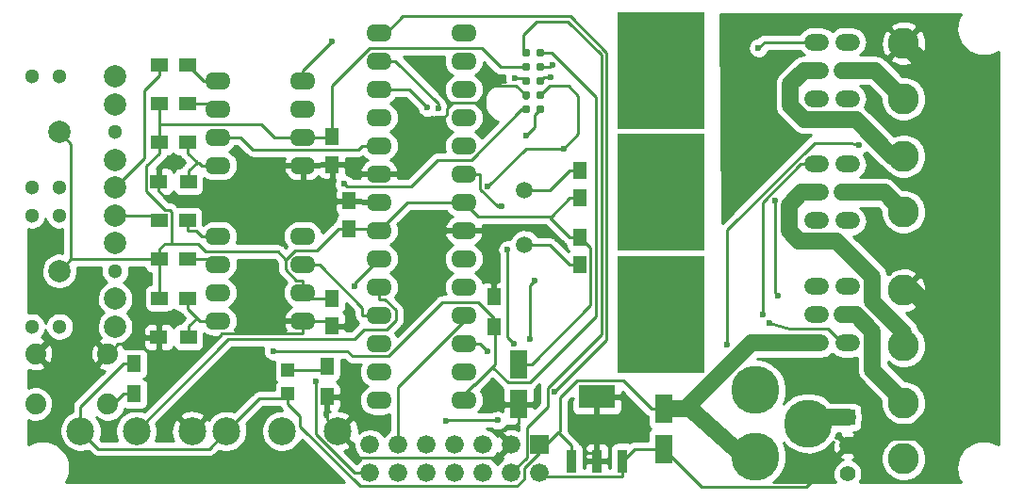
<source format=gtl>
G04 #@! TF.FileFunction,Copper,L1,Top,Signal*
%FSLAX46Y46*%
G04 Gerber Fmt 4.6, Leading zero omitted, Abs format (unit mm)*
G04 Created by KiCad (PCBNEW (2015-10-25 BZR 6279, Git c721c21)-product) date Mon 02 Nov 2015 02:23:49 PM PST*
%MOMM*%
G01*
G04 APERTURE LIST*
%ADD10C,0.100000*%
%ADD11O,2.300000X1.600000*%
%ADD12R,1.250000X1.500000*%
%ADD13R,1.300000X1.500000*%
%ADD14R,3.250000X2.150000*%
%ADD15R,0.950000X2.150000*%
%ADD16R,1.600200X2.600960*%
%ADD17R,1.500000X1.250000*%
%ADD18C,4.318000*%
%ADD19R,1.198880X1.198880*%
%ADD20C,0.784860*%
%ADD21R,1.500000X1.300000*%
%ADD22C,2.499360*%
%ADD23R,1.397000X1.397000*%
%ADD24C,1.397000*%
%ADD25C,2.794000*%
%ADD26C,1.501140*%
%ADD27C,1.879600*%
%ADD28C,1.676400*%
%ADD29R,1.676400X1.676400*%
%ADD30C,1.300000*%
%ADD31C,2.000000*%
%ADD32O,2.245360X1.501140*%
%ADD33R,7.823200X10.490200*%
%ADD34C,0.600000*%
%ADD35C,0.250000*%
%ADD36C,1.500000*%
%ADD37C,0.254000*%
G04 APERTURE END LIST*
D10*
D11*
X75300000Y-70400000D03*
X75300000Y-67860000D03*
X75300000Y-65320000D03*
X75300000Y-62780000D03*
X75300000Y-60240000D03*
X75300000Y-57700000D03*
X75300000Y-55160000D03*
X75300000Y-52620000D03*
X75300000Y-50080000D03*
X75300000Y-47540000D03*
X75300000Y-45000000D03*
X75300000Y-42460000D03*
X75300000Y-39920000D03*
X75300000Y-37380000D03*
X67680000Y-37380000D03*
X67680000Y-39920000D03*
X67680000Y-42460000D03*
X67680000Y-45000000D03*
X67680000Y-47540000D03*
X67680000Y-50080000D03*
X67680000Y-52620000D03*
X67680000Y-55160000D03*
X67680000Y-57700000D03*
X67680000Y-60240000D03*
X67680000Y-62780000D03*
X67680000Y-65320000D03*
X67680000Y-67860000D03*
X67680000Y-70400000D03*
D12*
X85750000Y-49750000D03*
X85750000Y-52250000D03*
D13*
X45700000Y-67150000D03*
X45700000Y-69850000D03*
D14*
X87250000Y-70100000D03*
D15*
X84950000Y-75900000D03*
X87250000Y-75900000D03*
X89550000Y-75900000D03*
D12*
X65000000Y-52500000D03*
X65000000Y-55000000D03*
X85750000Y-55750000D03*
X85750000Y-58250000D03*
D16*
X93250000Y-74800860D03*
X93250000Y-71199140D03*
X80250000Y-70800860D03*
X80250000Y-67199140D03*
D12*
X63500000Y-49250000D03*
X63500000Y-46750000D03*
D17*
X50500000Y-40250000D03*
X48000000Y-40250000D03*
X48000000Y-47250000D03*
X50500000Y-47250000D03*
X50500000Y-43750000D03*
X48000000Y-43750000D03*
D12*
X63500000Y-63750000D03*
X63500000Y-61250000D03*
D17*
X50500000Y-54250000D03*
X48000000Y-54250000D03*
X48000000Y-61250000D03*
X50500000Y-61250000D03*
X50500000Y-57750000D03*
X48000000Y-57750000D03*
D18*
X101500000Y-75500000D03*
X101500000Y-69500000D03*
X106200000Y-72500000D03*
D19*
X59500000Y-69799020D03*
X59500000Y-67700980D03*
D20*
X82135000Y-44290000D03*
X80865000Y-44290000D03*
X82135000Y-43020000D03*
X80865000Y-43020000D03*
X80865000Y-39210000D03*
X82135000Y-39210000D03*
X80865000Y-40480000D03*
X82135000Y-40480000D03*
X80865000Y-41750000D03*
X82135000Y-41750000D03*
D13*
X78000000Y-63850000D03*
X78000000Y-61150000D03*
X63000000Y-67400000D03*
X63000000Y-70100000D03*
D21*
X50600000Y-50750000D03*
X47900000Y-50750000D03*
X50600000Y-64750000D03*
X47900000Y-64750000D03*
D22*
X58998740Y-73200000D03*
X53997480Y-73200000D03*
X64000000Y-73200000D03*
D23*
X109750000Y-71960000D03*
D24*
X109750000Y-74500000D03*
X109750000Y-77040000D03*
D25*
X114800000Y-75680000D03*
X114800000Y-70680000D03*
X114800000Y-60520000D03*
X114800000Y-65520000D03*
D26*
X80750000Y-51559060D03*
X80750000Y-56440940D03*
D22*
X45898740Y-73200000D03*
X40897480Y-73200000D03*
X50900000Y-73200000D03*
D27*
X36848800Y-66239400D03*
X43351200Y-66239400D03*
X36848800Y-70760600D03*
X43351200Y-70760600D03*
D25*
X114800000Y-53480000D03*
X114800000Y-48480000D03*
X114800000Y-38320000D03*
X114800000Y-43320000D03*
D28*
X66880000Y-76970000D03*
X66880000Y-74430000D03*
X69420000Y-74430000D03*
X69420000Y-76970000D03*
X71960000Y-76970000D03*
X71960000Y-74430000D03*
X74500000Y-74430000D03*
X74500000Y-76970000D03*
X77040000Y-76970000D03*
X77040000Y-74430000D03*
X79580000Y-74430000D03*
X79580000Y-76970000D03*
X82120000Y-76970000D03*
D29*
X82120000Y-74430000D03*
D11*
X60850000Y-63300000D03*
X60850000Y-60760000D03*
X60850000Y-58220000D03*
X60850000Y-55680000D03*
X53230000Y-55680000D03*
X53230000Y-58220000D03*
X53230000Y-60760000D03*
X53230000Y-63300000D03*
X60850000Y-49300000D03*
X60850000Y-46760000D03*
X60850000Y-44220000D03*
X60850000Y-41680000D03*
X53230000Y-41680000D03*
X53230000Y-44220000D03*
X53230000Y-46760000D03*
X53230000Y-49300000D03*
D30*
X44000000Y-58800000D03*
X36500000Y-63800000D03*
X39000000Y-63800000D03*
X36500000Y-53800000D03*
X39000000Y-53800000D03*
D31*
X44000000Y-56300000D03*
X44000000Y-53800000D03*
X44000000Y-61300000D03*
X44000000Y-63800000D03*
X39000000Y-58800000D03*
D30*
X44000000Y-46300000D03*
X36500000Y-51300000D03*
X39000000Y-51300000D03*
X36500000Y-41300000D03*
X39000000Y-41300000D03*
D31*
X44000000Y-43800000D03*
X44000000Y-41300000D03*
X44000000Y-48800000D03*
X44000000Y-51300000D03*
X39000000Y-46300000D03*
D32*
X107008000Y-40750000D03*
X107008000Y-38210000D03*
X107008000Y-43290000D03*
X107008000Y-51750000D03*
X107008000Y-49210000D03*
X107008000Y-54290000D03*
X109758000Y-51750000D03*
X109758000Y-54290000D03*
X109758000Y-49210000D03*
D33*
X93050000Y-51750000D03*
D32*
X109758000Y-62750000D03*
X109758000Y-65290000D03*
X109758000Y-60210000D03*
D33*
X93050000Y-62750000D03*
D32*
X109758000Y-40750000D03*
X109758000Y-43290000D03*
X109758000Y-38210000D03*
D33*
X93050000Y-40750000D03*
D32*
X107008000Y-62750000D03*
X107008000Y-60210000D03*
X107008000Y-65290000D03*
D34*
X77460400Y-51227600D03*
X72029400Y-44089000D03*
X84266200Y-47776300D03*
X58191400Y-65990000D03*
X86219500Y-75120800D03*
X62043400Y-68725500D03*
X64571200Y-50974800D03*
X78735000Y-52983600D03*
X80899700Y-46614100D03*
X77469600Y-66057900D03*
X79895800Y-41465500D03*
X78345800Y-72225400D03*
X73744700Y-72249100D03*
X101750000Y-38750000D03*
X103250000Y-52500000D03*
X103500000Y-61000000D03*
X110750000Y-47500000D03*
X98942400Y-65463100D03*
X81227500Y-64908300D03*
X81626100Y-59689900D03*
X102750000Y-63500000D03*
X109250000Y-65290000D03*
X83479400Y-69621400D03*
X102134000Y-62731100D03*
X79820300Y-65319800D03*
X79250300Y-56888600D03*
X73007700Y-44202400D03*
X65467300Y-60160600D03*
X63488700Y-38168700D03*
X83269300Y-40248000D03*
X83110900Y-41366600D03*
D35*
X60850000Y-46760000D02*
X63490000Y-46760000D01*
X63490000Y-46760000D02*
X63500000Y-46750000D01*
X80743600Y-76750000D02*
X80743600Y-76506400D01*
X80743600Y-76506400D02*
X82120000Y-75130000D01*
X82120000Y-75130000D02*
X82120000Y-74430000D01*
X84950000Y-75900000D02*
X84950000Y-74499700D01*
X83791100Y-73340700D02*
X84950000Y-74499700D01*
X83941000Y-72065600D02*
X83941000Y-73190800D01*
X89596100Y-68670600D02*
X92124600Y-71199100D01*
X85460600Y-68670600D02*
X89596100Y-68670600D01*
X83941000Y-70190200D02*
X85460600Y-68670600D01*
X83941000Y-72065600D02*
X83941000Y-70190200D01*
X93250000Y-71199100D02*
X92124600Y-71199100D01*
X83941000Y-73190800D02*
X83791100Y-73340700D01*
X86700300Y-57500000D02*
X86700300Y-56700300D01*
X86700300Y-56700300D02*
X85750000Y-55750000D01*
X75300000Y-52620000D02*
X70220000Y-52620000D01*
X70220000Y-52620000D02*
X67680000Y-55160000D01*
X83149850Y-53899850D02*
X76579850Y-53899850D01*
X76579850Y-53899850D02*
X75300000Y-52620000D01*
X65000000Y-55000000D02*
X67520000Y-55000000D01*
X67520000Y-55000000D02*
X67680000Y-55160000D01*
X63500000Y-61250000D02*
X61340000Y-61250000D01*
X61340000Y-61250000D02*
X60850000Y-60760000D01*
X60850000Y-46760000D02*
X58260000Y-46760000D01*
X58260000Y-46760000D02*
X57134700Y-45634700D01*
X48000000Y-57750000D02*
X48000000Y-61250000D01*
D36*
X95630860Y-71199140D02*
X95630860Y-70769140D01*
X101110000Y-65290000D02*
X106500000Y-65290000D01*
X95630860Y-70769140D02*
X101110000Y-65290000D01*
X101500000Y-75500000D02*
X100431720Y-75500000D01*
X100431720Y-75500000D02*
X95630860Y-71199140D01*
X95630860Y-71199140D02*
X93250000Y-71199140D01*
D35*
X80250000Y-67199100D02*
X81375400Y-67199100D01*
X48000000Y-57750000D02*
X46924700Y-57750000D01*
X39000000Y-58800000D02*
X40050000Y-57750000D01*
X40050000Y-57750000D02*
X46924700Y-57750000D01*
X40050000Y-47350000D02*
X39000000Y-46300000D01*
X40050000Y-57750000D02*
X40050000Y-47350000D01*
X63500000Y-42115800D02*
X63500000Y-46750000D01*
X66824600Y-38791200D02*
X63500000Y-42115800D01*
X76898200Y-38791200D02*
X66824600Y-38791200D01*
X78587000Y-40480000D02*
X76898200Y-38791200D01*
X80865000Y-40480000D02*
X78587000Y-40480000D01*
X82120000Y-74430000D02*
X82701800Y-74430000D01*
X82701800Y-74430000D02*
X83791100Y-73340700D01*
X42479800Y-74782300D02*
X40897500Y-73200000D01*
X52415200Y-74782300D02*
X42479800Y-74782300D01*
X53997500Y-73200000D02*
X52415200Y-74782300D01*
X40897500Y-70977200D02*
X44724700Y-67150000D01*
X40897500Y-73200000D02*
X40897500Y-70977200D01*
X45700000Y-67150000D02*
X44724700Y-67150000D01*
X59500000Y-70261300D02*
X59500000Y-70723700D01*
X80743600Y-77520500D02*
X80743600Y-76750000D01*
X80743600Y-76750000D02*
X80743600Y-76692200D01*
X80099500Y-78164600D02*
X80743600Y-77520500D01*
X66021600Y-78164600D02*
X80099500Y-78164600D01*
X60612400Y-72755400D02*
X66021600Y-78164600D01*
X60612400Y-71836100D02*
X60612400Y-72755400D01*
X59500000Y-70723700D02*
X60612400Y-71836100D01*
X59500000Y-69799000D02*
X59500000Y-70261300D01*
X56936200Y-70261300D02*
X53997500Y-73200000D01*
X59500000Y-70261300D02*
X56936200Y-70261300D01*
X48000000Y-45634700D02*
X57134700Y-45634700D01*
X48000000Y-43750000D02*
X48000000Y-45634700D01*
X85750000Y-55750000D02*
X84799700Y-55750000D01*
X83049700Y-54000000D02*
X84799700Y-55750000D01*
X83049700Y-54000000D02*
X83149850Y-53899850D01*
X83149850Y-53899850D02*
X84799700Y-52250000D01*
X85750000Y-52250000D02*
X84799700Y-52250000D01*
X48000000Y-45634700D02*
X48000000Y-47250000D01*
X48000000Y-47250000D02*
X48000000Y-48200300D01*
X48000000Y-57750000D02*
X48000000Y-56799700D01*
X61308500Y-60760000D02*
X60850000Y-60760000D01*
X60850000Y-60760000D02*
X60850000Y-59634700D01*
X65000000Y-55000000D02*
X64049700Y-55000000D01*
X59333300Y-58680600D02*
X59333300Y-57784000D01*
X60287400Y-59634700D02*
X59333300Y-58680600D01*
X60850000Y-59634700D02*
X60287400Y-59634700D01*
X62099700Y-56950000D02*
X64049700Y-55000000D01*
X60167300Y-56950000D02*
X62099700Y-56950000D01*
X59333300Y-57784000D02*
X60167300Y-56950000D01*
X49075400Y-53490300D02*
X49075400Y-56352400D01*
X48884800Y-53299700D02*
X49075400Y-53490300D01*
X48511900Y-53299700D02*
X48884800Y-53299700D01*
X46824600Y-51612400D02*
X48511900Y-53299700D01*
X46824600Y-49375700D02*
X46824600Y-51612400D01*
X48000000Y-48200300D02*
X46824600Y-49375700D01*
X48447300Y-56352400D02*
X49075400Y-56352400D01*
X48000000Y-56799700D02*
X48447300Y-56352400D01*
X58623300Y-57074000D02*
X59333300Y-57784000D01*
X52141600Y-57074000D02*
X58623300Y-57074000D01*
X51420000Y-56352400D02*
X52141600Y-57074000D01*
X49075400Y-56352400D02*
X51420000Y-56352400D01*
X67221500Y-55160000D02*
X67680000Y-55160000D01*
X86700300Y-61874200D02*
X81375400Y-67199100D01*
X86700300Y-57500000D02*
X86700300Y-61874200D01*
X70400400Y-42460000D02*
X67680000Y-42460000D01*
X72029400Y-44089000D02*
X70400400Y-42460000D01*
X80911700Y-47776300D02*
X77460400Y-51227600D01*
X84266200Y-47776300D02*
X80911700Y-47776300D01*
X85602900Y-46439600D02*
X84266200Y-47776300D01*
X85602900Y-43061100D02*
X85602900Y-46439600D01*
X84674300Y-42132500D02*
X85602900Y-43061100D01*
X83022500Y-42132500D02*
X84674300Y-42132500D01*
X82135000Y-43020000D02*
X83022500Y-42132500D01*
X50500000Y-47250000D02*
X50500000Y-48200300D01*
X50600000Y-50750000D02*
X50600000Y-49774700D01*
X51514200Y-49059500D02*
X51754700Y-49300000D01*
X51315200Y-49059500D02*
X51514200Y-49059500D01*
X51315200Y-49015500D02*
X51315200Y-49059500D01*
X50500000Y-48200300D02*
X51315200Y-49015500D01*
X51315200Y-49059500D02*
X50600000Y-49774700D01*
X53230000Y-49300000D02*
X51754700Y-49300000D01*
X50500000Y-43750000D02*
X52760000Y-43750000D01*
X52760000Y-43750000D02*
X53230000Y-44220000D01*
X53230000Y-41680000D02*
X51930000Y-41680000D01*
X51930000Y-41680000D02*
X50500000Y-40250000D01*
X50600000Y-64750000D02*
X50600000Y-63774700D01*
X51337200Y-63037500D02*
X50600000Y-63774700D01*
X53230000Y-63300000D02*
X51867300Y-63300000D01*
X50500000Y-61250000D02*
X50500000Y-62200300D01*
X51337200Y-63037500D02*
X50500000Y-62200300D01*
X51599700Y-63300000D02*
X51337200Y-63037500D01*
X51867300Y-63300000D02*
X51599700Y-63300000D01*
X50500000Y-57750000D02*
X52760000Y-57750000D01*
X52760000Y-57750000D02*
X53230000Y-58220000D01*
X51275000Y-55200300D02*
X50500000Y-55200300D01*
X51754700Y-55680000D02*
X51275000Y-55200300D01*
X53230000Y-55680000D02*
X51754700Y-55680000D01*
X50500000Y-54250000D02*
X50500000Y-55200300D01*
X106050000Y-78200000D02*
X109750000Y-74500000D01*
X104400000Y-78200000D02*
X106050000Y-78200000D01*
X104400000Y-78200000D02*
X96649140Y-78200000D01*
X96649140Y-78200000D02*
X93250000Y-74800860D01*
X93250000Y-74800860D02*
X90649140Y-74800860D01*
X90649140Y-74800860D02*
X89550000Y-75900000D01*
D36*
X114800000Y-60520000D02*
X115620000Y-60520000D01*
X115620000Y-60520000D02*
X117900000Y-62800000D01*
X109750000Y-74500000D02*
X112100000Y-74500000D01*
X117900000Y-41420000D02*
X114800000Y-38320000D01*
X117900000Y-71300000D02*
X117900000Y-62800000D01*
X117900000Y-62800000D02*
X117900000Y-41420000D01*
X115900000Y-73300000D02*
X117900000Y-71300000D01*
X113300000Y-73300000D02*
X115900000Y-73300000D01*
X112100000Y-74500000D02*
X113300000Y-73300000D01*
X114800000Y-60520000D02*
X114880000Y-60600000D01*
X115020000Y-38320000D02*
X114800000Y-38320000D01*
X114800000Y-60520000D02*
X115420000Y-60520000D01*
D35*
X82450300Y-77300300D02*
X82120000Y-76970000D01*
X89550000Y-77300300D02*
X82450300Y-77300300D01*
X89550000Y-75900000D02*
X89550000Y-77300300D01*
X59500000Y-67700980D02*
X62699020Y-67700980D01*
X62699020Y-67700980D02*
X63000000Y-67400000D01*
X78000000Y-63044600D02*
X76605600Y-61650200D01*
X76605600Y-61650200D02*
X73371000Y-61650200D01*
X73371000Y-61650200D02*
X68571800Y-66449400D01*
X68571800Y-66449400D02*
X65316300Y-66449400D01*
X65316300Y-66449400D02*
X64856900Y-65990000D01*
X64856900Y-65990000D02*
X58191400Y-65990000D01*
X78000000Y-63044600D02*
X78000000Y-63850000D01*
X78109300Y-67179400D02*
X78109300Y-63959300D01*
X78109300Y-63959300D02*
X78000000Y-63850000D01*
X77869700Y-67419000D02*
X78109300Y-67179400D01*
X75300000Y-70400000D02*
X75300000Y-69950000D01*
X75300000Y-69950000D02*
X76250000Y-69000000D01*
X76250000Y-69000000D02*
X76250000Y-69038700D01*
X82135000Y-39210000D02*
X83210000Y-39210000D01*
X83750000Y-39750000D02*
X83750000Y-39774100D01*
X83210000Y-39210000D02*
X83750000Y-39750000D01*
X78000000Y-63850000D02*
X78000000Y-63833900D01*
X77869700Y-67419000D02*
X76250000Y-69038700D01*
X87155600Y-43179700D02*
X83750000Y-39774100D01*
X87155600Y-62903800D02*
X87155600Y-43179700D01*
X81234400Y-68825000D02*
X87155600Y-62903800D01*
X79275700Y-68825000D02*
X81234400Y-68825000D01*
X77869700Y-67419000D02*
X79275700Y-68825000D01*
X75300000Y-62780000D02*
X75300000Y-63342700D01*
X75300000Y-63342700D02*
X74737400Y-63905300D01*
X69420000Y-69222700D02*
X74737400Y-63905300D01*
X69420000Y-74430000D02*
X69420000Y-69222700D01*
X43814100Y-70760600D02*
X44724700Y-69850000D01*
X43351200Y-70760600D02*
X43814100Y-70760600D01*
X45700000Y-69850000D02*
X44724700Y-69850000D01*
D36*
X109250000Y-51750000D02*
X113070000Y-51750000D01*
X113070000Y-51750000D02*
X114800000Y-53480000D01*
X105850000Y-40750000D02*
X106500000Y-40750000D01*
X104600000Y-42000000D02*
X105850000Y-40750000D01*
X104600000Y-43900000D02*
X104600000Y-42000000D01*
X105900000Y-45200000D02*
X104600000Y-43900000D01*
X110500000Y-45200000D02*
X105900000Y-45200000D01*
X113780000Y-48480000D02*
X110500000Y-45200000D01*
X114730000Y-48480000D02*
X113780000Y-48480000D01*
X114800000Y-48480000D02*
X114730000Y-48480000D01*
X114800000Y-48480000D02*
X114730000Y-48480000D01*
X109250000Y-40750000D02*
X112230000Y-40750000D01*
X112230000Y-40750000D02*
X114800000Y-43320000D01*
X114800000Y-75680000D02*
X114680000Y-75680000D01*
X110550000Y-62750000D02*
X109250000Y-62750000D01*
X112000000Y-64200000D02*
X110550000Y-62750000D01*
X112000000Y-67700000D02*
X112000000Y-64200000D01*
X114800000Y-70500000D02*
X112000000Y-67700000D01*
X114800000Y-70680000D02*
X114800000Y-70500000D01*
X105650000Y-51750000D02*
X106500000Y-51750000D01*
X104500000Y-52900000D02*
X105650000Y-51750000D01*
X104500000Y-55200000D02*
X104500000Y-52900000D01*
X105400000Y-56100000D02*
X104500000Y-55200000D01*
X108800000Y-56100000D02*
X105400000Y-56100000D01*
X112000000Y-59300000D02*
X108800000Y-56100000D01*
X112000000Y-61500000D02*
X112000000Y-59300000D01*
X114800000Y-64300000D02*
X112000000Y-61500000D01*
X114800000Y-65520000D02*
X114800000Y-64300000D01*
D35*
X80250000Y-70800860D02*
X80250000Y-72550000D01*
X80250000Y-72550000D02*
X80000000Y-72800000D01*
X80000000Y-72800000D02*
X79150000Y-72800000D01*
X79150000Y-72800000D02*
X78700000Y-73250000D01*
X78700000Y-73250000D02*
X78700000Y-73550000D01*
X78700000Y-73550000D02*
X79580000Y-74430000D01*
X64000000Y-73200000D02*
X64000000Y-73250000D01*
X64000000Y-73250000D02*
X65350000Y-74600000D01*
X65350000Y-74600000D02*
X65350000Y-75350000D01*
X65350000Y-75350000D02*
X65599000Y-75599000D01*
X47900000Y-64750000D02*
X47900000Y-66000000D01*
X47900000Y-66000000D02*
X48250000Y-66350000D01*
X48250000Y-66350000D02*
X51700000Y-66350000D01*
X51700000Y-66350000D02*
X53574700Y-64475300D01*
X53574700Y-64475300D02*
X53574700Y-64425300D01*
X67680000Y-50080000D02*
X69770000Y-50080000D01*
X74200000Y-43703700D02*
X74200000Y-43750000D01*
X74200000Y-43750000D02*
X73750000Y-44200000D01*
X73550000Y-44950000D02*
X72810000Y-44950000D01*
X73750000Y-44200000D02*
X73750000Y-44750000D01*
X73750000Y-44750000D02*
X73550000Y-44950000D01*
X76046300Y-43703700D02*
X76596300Y-43703700D01*
X76046300Y-43703700D02*
X74200000Y-43703700D01*
X77200000Y-42528900D02*
X77584600Y-42144300D01*
X77200000Y-43100000D02*
X77200000Y-42528900D01*
X76596300Y-43703700D02*
X77200000Y-43100000D01*
X72400000Y-45360000D02*
X72810000Y-44950000D01*
X72400000Y-47450000D02*
X72400000Y-45360000D01*
X69770000Y-50080000D02*
X72400000Y-47450000D01*
X77584600Y-42144300D02*
X77584600Y-42165400D01*
X77584600Y-42144300D02*
X79989300Y-42144300D01*
X80865000Y-43020000D02*
X79989300Y-42144300D01*
X47900000Y-50750000D02*
X47900000Y-51600000D01*
X47900000Y-51600000D02*
X48350000Y-52050000D01*
X53665300Y-64425300D02*
X53574700Y-64425300D01*
X60850000Y-64425300D02*
X53750000Y-64425300D01*
X53750000Y-64425300D02*
X53665300Y-64425300D01*
X60850000Y-63300000D02*
X60850000Y-64425300D01*
X53574700Y-64425300D02*
X53200000Y-64800000D01*
X43351200Y-66239400D02*
X43360600Y-66239400D01*
X43360600Y-66239400D02*
X44250000Y-65350000D01*
X46600000Y-64750000D02*
X47900000Y-64750000D01*
X46000000Y-65350000D02*
X46600000Y-64750000D01*
X44250000Y-65350000D02*
X46000000Y-65350000D01*
X78000000Y-61150000D02*
X78000000Y-55500000D01*
X77660000Y-55160000D02*
X75300000Y-55160000D01*
X78000000Y-55500000D02*
X77660000Y-55160000D01*
X66500000Y-75599000D02*
X65599000Y-75599000D01*
X66500000Y-75599000D02*
X78411000Y-75599000D01*
X78411000Y-75599000D02*
X79580000Y-74430000D01*
X64000000Y-74000000D02*
X64000000Y-73200000D01*
X60850000Y-49300000D02*
X63450000Y-49300000D01*
X63450000Y-49300000D02*
X63500000Y-49250000D01*
X87250000Y-70100000D02*
X85900000Y-70100000D01*
X75300000Y-55160000D02*
X75300000Y-55722700D01*
X67680000Y-50080000D02*
X68273200Y-50080000D01*
X65000000Y-52500000D02*
X67560000Y-52500000D01*
X67560000Y-52500000D02*
X67680000Y-52620000D01*
X60850000Y-63300000D02*
X63050000Y-63300000D01*
X63050000Y-63300000D02*
X63500000Y-63750000D01*
X63000000Y-72200000D02*
X63000000Y-70100000D01*
X64000000Y-73200000D02*
X63000000Y-72200000D01*
X87250000Y-75900000D02*
X87250000Y-75120800D01*
X86219500Y-75120800D02*
X87250000Y-75120800D01*
X68138500Y-50080000D02*
X67680000Y-50080000D01*
X65374700Y-49250000D02*
X66204700Y-50080000D01*
X67680000Y-50080000D02*
X66204700Y-50080000D01*
X63500000Y-49250000D02*
X65374700Y-49250000D01*
X61587700Y-63300000D02*
X60850000Y-63300000D01*
X43351200Y-66239400D02*
X43865300Y-65725300D01*
X80250000Y-70800900D02*
X79791300Y-70800900D01*
X79791300Y-74218700D02*
X79580000Y-74430000D01*
X62024600Y-68744300D02*
X62043400Y-68725500D01*
X62024600Y-73500900D02*
X62024600Y-68744300D01*
X65493700Y-76970000D02*
X62024600Y-73500900D01*
X66880000Y-76970000D02*
X65493700Y-76970000D01*
X64822400Y-51226000D02*
X64571200Y-50974800D01*
X70535400Y-51226000D02*
X64822400Y-51226000D01*
X72951400Y-48810000D02*
X70535400Y-51226000D01*
X76002100Y-48810000D02*
X72951400Y-48810000D01*
X80522100Y-44290000D02*
X76002100Y-48810000D01*
X80865000Y-44290000D02*
X80522100Y-44290000D01*
X80956400Y-75593600D02*
X79580000Y-76970000D01*
X80956400Y-72842600D02*
X80956400Y-75593600D01*
X82815500Y-70983500D02*
X80956400Y-72842600D01*
X82815500Y-69324900D02*
X82815500Y-70983500D01*
X87656800Y-64483600D02*
X82815500Y-69324900D01*
X87656800Y-39383700D02*
X87656800Y-64483600D01*
X84667600Y-36394500D02*
X87656800Y-39383700D01*
X81844800Y-36394500D02*
X84667600Y-36394500D01*
X80640800Y-37598500D02*
X81844800Y-36394500D01*
X80640800Y-38985800D02*
X80640800Y-37598500D01*
X80865000Y-39210000D02*
X80640800Y-38985800D01*
X75300000Y-50080000D02*
X76775300Y-50080000D01*
X82990600Y-56440900D02*
X84799700Y-58250000D01*
X80750000Y-56440900D02*
X82990600Y-56440900D01*
X85750000Y-58250000D02*
X84799700Y-58250000D01*
X78332100Y-52983600D02*
X78735000Y-52983600D01*
X76775300Y-51426800D02*
X78332100Y-52983600D01*
X76775300Y-50080000D02*
X76775300Y-51426800D01*
X82990600Y-51559100D02*
X84799700Y-49750000D01*
X80750000Y-51559100D02*
X82990600Y-51559100D01*
X85750000Y-49750000D02*
X84799700Y-49750000D01*
X81683200Y-44741800D02*
X82135000Y-44290000D01*
X81683200Y-45830600D02*
X81683200Y-44741800D01*
X80899700Y-46614100D02*
X81683200Y-45830600D01*
X75300000Y-65320000D02*
X76731700Y-65320000D01*
X76731700Y-65320000D02*
X77469600Y-66057900D01*
X80580500Y-41465500D02*
X80865000Y-41750000D01*
X79895800Y-41465500D02*
X80580500Y-41465500D01*
X73768400Y-72225400D02*
X73744700Y-72249100D01*
X78345800Y-72225400D02*
X73768400Y-72225400D01*
X106500000Y-38210000D02*
X102290000Y-38210000D01*
X103250000Y-60750000D02*
X103250000Y-52500000D01*
X103500000Y-61000000D02*
X103250000Y-60750000D01*
X102290000Y-38210000D02*
X101750000Y-38750000D01*
X106777700Y-47277700D02*
X110027700Y-47277700D01*
X110027700Y-47277700D02*
X110750000Y-47500000D01*
X98942400Y-55113000D02*
X98942400Y-65463100D01*
X106787800Y-47267600D02*
X106777700Y-47277700D01*
X106777700Y-47277700D02*
X98942400Y-55113000D01*
X81227500Y-60088500D02*
X81626100Y-59689900D01*
X81227500Y-64908300D02*
X81227500Y-60088500D01*
X67680000Y-37380000D02*
X68370000Y-37380000D01*
X68370000Y-37380000D02*
X69850200Y-35899800D01*
X107960000Y-64000000D02*
X109250000Y-65290000D01*
X104500000Y-64000000D02*
X107960000Y-64000000D01*
X102750000Y-63500000D02*
X104500000Y-64000000D01*
X88109000Y-64991800D02*
X83479400Y-69621400D01*
X88109000Y-39157800D02*
X88109000Y-64991800D01*
X84851000Y-35899800D02*
X88109000Y-39157800D01*
X69850200Y-35899800D02*
X84851000Y-35899800D01*
X102134000Y-52635900D02*
X102134000Y-62731100D01*
X105559900Y-49210000D02*
X102134000Y-52635900D01*
X79250300Y-64749800D02*
X79250300Y-56888600D01*
X79820300Y-65319800D02*
X79250300Y-64749800D01*
X67680000Y-39920000D02*
X69155300Y-39920000D01*
X106500000Y-49210000D02*
X105559900Y-49210000D01*
X73007700Y-43772400D02*
X69155300Y-39920000D01*
X73007700Y-44202400D02*
X73007700Y-43772400D01*
X65467300Y-60160600D02*
X65467300Y-59912700D01*
X65467300Y-59912700D02*
X67680000Y-57700000D01*
X66349500Y-64050000D02*
X68371500Y-64050000D01*
X68242600Y-61365300D02*
X67680000Y-61365300D01*
X69199300Y-62322000D02*
X68242600Y-61365300D01*
X69199300Y-63222200D02*
X69199300Y-62322000D01*
X68371500Y-64050000D02*
X69199300Y-63222200D01*
X65490900Y-64908600D02*
X66349500Y-64050000D01*
X54190100Y-64908600D02*
X65490900Y-64908600D01*
X45898700Y-73200000D02*
X54190100Y-64908600D01*
X67680000Y-60240000D02*
X67680000Y-61365300D01*
D36*
X109750000Y-71960000D02*
X106740000Y-71960000D01*
X106740000Y-71960000D02*
X106200000Y-72500000D01*
X106990000Y-71710000D02*
X106200000Y-72500000D01*
D35*
X107240000Y-71460000D02*
X106200000Y-72500000D01*
X46606000Y-42594300D02*
X48000000Y-41200300D01*
X46606000Y-48694000D02*
X46606000Y-42594300D01*
X44000000Y-51300000D02*
X46606000Y-48694000D01*
X48000000Y-40250000D02*
X48000000Y-41200300D01*
X44000000Y-53800000D02*
X47550000Y-53800000D01*
X47550000Y-53800000D02*
X48000000Y-54250000D01*
X82135000Y-40480000D02*
X83037300Y-40480000D01*
X60850000Y-40807400D02*
X60850000Y-41680000D01*
X60850000Y-40807400D02*
X63488700Y-38168700D01*
X83037300Y-40480000D02*
X83269300Y-40248000D01*
X82518400Y-41366600D02*
X82135000Y-41750000D01*
X83110900Y-41366600D02*
X82518400Y-41366600D01*
X53230000Y-46760000D02*
X55260000Y-46760000D01*
X55260000Y-46760000D02*
X56385300Y-47885300D01*
X65859400Y-47885300D02*
X66204700Y-47540000D01*
X56385300Y-47885300D02*
X65859400Y-47885300D01*
X67680000Y-47540000D02*
X66204700Y-47540000D01*
X66204700Y-62099400D02*
X66204700Y-62780000D01*
X62325300Y-58220000D02*
X66204700Y-62099400D01*
X60850000Y-58220000D02*
X62325300Y-58220000D01*
X67680000Y-62780000D02*
X66204700Y-62780000D01*
D37*
G36*
X37758802Y-54155908D02*
X37851570Y-54390213D01*
X37988081Y-54602037D01*
X38163136Y-54783312D01*
X38370067Y-54927133D01*
X38600992Y-55028021D01*
X38847115Y-55082135D01*
X39099061Y-55087412D01*
X39290000Y-55053745D01*
X39290000Y-57190366D01*
X39171731Y-57166089D01*
X38851099Y-57163851D01*
X38536138Y-57223933D01*
X38238846Y-57344046D01*
X37970546Y-57519617D01*
X37741457Y-57743957D01*
X37560306Y-58008522D01*
X37433993Y-58303233D01*
X37367328Y-58616866D01*
X37362851Y-58937475D01*
X37420733Y-59252848D01*
X37538768Y-59550971D01*
X37712461Y-59820491D01*
X37935197Y-60051140D01*
X38198490Y-60234133D01*
X38492313Y-60362501D01*
X38805473Y-60431354D01*
X39126043Y-60438069D01*
X39441811Y-60382390D01*
X39740752Y-60266439D01*
X40011477Y-60094632D01*
X40243676Y-59873512D01*
X40428503Y-59611503D01*
X40558919Y-59318583D01*
X40629956Y-59005911D01*
X40635070Y-58639680D01*
X40609393Y-58510000D01*
X42747877Y-58510000D01*
X42716829Y-58656069D01*
X42713310Y-58908046D01*
X42758802Y-59155908D01*
X42851570Y-59390213D01*
X42988081Y-59602037D01*
X43163136Y-59783312D01*
X43246229Y-59841063D01*
X43238846Y-59844046D01*
X42970546Y-60019617D01*
X42741457Y-60243957D01*
X42560306Y-60508522D01*
X42433993Y-60803233D01*
X42367328Y-61116866D01*
X42362851Y-61437475D01*
X42420733Y-61752848D01*
X42538768Y-62050971D01*
X42712461Y-62320491D01*
X42935197Y-62551140D01*
X42937044Y-62552424D01*
X42741457Y-62743957D01*
X42560306Y-63008522D01*
X42433993Y-63303233D01*
X42367328Y-63616866D01*
X42362851Y-63937475D01*
X42420733Y-64252848D01*
X42538768Y-64550971D01*
X42698704Y-64799144D01*
X42686114Y-64803535D01*
X42526823Y-64888677D01*
X42438329Y-65146924D01*
X43351200Y-66059795D01*
X43365343Y-66045653D01*
X43544948Y-66225258D01*
X43530805Y-66239400D01*
X43544948Y-66253543D01*
X43365343Y-66433148D01*
X43351200Y-66419005D01*
X42438329Y-67331876D01*
X42526823Y-67590123D01*
X42806176Y-67724997D01*
X43019616Y-67780282D01*
X40360099Y-70439799D01*
X40315532Y-70494055D01*
X40270414Y-70547825D01*
X40268489Y-70551326D01*
X40265952Y-70554415D01*
X40232787Y-70616267D01*
X40198957Y-70677804D01*
X40197748Y-70681616D01*
X40195861Y-70685135D01*
X40175348Y-70752231D01*
X40154108Y-70819187D01*
X40153662Y-70823159D01*
X40152494Y-70826981D01*
X40145397Y-70896849D01*
X40137574Y-70966589D01*
X40137520Y-70974394D01*
X40137504Y-70974547D01*
X40137518Y-70974690D01*
X40137500Y-70977200D01*
X40137500Y-71474272D01*
X40020090Y-71521709D01*
X39710818Y-71724091D01*
X39446746Y-71982689D01*
X39237931Y-72287655D01*
X39092328Y-72627372D01*
X39015483Y-72988900D01*
X39010323Y-73358469D01*
X39077044Y-73722002D01*
X39213104Y-74065652D01*
X39413322Y-74376329D01*
X39670071Y-74642200D01*
X39973572Y-74853139D01*
X40312264Y-75001110D01*
X40673247Y-75080477D01*
X41042770Y-75088218D01*
X41406760Y-75024036D01*
X41579668Y-74956970D01*
X41942399Y-75319701D01*
X41996655Y-75364268D01*
X42050425Y-75409386D01*
X42053926Y-75411311D01*
X42057015Y-75413848D01*
X42118867Y-75447013D01*
X42180404Y-75480843D01*
X42184216Y-75482052D01*
X42187735Y-75483939D01*
X42254831Y-75504452D01*
X42321787Y-75525692D01*
X42325759Y-75526138D01*
X42329581Y-75527306D01*
X42399405Y-75534398D01*
X42469189Y-75542226D01*
X42477004Y-75542281D01*
X42477147Y-75542295D01*
X42477280Y-75542282D01*
X42479800Y-75542300D01*
X52415200Y-75542300D01*
X52485077Y-75535449D01*
X52555003Y-75529331D01*
X52558841Y-75528216D01*
X52562818Y-75527826D01*
X52630021Y-75507536D01*
X52697440Y-75487949D01*
X52700988Y-75486110D01*
X52704813Y-75484955D01*
X52766791Y-75452001D01*
X52829125Y-75419690D01*
X52832248Y-75417197D01*
X52835778Y-75415320D01*
X52890187Y-75370945D01*
X52945046Y-75327152D01*
X52950606Y-75321669D01*
X52950722Y-75321574D01*
X52950811Y-75321466D01*
X52952601Y-75319701D01*
X53314085Y-74958217D01*
X53412264Y-75001110D01*
X53773247Y-75080477D01*
X54142770Y-75088218D01*
X54506760Y-75024036D01*
X54851351Y-74890378D01*
X55163419Y-74692334D01*
X55431076Y-74437447D01*
X55644129Y-74135427D01*
X55794460Y-73797776D01*
X55876346Y-73437356D01*
X55882241Y-73015198D01*
X55810451Y-72652632D01*
X55754768Y-72517534D01*
X57251002Y-71021300D01*
X58793376Y-71021300D01*
X58802263Y-71022563D01*
X58830299Y-71075291D01*
X58862610Y-71137625D01*
X58865103Y-71140748D01*
X58866980Y-71144278D01*
X58911355Y-71198687D01*
X58955148Y-71253546D01*
X58960631Y-71259106D01*
X58960726Y-71259222D01*
X58960834Y-71259311D01*
X58962599Y-71261101D01*
X59016817Y-71315319D01*
X58827100Y-71313995D01*
X58464042Y-71383252D01*
X58121350Y-71521709D01*
X57812078Y-71724091D01*
X57548006Y-71982689D01*
X57339191Y-72287655D01*
X57193588Y-72627372D01*
X57116743Y-72988900D01*
X57111583Y-73358469D01*
X57178304Y-73722002D01*
X57314364Y-74065652D01*
X57514582Y-74376329D01*
X57771331Y-74642200D01*
X58074832Y-74853139D01*
X58413524Y-75001110D01*
X58774507Y-75080477D01*
X59144030Y-75088218D01*
X59508020Y-75024036D01*
X59852611Y-74890378D01*
X60164679Y-74692334D01*
X60432336Y-74437447D01*
X60645389Y-74135427D01*
X60729256Y-73947058D01*
X64572198Y-77790000D01*
X39586920Y-77790000D01*
X39774383Y-77437433D01*
X39913150Y-76977817D01*
X39960000Y-76500000D01*
X39959041Y-76431313D01*
X39898867Y-75954991D01*
X39747322Y-75499428D01*
X39510176Y-75081977D01*
X39196464Y-74718537D01*
X38818134Y-74422953D01*
X38389596Y-74206483D01*
X37927175Y-74077373D01*
X37448482Y-74040540D01*
X36971751Y-74097386D01*
X36515141Y-74245748D01*
X36210000Y-74416286D01*
X36210000Y-72200122D01*
X36359805Y-72265571D01*
X36661435Y-72331888D01*
X36970202Y-72338356D01*
X37274344Y-72284728D01*
X37562278Y-72173046D01*
X37823035Y-72007564D01*
X38046684Y-71794586D01*
X38224706Y-71542223D01*
X38350320Y-71260089D01*
X38418742Y-70958930D01*
X38423668Y-70606183D01*
X38363682Y-70303230D01*
X38245994Y-70017699D01*
X38075088Y-69760464D01*
X37857472Y-69541324D01*
X37601437Y-69368627D01*
X37316734Y-69248948D01*
X37014208Y-69186849D01*
X36705381Y-69184693D01*
X36402017Y-69242562D01*
X36210000Y-69320142D01*
X36210000Y-67679721D01*
X36303776Y-67724997D01*
X36604075Y-67802781D01*
X36913777Y-67820484D01*
X37220984Y-67777427D01*
X37513886Y-67675265D01*
X37673177Y-67590123D01*
X37761671Y-67331876D01*
X36848800Y-66419005D01*
X36834658Y-66433148D01*
X36655053Y-66253543D01*
X36669195Y-66239400D01*
X37028405Y-66239400D01*
X37941276Y-67152271D01*
X38199523Y-67063777D01*
X38334397Y-66784424D01*
X38412181Y-66484125D01*
X38422455Y-66304377D01*
X41770116Y-66304377D01*
X41813173Y-66611584D01*
X41915335Y-66904486D01*
X42000477Y-67063777D01*
X42258724Y-67152271D01*
X43171595Y-66239400D01*
X42258724Y-65326529D01*
X42000477Y-65415023D01*
X41865603Y-65694376D01*
X41787819Y-65994675D01*
X41770116Y-66304377D01*
X38422455Y-66304377D01*
X38429884Y-66174423D01*
X38386827Y-65867216D01*
X38284665Y-65574314D01*
X38199523Y-65415023D01*
X37941276Y-65326529D01*
X37028405Y-66239400D01*
X36669195Y-66239400D01*
X36655053Y-66225258D01*
X36834658Y-66045653D01*
X36848800Y-66059795D01*
X37761671Y-65146924D01*
X37673177Y-64888677D01*
X37393824Y-64753803D01*
X37368675Y-64747289D01*
X37477446Y-64643708D01*
X37622708Y-64437787D01*
X37725206Y-64207572D01*
X37749034Y-64102690D01*
X37758802Y-64155908D01*
X37851570Y-64390213D01*
X37988081Y-64602037D01*
X38163136Y-64783312D01*
X38370067Y-64927133D01*
X38600992Y-65028021D01*
X38847115Y-65082135D01*
X39099061Y-65087412D01*
X39347234Y-65043653D01*
X39582181Y-64952523D01*
X39794953Y-64817494D01*
X39977446Y-64643708D01*
X40122708Y-64437787D01*
X40225206Y-64207572D01*
X40281036Y-63961833D01*
X40285056Y-63673999D01*
X40236108Y-63426797D01*
X40140078Y-63193810D01*
X40000622Y-62983912D01*
X39823053Y-62805099D01*
X39614135Y-62664182D01*
X39381824Y-62566527D01*
X39134969Y-62515855D01*
X38882974Y-62514096D01*
X38635436Y-62561317D01*
X38401784Y-62655718D01*
X38190918Y-62793705D01*
X38010870Y-62970021D01*
X37868497Y-63177951D01*
X37769223Y-63409575D01*
X37750313Y-63498538D01*
X37736108Y-63426797D01*
X37640078Y-63193810D01*
X37500622Y-62983912D01*
X37323053Y-62805099D01*
X37114135Y-62664182D01*
X36881824Y-62566527D01*
X36634969Y-62515855D01*
X36382974Y-62514096D01*
X36210000Y-62547093D01*
X36210000Y-55051988D01*
X36347115Y-55082135D01*
X36599061Y-55087412D01*
X36847234Y-55043653D01*
X37082181Y-54952523D01*
X37294953Y-54817494D01*
X37477446Y-54643708D01*
X37622708Y-54437787D01*
X37725206Y-54207572D01*
X37749034Y-54102690D01*
X37758802Y-54155908D01*
X37758802Y-54155908D01*
G37*
X37758802Y-54155908D02*
X37851570Y-54390213D01*
X37988081Y-54602037D01*
X38163136Y-54783312D01*
X38370067Y-54927133D01*
X38600992Y-55028021D01*
X38847115Y-55082135D01*
X39099061Y-55087412D01*
X39290000Y-55053745D01*
X39290000Y-57190366D01*
X39171731Y-57166089D01*
X38851099Y-57163851D01*
X38536138Y-57223933D01*
X38238846Y-57344046D01*
X37970546Y-57519617D01*
X37741457Y-57743957D01*
X37560306Y-58008522D01*
X37433993Y-58303233D01*
X37367328Y-58616866D01*
X37362851Y-58937475D01*
X37420733Y-59252848D01*
X37538768Y-59550971D01*
X37712461Y-59820491D01*
X37935197Y-60051140D01*
X38198490Y-60234133D01*
X38492313Y-60362501D01*
X38805473Y-60431354D01*
X39126043Y-60438069D01*
X39441811Y-60382390D01*
X39740752Y-60266439D01*
X40011477Y-60094632D01*
X40243676Y-59873512D01*
X40428503Y-59611503D01*
X40558919Y-59318583D01*
X40629956Y-59005911D01*
X40635070Y-58639680D01*
X40609393Y-58510000D01*
X42747877Y-58510000D01*
X42716829Y-58656069D01*
X42713310Y-58908046D01*
X42758802Y-59155908D01*
X42851570Y-59390213D01*
X42988081Y-59602037D01*
X43163136Y-59783312D01*
X43246229Y-59841063D01*
X43238846Y-59844046D01*
X42970546Y-60019617D01*
X42741457Y-60243957D01*
X42560306Y-60508522D01*
X42433993Y-60803233D01*
X42367328Y-61116866D01*
X42362851Y-61437475D01*
X42420733Y-61752848D01*
X42538768Y-62050971D01*
X42712461Y-62320491D01*
X42935197Y-62551140D01*
X42937044Y-62552424D01*
X42741457Y-62743957D01*
X42560306Y-63008522D01*
X42433993Y-63303233D01*
X42367328Y-63616866D01*
X42362851Y-63937475D01*
X42420733Y-64252848D01*
X42538768Y-64550971D01*
X42698704Y-64799144D01*
X42686114Y-64803535D01*
X42526823Y-64888677D01*
X42438329Y-65146924D01*
X43351200Y-66059795D01*
X43365343Y-66045653D01*
X43544948Y-66225258D01*
X43530805Y-66239400D01*
X43544948Y-66253543D01*
X43365343Y-66433148D01*
X43351200Y-66419005D01*
X42438329Y-67331876D01*
X42526823Y-67590123D01*
X42806176Y-67724997D01*
X43019616Y-67780282D01*
X40360099Y-70439799D01*
X40315532Y-70494055D01*
X40270414Y-70547825D01*
X40268489Y-70551326D01*
X40265952Y-70554415D01*
X40232787Y-70616267D01*
X40198957Y-70677804D01*
X40197748Y-70681616D01*
X40195861Y-70685135D01*
X40175348Y-70752231D01*
X40154108Y-70819187D01*
X40153662Y-70823159D01*
X40152494Y-70826981D01*
X40145397Y-70896849D01*
X40137574Y-70966589D01*
X40137520Y-70974394D01*
X40137504Y-70974547D01*
X40137518Y-70974690D01*
X40137500Y-70977200D01*
X40137500Y-71474272D01*
X40020090Y-71521709D01*
X39710818Y-71724091D01*
X39446746Y-71982689D01*
X39237931Y-72287655D01*
X39092328Y-72627372D01*
X39015483Y-72988900D01*
X39010323Y-73358469D01*
X39077044Y-73722002D01*
X39213104Y-74065652D01*
X39413322Y-74376329D01*
X39670071Y-74642200D01*
X39973572Y-74853139D01*
X40312264Y-75001110D01*
X40673247Y-75080477D01*
X41042770Y-75088218D01*
X41406760Y-75024036D01*
X41579668Y-74956970D01*
X41942399Y-75319701D01*
X41996655Y-75364268D01*
X42050425Y-75409386D01*
X42053926Y-75411311D01*
X42057015Y-75413848D01*
X42118867Y-75447013D01*
X42180404Y-75480843D01*
X42184216Y-75482052D01*
X42187735Y-75483939D01*
X42254831Y-75504452D01*
X42321787Y-75525692D01*
X42325759Y-75526138D01*
X42329581Y-75527306D01*
X42399405Y-75534398D01*
X42469189Y-75542226D01*
X42477004Y-75542281D01*
X42477147Y-75542295D01*
X42477280Y-75542282D01*
X42479800Y-75542300D01*
X52415200Y-75542300D01*
X52485077Y-75535449D01*
X52555003Y-75529331D01*
X52558841Y-75528216D01*
X52562818Y-75527826D01*
X52630021Y-75507536D01*
X52697440Y-75487949D01*
X52700988Y-75486110D01*
X52704813Y-75484955D01*
X52766791Y-75452001D01*
X52829125Y-75419690D01*
X52832248Y-75417197D01*
X52835778Y-75415320D01*
X52890187Y-75370945D01*
X52945046Y-75327152D01*
X52950606Y-75321669D01*
X52950722Y-75321574D01*
X52950811Y-75321466D01*
X52952601Y-75319701D01*
X53314085Y-74958217D01*
X53412264Y-75001110D01*
X53773247Y-75080477D01*
X54142770Y-75088218D01*
X54506760Y-75024036D01*
X54851351Y-74890378D01*
X55163419Y-74692334D01*
X55431076Y-74437447D01*
X55644129Y-74135427D01*
X55794460Y-73797776D01*
X55876346Y-73437356D01*
X55882241Y-73015198D01*
X55810451Y-72652632D01*
X55754768Y-72517534D01*
X57251002Y-71021300D01*
X58793376Y-71021300D01*
X58802263Y-71022563D01*
X58830299Y-71075291D01*
X58862610Y-71137625D01*
X58865103Y-71140748D01*
X58866980Y-71144278D01*
X58911355Y-71198687D01*
X58955148Y-71253546D01*
X58960631Y-71259106D01*
X58960726Y-71259222D01*
X58960834Y-71259311D01*
X58962599Y-71261101D01*
X59016817Y-71315319D01*
X58827100Y-71313995D01*
X58464042Y-71383252D01*
X58121350Y-71521709D01*
X57812078Y-71724091D01*
X57548006Y-71982689D01*
X57339191Y-72287655D01*
X57193588Y-72627372D01*
X57116743Y-72988900D01*
X57111583Y-73358469D01*
X57178304Y-73722002D01*
X57314364Y-74065652D01*
X57514582Y-74376329D01*
X57771331Y-74642200D01*
X58074832Y-74853139D01*
X58413524Y-75001110D01*
X58774507Y-75080477D01*
X59144030Y-75088218D01*
X59508020Y-75024036D01*
X59852611Y-74890378D01*
X60164679Y-74692334D01*
X60432336Y-74437447D01*
X60645389Y-74135427D01*
X60729256Y-73947058D01*
X64572198Y-77790000D01*
X39586920Y-77790000D01*
X39774383Y-77437433D01*
X39913150Y-76977817D01*
X39960000Y-76500000D01*
X39959041Y-76431313D01*
X39898867Y-75954991D01*
X39747322Y-75499428D01*
X39510176Y-75081977D01*
X39196464Y-74718537D01*
X38818134Y-74422953D01*
X38389596Y-74206483D01*
X37927175Y-74077373D01*
X37448482Y-74040540D01*
X36971751Y-74097386D01*
X36515141Y-74245748D01*
X36210000Y-74416286D01*
X36210000Y-72200122D01*
X36359805Y-72265571D01*
X36661435Y-72331888D01*
X36970202Y-72338356D01*
X37274344Y-72284728D01*
X37562278Y-72173046D01*
X37823035Y-72007564D01*
X38046684Y-71794586D01*
X38224706Y-71542223D01*
X38350320Y-71260089D01*
X38418742Y-70958930D01*
X38423668Y-70606183D01*
X38363682Y-70303230D01*
X38245994Y-70017699D01*
X38075088Y-69760464D01*
X37857472Y-69541324D01*
X37601437Y-69368627D01*
X37316734Y-69248948D01*
X37014208Y-69186849D01*
X36705381Y-69184693D01*
X36402017Y-69242562D01*
X36210000Y-69320142D01*
X36210000Y-67679721D01*
X36303776Y-67724997D01*
X36604075Y-67802781D01*
X36913777Y-67820484D01*
X37220984Y-67777427D01*
X37513886Y-67675265D01*
X37673177Y-67590123D01*
X37761671Y-67331876D01*
X36848800Y-66419005D01*
X36834658Y-66433148D01*
X36655053Y-66253543D01*
X36669195Y-66239400D01*
X37028405Y-66239400D01*
X37941276Y-67152271D01*
X38199523Y-67063777D01*
X38334397Y-66784424D01*
X38412181Y-66484125D01*
X38422455Y-66304377D01*
X41770116Y-66304377D01*
X41813173Y-66611584D01*
X41915335Y-66904486D01*
X42000477Y-67063777D01*
X42258724Y-67152271D01*
X43171595Y-66239400D01*
X42258724Y-65326529D01*
X42000477Y-65415023D01*
X41865603Y-65694376D01*
X41787819Y-65994675D01*
X41770116Y-66304377D01*
X38422455Y-66304377D01*
X38429884Y-66174423D01*
X38386827Y-65867216D01*
X38284665Y-65574314D01*
X38199523Y-65415023D01*
X37941276Y-65326529D01*
X37028405Y-66239400D01*
X36669195Y-66239400D01*
X36655053Y-66225258D01*
X36834658Y-66045653D01*
X36848800Y-66059795D01*
X37761671Y-65146924D01*
X37673177Y-64888677D01*
X37393824Y-64753803D01*
X37368675Y-64747289D01*
X37477446Y-64643708D01*
X37622708Y-64437787D01*
X37725206Y-64207572D01*
X37749034Y-64102690D01*
X37758802Y-64155908D01*
X37851570Y-64390213D01*
X37988081Y-64602037D01*
X38163136Y-64783312D01*
X38370067Y-64927133D01*
X38600992Y-65028021D01*
X38847115Y-65082135D01*
X39099061Y-65087412D01*
X39347234Y-65043653D01*
X39582181Y-64952523D01*
X39794953Y-64817494D01*
X39977446Y-64643708D01*
X40122708Y-64437787D01*
X40225206Y-64207572D01*
X40281036Y-63961833D01*
X40285056Y-63673999D01*
X40236108Y-63426797D01*
X40140078Y-63193810D01*
X40000622Y-62983912D01*
X39823053Y-62805099D01*
X39614135Y-62664182D01*
X39381824Y-62566527D01*
X39134969Y-62515855D01*
X38882974Y-62514096D01*
X38635436Y-62561317D01*
X38401784Y-62655718D01*
X38190918Y-62793705D01*
X38010870Y-62970021D01*
X37868497Y-63177951D01*
X37769223Y-63409575D01*
X37750313Y-63498538D01*
X37736108Y-63426797D01*
X37640078Y-63193810D01*
X37500622Y-62983912D01*
X37323053Y-62805099D01*
X37114135Y-62664182D01*
X36881824Y-62566527D01*
X36634969Y-62515855D01*
X36382974Y-62514096D01*
X36210000Y-62547093D01*
X36210000Y-55051988D01*
X36347115Y-55082135D01*
X36599061Y-55087412D01*
X36847234Y-55043653D01*
X37082181Y-54952523D01*
X37294953Y-54817494D01*
X37477446Y-54643708D01*
X37622708Y-54437787D01*
X37725206Y-54207572D01*
X37749034Y-54102690D01*
X37758802Y-54155908D01*
G36*
X91587199Y-71736501D02*
X91641455Y-71781068D01*
X91695225Y-71826186D01*
X91698726Y-71828111D01*
X91701815Y-71830648D01*
X91763667Y-71863813D01*
X91811828Y-71890289D01*
X91811828Y-72499620D01*
X91819892Y-72600741D01*
X91873006Y-72772254D01*
X91971800Y-72922179D01*
X92062255Y-72999273D01*
X92027341Y-73022280D01*
X91910875Y-73158930D01*
X91837090Y-73322617D01*
X91811828Y-73500380D01*
X91811828Y-74040860D01*
X90649140Y-74040860D01*
X90579259Y-74047712D01*
X90509337Y-74053829D01*
X90505499Y-74054944D01*
X90501522Y-74055334D01*
X90434352Y-74075614D01*
X90366901Y-74095210D01*
X90363350Y-74097051D01*
X90359527Y-74098205D01*
X90297566Y-74131150D01*
X90235215Y-74163470D01*
X90232092Y-74165963D01*
X90228562Y-74167840D01*
X90178424Y-74208731D01*
X90025000Y-74186928D01*
X89075000Y-74186928D01*
X88973879Y-74194992D01*
X88802366Y-74248106D01*
X88652441Y-74346900D01*
X88535975Y-74483550D01*
X88462190Y-74647237D01*
X88436928Y-74825000D01*
X88436928Y-76540300D01*
X88360000Y-76540300D01*
X88360000Y-76185750D01*
X88201250Y-76027000D01*
X87377000Y-76027000D01*
X87377000Y-76047000D01*
X87123000Y-76047000D01*
X87123000Y-76027000D01*
X86298750Y-76027000D01*
X86140000Y-76185750D01*
X86140000Y-76540300D01*
X86063072Y-76540300D01*
X86063072Y-74825000D01*
X86058085Y-74762458D01*
X86140000Y-74762458D01*
X86140000Y-75614250D01*
X86298750Y-75773000D01*
X87123000Y-75773000D01*
X87123000Y-74348750D01*
X87377000Y-74348750D01*
X87377000Y-75773000D01*
X88201250Y-75773000D01*
X88360000Y-75614250D01*
X88360000Y-74762458D01*
X88335597Y-74639777D01*
X88287730Y-74524215D01*
X88218237Y-74420211D01*
X88129789Y-74331763D01*
X88025785Y-74262270D01*
X87910223Y-74214403D01*
X87787542Y-74190000D01*
X87535750Y-74190000D01*
X87377000Y-74348750D01*
X87123000Y-74348750D01*
X86964250Y-74190000D01*
X86712458Y-74190000D01*
X86589777Y-74214403D01*
X86474215Y-74262270D01*
X86370211Y-74331763D01*
X86281763Y-74420211D01*
X86212270Y-74524215D01*
X86164403Y-74639777D01*
X86140000Y-74762458D01*
X86058085Y-74762458D01*
X86055008Y-74723879D01*
X86001894Y-74552366D01*
X85903100Y-74402441D01*
X85766450Y-74285975D01*
X85661860Y-74238829D01*
X85655662Y-74217491D01*
X85653814Y-74213925D01*
X85652655Y-74210087D01*
X85619727Y-74148158D01*
X85587408Y-74085802D01*
X85584904Y-74082664D01*
X85583020Y-74079122D01*
X85538661Y-74024733D01*
X85494875Y-73969878D01*
X85489369Y-73964294D01*
X85489274Y-73964178D01*
X85489167Y-73964089D01*
X85487424Y-73962322D01*
X84701000Y-73175830D01*
X84701000Y-70505002D01*
X84990000Y-70216002D01*
X84990000Y-70227002D01*
X85148748Y-70227002D01*
X84990000Y-70385750D01*
X84990000Y-71237542D01*
X85014403Y-71360223D01*
X85062270Y-71475785D01*
X85131763Y-71579789D01*
X85220211Y-71668237D01*
X85324215Y-71737730D01*
X85439777Y-71785597D01*
X85562458Y-71810000D01*
X86964250Y-71810000D01*
X87123000Y-71651250D01*
X87123000Y-70227000D01*
X87377000Y-70227000D01*
X87377000Y-71651250D01*
X87535750Y-71810000D01*
X88937542Y-71810000D01*
X89060223Y-71785597D01*
X89175785Y-71737730D01*
X89279789Y-71668237D01*
X89368237Y-71579789D01*
X89437730Y-71475785D01*
X89485597Y-71360223D01*
X89510000Y-71237542D01*
X89510000Y-70385750D01*
X89351250Y-70227000D01*
X87377000Y-70227000D01*
X87123000Y-70227000D01*
X87103000Y-70227000D01*
X87103000Y-69973000D01*
X87123000Y-69973000D01*
X87123000Y-69953000D01*
X87377000Y-69953000D01*
X87377000Y-69973000D01*
X89351250Y-69973000D01*
X89510000Y-69814250D01*
X89510000Y-69659302D01*
X91587199Y-71736501D01*
X91587199Y-71736501D01*
G37*
X91587199Y-71736501D02*
X91641455Y-71781068D01*
X91695225Y-71826186D01*
X91698726Y-71828111D01*
X91701815Y-71830648D01*
X91763667Y-71863813D01*
X91811828Y-71890289D01*
X91811828Y-72499620D01*
X91819892Y-72600741D01*
X91873006Y-72772254D01*
X91971800Y-72922179D01*
X92062255Y-72999273D01*
X92027341Y-73022280D01*
X91910875Y-73158930D01*
X91837090Y-73322617D01*
X91811828Y-73500380D01*
X91811828Y-74040860D01*
X90649140Y-74040860D01*
X90579259Y-74047712D01*
X90509337Y-74053829D01*
X90505499Y-74054944D01*
X90501522Y-74055334D01*
X90434352Y-74075614D01*
X90366901Y-74095210D01*
X90363350Y-74097051D01*
X90359527Y-74098205D01*
X90297566Y-74131150D01*
X90235215Y-74163470D01*
X90232092Y-74165963D01*
X90228562Y-74167840D01*
X90178424Y-74208731D01*
X90025000Y-74186928D01*
X89075000Y-74186928D01*
X88973879Y-74194992D01*
X88802366Y-74248106D01*
X88652441Y-74346900D01*
X88535975Y-74483550D01*
X88462190Y-74647237D01*
X88436928Y-74825000D01*
X88436928Y-76540300D01*
X88360000Y-76540300D01*
X88360000Y-76185750D01*
X88201250Y-76027000D01*
X87377000Y-76027000D01*
X87377000Y-76047000D01*
X87123000Y-76047000D01*
X87123000Y-76027000D01*
X86298750Y-76027000D01*
X86140000Y-76185750D01*
X86140000Y-76540300D01*
X86063072Y-76540300D01*
X86063072Y-74825000D01*
X86058085Y-74762458D01*
X86140000Y-74762458D01*
X86140000Y-75614250D01*
X86298750Y-75773000D01*
X87123000Y-75773000D01*
X87123000Y-74348750D01*
X87377000Y-74348750D01*
X87377000Y-75773000D01*
X88201250Y-75773000D01*
X88360000Y-75614250D01*
X88360000Y-74762458D01*
X88335597Y-74639777D01*
X88287730Y-74524215D01*
X88218237Y-74420211D01*
X88129789Y-74331763D01*
X88025785Y-74262270D01*
X87910223Y-74214403D01*
X87787542Y-74190000D01*
X87535750Y-74190000D01*
X87377000Y-74348750D01*
X87123000Y-74348750D01*
X86964250Y-74190000D01*
X86712458Y-74190000D01*
X86589777Y-74214403D01*
X86474215Y-74262270D01*
X86370211Y-74331763D01*
X86281763Y-74420211D01*
X86212270Y-74524215D01*
X86164403Y-74639777D01*
X86140000Y-74762458D01*
X86058085Y-74762458D01*
X86055008Y-74723879D01*
X86001894Y-74552366D01*
X85903100Y-74402441D01*
X85766450Y-74285975D01*
X85661860Y-74238829D01*
X85655662Y-74217491D01*
X85653814Y-74213925D01*
X85652655Y-74210087D01*
X85619727Y-74148158D01*
X85587408Y-74085802D01*
X85584904Y-74082664D01*
X85583020Y-74079122D01*
X85538661Y-74024733D01*
X85494875Y-73969878D01*
X85489369Y-73964294D01*
X85489274Y-73964178D01*
X85489167Y-73964089D01*
X85487424Y-73962322D01*
X84701000Y-73175830D01*
X84701000Y-70505002D01*
X84990000Y-70216002D01*
X84990000Y-70227002D01*
X85148748Y-70227002D01*
X84990000Y-70385750D01*
X84990000Y-71237542D01*
X85014403Y-71360223D01*
X85062270Y-71475785D01*
X85131763Y-71579789D01*
X85220211Y-71668237D01*
X85324215Y-71737730D01*
X85439777Y-71785597D01*
X85562458Y-71810000D01*
X86964250Y-71810000D01*
X87123000Y-71651250D01*
X87123000Y-70227000D01*
X87377000Y-70227000D01*
X87377000Y-71651250D01*
X87535750Y-71810000D01*
X88937542Y-71810000D01*
X89060223Y-71785597D01*
X89175785Y-71737730D01*
X89279789Y-71668237D01*
X89368237Y-71579789D01*
X89437730Y-71475785D01*
X89485597Y-71360223D01*
X89510000Y-71237542D01*
X89510000Y-70385750D01*
X89351250Y-70227000D01*
X87377000Y-70227000D01*
X87123000Y-70227000D01*
X87103000Y-70227000D01*
X87103000Y-69973000D01*
X87123000Y-69973000D01*
X87123000Y-69953000D01*
X87377000Y-69953000D01*
X87377000Y-69973000D01*
X89351250Y-69973000D01*
X89510000Y-69814250D01*
X89510000Y-69659302D01*
X91587199Y-71736501D01*
G36*
X80122998Y-72736340D02*
X80206929Y-72736340D01*
X80204297Y-72762249D01*
X80196474Y-72831989D01*
X80196420Y-72839794D01*
X80196404Y-72839947D01*
X80196418Y-72840090D01*
X80196400Y-72842600D01*
X80196400Y-73091825D01*
X80082135Y-73037437D01*
X79800811Y-72966232D01*
X79511001Y-72951281D01*
X79223843Y-72993155D01*
X78950372Y-73090246D01*
X78815838Y-73162156D01*
X78739630Y-73410025D01*
X79580000Y-74250395D01*
X79594143Y-74236253D01*
X79773748Y-74415858D01*
X79759605Y-74430000D01*
X79773748Y-74444143D01*
X79594143Y-74623748D01*
X79580000Y-74609605D01*
X78739630Y-75449975D01*
X78815838Y-75697844D01*
X78826050Y-75702705D01*
X78652421Y-75816324D01*
X78446003Y-76018464D01*
X78309269Y-76218160D01*
X78187172Y-76034389D01*
X77983597Y-75829388D01*
X77790095Y-75698870D01*
X77951381Y-75596514D01*
X78160601Y-75397277D01*
X78308590Y-75187490D01*
X78312156Y-75194162D01*
X78560025Y-75270370D01*
X79400395Y-74430000D01*
X78560025Y-73589630D01*
X78312156Y-73665838D01*
X78307534Y-73675549D01*
X78187172Y-73494389D01*
X77983597Y-73289388D01*
X77744080Y-73127832D01*
X77477745Y-73015875D01*
X77329284Y-72985400D01*
X77800926Y-72985400D01*
X77887444Y-73045531D01*
X78055471Y-73118940D01*
X78234557Y-73158315D01*
X78417879Y-73162155D01*
X78598457Y-73130314D01*
X78769410Y-73064006D01*
X78924229Y-72965755D01*
X79057015Y-72839304D01*
X79162711Y-72689470D01*
X79170142Y-72672780D01*
X79264677Y-72711937D01*
X79387358Y-72736340D01*
X79964250Y-72736340D01*
X80122998Y-72577592D01*
X80122998Y-72736340D01*
X80122998Y-72736340D01*
G37*
X80122998Y-72736340D02*
X80206929Y-72736340D01*
X80204297Y-72762249D01*
X80196474Y-72831989D01*
X80196420Y-72839794D01*
X80196404Y-72839947D01*
X80196418Y-72840090D01*
X80196400Y-72842600D01*
X80196400Y-73091825D01*
X80082135Y-73037437D01*
X79800811Y-72966232D01*
X79511001Y-72951281D01*
X79223843Y-72993155D01*
X78950372Y-73090246D01*
X78815838Y-73162156D01*
X78739630Y-73410025D01*
X79580000Y-74250395D01*
X79594143Y-74236253D01*
X79773748Y-74415858D01*
X79759605Y-74430000D01*
X79773748Y-74444143D01*
X79594143Y-74623748D01*
X79580000Y-74609605D01*
X78739630Y-75449975D01*
X78815838Y-75697844D01*
X78826050Y-75702705D01*
X78652421Y-75816324D01*
X78446003Y-76018464D01*
X78309269Y-76218160D01*
X78187172Y-76034389D01*
X77983597Y-75829388D01*
X77790095Y-75698870D01*
X77951381Y-75596514D01*
X78160601Y-75397277D01*
X78308590Y-75187490D01*
X78312156Y-75194162D01*
X78560025Y-75270370D01*
X79400395Y-74430000D01*
X78560025Y-73589630D01*
X78312156Y-73665838D01*
X78307534Y-73675549D01*
X78187172Y-73494389D01*
X77983597Y-73289388D01*
X77744080Y-73127832D01*
X77477745Y-73015875D01*
X77329284Y-72985400D01*
X77800926Y-72985400D01*
X77887444Y-73045531D01*
X78055471Y-73118940D01*
X78234557Y-73158315D01*
X78417879Y-73162155D01*
X78598457Y-73130314D01*
X78769410Y-73064006D01*
X78924229Y-72965755D01*
X79057015Y-72839304D01*
X79162711Y-72689470D01*
X79170142Y-72672780D01*
X79264677Y-72711937D01*
X79387358Y-72736340D01*
X79964250Y-72736340D01*
X80122998Y-72577592D01*
X80122998Y-72736340D01*
G36*
X64778899Y-66986801D02*
X64833155Y-67031368D01*
X64886925Y-67076486D01*
X64890426Y-67078411D01*
X64893515Y-67080948D01*
X64955402Y-67114132D01*
X65016904Y-67147943D01*
X65020712Y-67149151D01*
X65024235Y-67151040D01*
X65091377Y-67171567D01*
X65158287Y-67192792D01*
X65162259Y-67193238D01*
X65166081Y-67194406D01*
X65235949Y-67201503D01*
X65305689Y-67209326D01*
X65313494Y-67209380D01*
X65313647Y-67209396D01*
X65313790Y-67209382D01*
X65316300Y-67209400D01*
X66049593Y-67209400D01*
X65998489Y-67303915D01*
X65915673Y-67571453D01*
X65886398Y-67849982D01*
X65911781Y-68128892D01*
X65990854Y-68397560D01*
X66120606Y-68645753D01*
X66296095Y-68864017D01*
X66510635Y-69044038D01*
X66667415Y-69130228D01*
X66527246Y-69204758D01*
X66310213Y-69381766D01*
X66131694Y-69597558D01*
X65998489Y-69843915D01*
X65915673Y-70111453D01*
X65886398Y-70389982D01*
X65911781Y-70668892D01*
X65990854Y-70937560D01*
X66120606Y-71185753D01*
X66296095Y-71404017D01*
X66510635Y-71584038D01*
X66756056Y-71718959D01*
X67023010Y-71803642D01*
X67301327Y-71834860D01*
X67321363Y-71835000D01*
X68038637Y-71835000D01*
X68317363Y-71807671D01*
X68585473Y-71726724D01*
X68660000Y-71687097D01*
X68660000Y-73166663D01*
X68492421Y-73276324D01*
X68286003Y-73478464D01*
X68149269Y-73678160D01*
X68027172Y-73494389D01*
X67823597Y-73289388D01*
X67584080Y-73127832D01*
X67317745Y-73015875D01*
X67034736Y-72957781D01*
X66745834Y-72955764D01*
X66462042Y-73009901D01*
X66194170Y-73118128D01*
X65952421Y-73276324D01*
X65878902Y-73348320D01*
X65893065Y-73147281D01*
X65846405Y-72778975D01*
X65728789Y-72426849D01*
X65603315Y-72192104D01*
X65313377Y-72066229D01*
X64179605Y-73200000D01*
X65313377Y-74333771D01*
X65408514Y-74292468D01*
X65404864Y-74553871D01*
X65457017Y-74838034D01*
X65563372Y-75106655D01*
X65719877Y-75349502D01*
X65920570Y-75557326D01*
X66127951Y-75701460D01*
X65952421Y-75816324D01*
X65746003Y-76018464D01*
X65693559Y-76095057D01*
X64588850Y-74990348D01*
X64773151Y-74928789D01*
X65007896Y-74803315D01*
X65133771Y-74513377D01*
X64000000Y-73379605D01*
X63985858Y-73393748D01*
X63806252Y-73214142D01*
X63820395Y-73200000D01*
X63806252Y-73185858D01*
X63985858Y-73006252D01*
X64000000Y-73020395D01*
X65133771Y-71886623D01*
X65007896Y-71596685D01*
X64675738Y-71430861D01*
X64317613Y-71333025D01*
X64081626Y-71316400D01*
X64143237Y-71254789D01*
X64212730Y-71150785D01*
X64260597Y-71035223D01*
X64285000Y-70912542D01*
X64285000Y-70385750D01*
X64126250Y-70227000D01*
X63127000Y-70227000D01*
X63127000Y-71326250D01*
X63260666Y-71459916D01*
X63226849Y-71471211D01*
X62992104Y-71596685D01*
X62866230Y-71886622D01*
X62784600Y-71804992D01*
X62784600Y-71414650D01*
X62873000Y-71326250D01*
X62873000Y-70227000D01*
X62853000Y-70227000D01*
X62853000Y-69973000D01*
X62873000Y-69973000D01*
X62873000Y-69953000D01*
X63127000Y-69953000D01*
X63127000Y-69973000D01*
X64126250Y-69973000D01*
X64285000Y-69814250D01*
X64285000Y-69287458D01*
X64260597Y-69164777D01*
X64212730Y-69049215D01*
X64143237Y-68945211D01*
X64054789Y-68856763D01*
X63950785Y-68787270D01*
X63855337Y-68747734D01*
X63922634Y-68726894D01*
X64072559Y-68628100D01*
X64189025Y-68491450D01*
X64262810Y-68327763D01*
X64288072Y-68150000D01*
X64288072Y-66750000D01*
X64542098Y-66750000D01*
X64778899Y-66986801D01*
X64778899Y-66986801D01*
G37*
X64778899Y-66986801D02*
X64833155Y-67031368D01*
X64886925Y-67076486D01*
X64890426Y-67078411D01*
X64893515Y-67080948D01*
X64955402Y-67114132D01*
X65016904Y-67147943D01*
X65020712Y-67149151D01*
X65024235Y-67151040D01*
X65091377Y-67171567D01*
X65158287Y-67192792D01*
X65162259Y-67193238D01*
X65166081Y-67194406D01*
X65235949Y-67201503D01*
X65305689Y-67209326D01*
X65313494Y-67209380D01*
X65313647Y-67209396D01*
X65313790Y-67209382D01*
X65316300Y-67209400D01*
X66049593Y-67209400D01*
X65998489Y-67303915D01*
X65915673Y-67571453D01*
X65886398Y-67849982D01*
X65911781Y-68128892D01*
X65990854Y-68397560D01*
X66120606Y-68645753D01*
X66296095Y-68864017D01*
X66510635Y-69044038D01*
X66667415Y-69130228D01*
X66527246Y-69204758D01*
X66310213Y-69381766D01*
X66131694Y-69597558D01*
X65998489Y-69843915D01*
X65915673Y-70111453D01*
X65886398Y-70389982D01*
X65911781Y-70668892D01*
X65990854Y-70937560D01*
X66120606Y-71185753D01*
X66296095Y-71404017D01*
X66510635Y-71584038D01*
X66756056Y-71718959D01*
X67023010Y-71803642D01*
X67301327Y-71834860D01*
X67321363Y-71835000D01*
X68038637Y-71835000D01*
X68317363Y-71807671D01*
X68585473Y-71726724D01*
X68660000Y-71687097D01*
X68660000Y-73166663D01*
X68492421Y-73276324D01*
X68286003Y-73478464D01*
X68149269Y-73678160D01*
X68027172Y-73494389D01*
X67823597Y-73289388D01*
X67584080Y-73127832D01*
X67317745Y-73015875D01*
X67034736Y-72957781D01*
X66745834Y-72955764D01*
X66462042Y-73009901D01*
X66194170Y-73118128D01*
X65952421Y-73276324D01*
X65878902Y-73348320D01*
X65893065Y-73147281D01*
X65846405Y-72778975D01*
X65728789Y-72426849D01*
X65603315Y-72192104D01*
X65313377Y-72066229D01*
X64179605Y-73200000D01*
X65313377Y-74333771D01*
X65408514Y-74292468D01*
X65404864Y-74553871D01*
X65457017Y-74838034D01*
X65563372Y-75106655D01*
X65719877Y-75349502D01*
X65920570Y-75557326D01*
X66127951Y-75701460D01*
X65952421Y-75816324D01*
X65746003Y-76018464D01*
X65693559Y-76095057D01*
X64588850Y-74990348D01*
X64773151Y-74928789D01*
X65007896Y-74803315D01*
X65133771Y-74513377D01*
X64000000Y-73379605D01*
X63985858Y-73393748D01*
X63806252Y-73214142D01*
X63820395Y-73200000D01*
X63806252Y-73185858D01*
X63985858Y-73006252D01*
X64000000Y-73020395D01*
X65133771Y-71886623D01*
X65007896Y-71596685D01*
X64675738Y-71430861D01*
X64317613Y-71333025D01*
X64081626Y-71316400D01*
X64143237Y-71254789D01*
X64212730Y-71150785D01*
X64260597Y-71035223D01*
X64285000Y-70912542D01*
X64285000Y-70385750D01*
X64126250Y-70227000D01*
X63127000Y-70227000D01*
X63127000Y-71326250D01*
X63260666Y-71459916D01*
X63226849Y-71471211D01*
X62992104Y-71596685D01*
X62866230Y-71886622D01*
X62784600Y-71804992D01*
X62784600Y-71414650D01*
X62873000Y-71326250D01*
X62873000Y-70227000D01*
X62853000Y-70227000D01*
X62853000Y-69973000D01*
X62873000Y-69973000D01*
X62873000Y-69953000D01*
X63127000Y-69953000D01*
X63127000Y-69973000D01*
X64126250Y-69973000D01*
X64285000Y-69814250D01*
X64285000Y-69287458D01*
X64260597Y-69164777D01*
X64212730Y-69049215D01*
X64143237Y-68945211D01*
X64054789Y-68856763D01*
X63950785Y-68787270D01*
X63855337Y-68747734D01*
X63922634Y-68726894D01*
X64072559Y-68628100D01*
X64189025Y-68491450D01*
X64262810Y-68327763D01*
X64288072Y-68150000D01*
X64288072Y-66750000D01*
X64542098Y-66750000D01*
X64778899Y-66986801D01*
G36*
X57295854Y-65705916D02*
X57257731Y-65885272D01*
X57255171Y-66068617D01*
X57288272Y-66248968D01*
X57355772Y-66419454D01*
X57455101Y-66573583D01*
X57582476Y-66705484D01*
X57733044Y-66810131D01*
X57901071Y-66883540D01*
X58080157Y-66922915D01*
X58263479Y-66926755D01*
X58288387Y-66922363D01*
X58287750Y-66923777D01*
X58262488Y-67101540D01*
X58262488Y-68300420D01*
X58270552Y-68401541D01*
X58323666Y-68573054D01*
X58422460Y-68722979D01*
X58453891Y-68749768D01*
X58361535Y-68858130D01*
X58287750Y-69021817D01*
X58262488Y-69199580D01*
X58262488Y-69501300D01*
X56936200Y-69501300D01*
X56866273Y-69508156D01*
X56796397Y-69514270D01*
X56792564Y-69515384D01*
X56788582Y-69515774D01*
X56721338Y-69536076D01*
X56653960Y-69555651D01*
X56650412Y-69557490D01*
X56646587Y-69558645D01*
X56584590Y-69591609D01*
X56522274Y-69623911D01*
X56519153Y-69626403D01*
X56515622Y-69628280D01*
X56461207Y-69672659D01*
X56406354Y-69716448D01*
X56400794Y-69721931D01*
X56400678Y-69722026D01*
X56400589Y-69722134D01*
X56398799Y-69723899D01*
X54680215Y-71442483D01*
X54557492Y-71390895D01*
X54195436Y-71316575D01*
X53825840Y-71313995D01*
X53462782Y-71383252D01*
X53120090Y-71521709D01*
X52810818Y-71724091D01*
X52546746Y-71982689D01*
X52426262Y-72158652D01*
X52213377Y-72066229D01*
X51079605Y-73200000D01*
X51093748Y-73214142D01*
X50914142Y-73393748D01*
X50900000Y-73379605D01*
X50885858Y-73393748D01*
X50706252Y-73214142D01*
X50720395Y-73200000D01*
X49586623Y-72066229D01*
X49296685Y-72192104D01*
X49130861Y-72524262D01*
X49033025Y-72882387D01*
X49006935Y-73252719D01*
X49053595Y-73621025D01*
X49171211Y-73973151D01*
X49197482Y-74022300D01*
X47595756Y-74022300D01*
X47695720Y-73797776D01*
X47777606Y-73437356D01*
X47783501Y-73015198D01*
X47711711Y-72652632D01*
X47656010Y-72517492D01*
X48286879Y-71886623D01*
X49766229Y-71886623D01*
X50900000Y-73020395D01*
X52033771Y-71886623D01*
X51907896Y-71596685D01*
X51575738Y-71430861D01*
X51217613Y-71333025D01*
X50847281Y-71306935D01*
X50478975Y-71353595D01*
X50126849Y-71471211D01*
X49892104Y-71596685D01*
X49766229Y-71886623D01*
X48286879Y-71886623D01*
X54504902Y-65668600D01*
X57311848Y-65668600D01*
X57295854Y-65705916D01*
X57295854Y-65705916D01*
G37*
X57295854Y-65705916D02*
X57257731Y-65885272D01*
X57255171Y-66068617D01*
X57288272Y-66248968D01*
X57355772Y-66419454D01*
X57455101Y-66573583D01*
X57582476Y-66705484D01*
X57733044Y-66810131D01*
X57901071Y-66883540D01*
X58080157Y-66922915D01*
X58263479Y-66926755D01*
X58288387Y-66922363D01*
X58287750Y-66923777D01*
X58262488Y-67101540D01*
X58262488Y-68300420D01*
X58270552Y-68401541D01*
X58323666Y-68573054D01*
X58422460Y-68722979D01*
X58453891Y-68749768D01*
X58361535Y-68858130D01*
X58287750Y-69021817D01*
X58262488Y-69199580D01*
X58262488Y-69501300D01*
X56936200Y-69501300D01*
X56866273Y-69508156D01*
X56796397Y-69514270D01*
X56792564Y-69515384D01*
X56788582Y-69515774D01*
X56721338Y-69536076D01*
X56653960Y-69555651D01*
X56650412Y-69557490D01*
X56646587Y-69558645D01*
X56584590Y-69591609D01*
X56522274Y-69623911D01*
X56519153Y-69626403D01*
X56515622Y-69628280D01*
X56461207Y-69672659D01*
X56406354Y-69716448D01*
X56400794Y-69721931D01*
X56400678Y-69722026D01*
X56400589Y-69722134D01*
X56398799Y-69723899D01*
X54680215Y-71442483D01*
X54557492Y-71390895D01*
X54195436Y-71316575D01*
X53825840Y-71313995D01*
X53462782Y-71383252D01*
X53120090Y-71521709D01*
X52810818Y-71724091D01*
X52546746Y-71982689D01*
X52426262Y-72158652D01*
X52213377Y-72066229D01*
X51079605Y-73200000D01*
X51093748Y-73214142D01*
X50914142Y-73393748D01*
X50900000Y-73379605D01*
X50885858Y-73393748D01*
X50706252Y-73214142D01*
X50720395Y-73200000D01*
X49586623Y-72066229D01*
X49296685Y-72192104D01*
X49130861Y-72524262D01*
X49033025Y-72882387D01*
X49006935Y-73252719D01*
X49053595Y-73621025D01*
X49171211Y-73973151D01*
X49197482Y-74022300D01*
X47595756Y-74022300D01*
X47695720Y-73797776D01*
X47777606Y-73437356D01*
X47783501Y-73015198D01*
X47711711Y-72652632D01*
X47656010Y-72517492D01*
X48286879Y-71886623D01*
X49766229Y-71886623D01*
X50900000Y-73020395D01*
X52033771Y-71886623D01*
X51907896Y-71596685D01*
X51575738Y-71430861D01*
X51217613Y-71333025D01*
X50847281Y-71306935D01*
X50478975Y-71353595D01*
X50126849Y-71471211D01*
X49892104Y-71596685D01*
X49766229Y-71886623D01*
X48286879Y-71886623D01*
X54504902Y-65668600D01*
X57311848Y-65668600D01*
X57295854Y-65705916D01*
G36*
X46673106Y-58647634D02*
X46771900Y-58797559D01*
X46908550Y-58914025D01*
X47072237Y-58987810D01*
X47240000Y-59011651D01*
X47240000Y-59987725D01*
X47148879Y-59994992D01*
X46977366Y-60048106D01*
X46827441Y-60146900D01*
X46710975Y-60283550D01*
X46637190Y-60447237D01*
X46611928Y-60625000D01*
X46611928Y-61875000D01*
X46619992Y-61976121D01*
X46673106Y-62147634D01*
X46771900Y-62297559D01*
X46908550Y-62414025D01*
X47072237Y-62487810D01*
X47250000Y-62513072D01*
X48750000Y-62513072D01*
X48851121Y-62505008D01*
X49022634Y-62451894D01*
X49172559Y-62353100D01*
X49249225Y-62263148D01*
X49271900Y-62297559D01*
X49408550Y-62414025D01*
X49572237Y-62487810D01*
X49750000Y-62513072D01*
X49809659Y-62513072D01*
X49830299Y-62551891D01*
X49862610Y-62614225D01*
X49865103Y-62617348D01*
X49866980Y-62620878D01*
X49911355Y-62675287D01*
X49955148Y-62730146D01*
X49960631Y-62735706D01*
X49960726Y-62735822D01*
X49960834Y-62735911D01*
X49962599Y-62737701D01*
X50262398Y-63037500D01*
X50062599Y-63237299D01*
X50018032Y-63291555D01*
X49972914Y-63345325D01*
X49970989Y-63348826D01*
X49968452Y-63351915D01*
X49935287Y-63413767D01*
X49908811Y-63461928D01*
X49850000Y-63461928D01*
X49748879Y-63469992D01*
X49577366Y-63523106D01*
X49427441Y-63621900D01*
X49310975Y-63758550D01*
X49250998Y-63891604D01*
X49212730Y-63799215D01*
X49143237Y-63695211D01*
X49054789Y-63606763D01*
X48950785Y-63537270D01*
X48835223Y-63489403D01*
X48712542Y-63465000D01*
X48185750Y-63465000D01*
X48027000Y-63623750D01*
X48027000Y-64623000D01*
X48047000Y-64623000D01*
X48047000Y-64877000D01*
X48027000Y-64877000D01*
X48027000Y-65876250D01*
X48185750Y-66035000D01*
X48712542Y-66035000D01*
X48835223Y-66010597D01*
X48950785Y-65962730D01*
X49054789Y-65893237D01*
X49143237Y-65804789D01*
X49212730Y-65700785D01*
X49252266Y-65605337D01*
X49273106Y-65672634D01*
X49371900Y-65822559D01*
X49508550Y-65939025D01*
X49672237Y-66012810D01*
X49850000Y-66038072D01*
X51350000Y-66038072D01*
X51451121Y-66030008D01*
X51622634Y-65976894D01*
X51772559Y-65878100D01*
X51889025Y-65741450D01*
X51962810Y-65577763D01*
X51988072Y-65400000D01*
X51988072Y-64423150D01*
X52060635Y-64484038D01*
X52306056Y-64618959D01*
X52573010Y-64703642D01*
X52851327Y-64734860D01*
X52871363Y-64735000D01*
X53288898Y-64735000D01*
X46581433Y-71442465D01*
X46458752Y-71390895D01*
X46096696Y-71316575D01*
X45727100Y-71313995D01*
X45364042Y-71383252D01*
X45021350Y-71521709D01*
X44712078Y-71724091D01*
X44448006Y-71982689D01*
X44239191Y-72287655D01*
X44093588Y-72627372D01*
X44016743Y-72988900D01*
X44011583Y-73358469D01*
X44078304Y-73722002D01*
X44197200Y-74022300D01*
X42794602Y-74022300D01*
X42656142Y-73883840D01*
X42694460Y-73797776D01*
X42776346Y-73437356D01*
X42782241Y-73015198D01*
X42710451Y-72652632D01*
X42569605Y-72310915D01*
X42365069Y-72003064D01*
X42333143Y-71970914D01*
X42579201Y-72141929D01*
X42862205Y-72265571D01*
X43163835Y-72331888D01*
X43472602Y-72338356D01*
X43776744Y-72284728D01*
X44064678Y-72173046D01*
X44325435Y-72007564D01*
X44549084Y-71794586D01*
X44727106Y-71542223D01*
X44852720Y-71260089D01*
X44864277Y-71209222D01*
X44872237Y-71212810D01*
X45050000Y-71238072D01*
X46350000Y-71238072D01*
X46451121Y-71230008D01*
X46622634Y-71176894D01*
X46772559Y-71078100D01*
X46889025Y-70941450D01*
X46962810Y-70777763D01*
X46988072Y-70600000D01*
X46988072Y-69100000D01*
X46980008Y-68998879D01*
X46926894Y-68827366D01*
X46828100Y-68677441D01*
X46691450Y-68560975D01*
X46552858Y-68498502D01*
X46622634Y-68476894D01*
X46772559Y-68378100D01*
X46889025Y-68241450D01*
X46962810Y-68077763D01*
X46988072Y-67900000D01*
X46988072Y-66400000D01*
X46980008Y-66298879D01*
X46926894Y-66127366D01*
X46828100Y-65977441D01*
X46691450Y-65860975D01*
X46527763Y-65787190D01*
X46350000Y-65761928D01*
X45050000Y-65761928D01*
X44948879Y-65769992D01*
X44864437Y-65796142D01*
X44787065Y-65574314D01*
X44701923Y-65415023D01*
X44519151Y-65352392D01*
X44740752Y-65266439D01*
X45011477Y-65094632D01*
X45073309Y-65035750D01*
X46515000Y-65035750D01*
X46515000Y-65462542D01*
X46539403Y-65585223D01*
X46587270Y-65700785D01*
X46656763Y-65804789D01*
X46745211Y-65893237D01*
X46849215Y-65962730D01*
X46964777Y-66010597D01*
X47087458Y-66035000D01*
X47614250Y-66035000D01*
X47773000Y-65876250D01*
X47773000Y-64877000D01*
X46673750Y-64877000D01*
X46515000Y-65035750D01*
X45073309Y-65035750D01*
X45243676Y-64873512D01*
X45428503Y-64611503D01*
X45558919Y-64318583D01*
X45622788Y-64037458D01*
X46515000Y-64037458D01*
X46515000Y-64464250D01*
X46673750Y-64623000D01*
X47773000Y-64623000D01*
X47773000Y-63623750D01*
X47614250Y-63465000D01*
X47087458Y-63465000D01*
X46964777Y-63489403D01*
X46849215Y-63537270D01*
X46745211Y-63606763D01*
X46656763Y-63695211D01*
X46587270Y-63799215D01*
X46539403Y-63914777D01*
X46515000Y-64037458D01*
X45622788Y-64037458D01*
X45629956Y-64005911D01*
X45635070Y-63639680D01*
X45572791Y-63325146D01*
X45450604Y-63028700D01*
X45273165Y-62761632D01*
X45060740Y-62547719D01*
X45243676Y-62373512D01*
X45428503Y-62111503D01*
X45558919Y-61818583D01*
X45629956Y-61505911D01*
X45635070Y-61139680D01*
X45572791Y-60825146D01*
X45450604Y-60528700D01*
X45273165Y-60261632D01*
X45047231Y-60034115D01*
X44781408Y-59854816D01*
X44754179Y-59843370D01*
X44794953Y-59817494D01*
X44977446Y-59643708D01*
X45122708Y-59437787D01*
X45225206Y-59207572D01*
X45281036Y-58961833D01*
X45285056Y-58673999D01*
X45252583Y-58510000D01*
X46630484Y-58510000D01*
X46673106Y-58647634D01*
X46673106Y-58647634D01*
G37*
X46673106Y-58647634D02*
X46771900Y-58797559D01*
X46908550Y-58914025D01*
X47072237Y-58987810D01*
X47240000Y-59011651D01*
X47240000Y-59987725D01*
X47148879Y-59994992D01*
X46977366Y-60048106D01*
X46827441Y-60146900D01*
X46710975Y-60283550D01*
X46637190Y-60447237D01*
X46611928Y-60625000D01*
X46611928Y-61875000D01*
X46619992Y-61976121D01*
X46673106Y-62147634D01*
X46771900Y-62297559D01*
X46908550Y-62414025D01*
X47072237Y-62487810D01*
X47250000Y-62513072D01*
X48750000Y-62513072D01*
X48851121Y-62505008D01*
X49022634Y-62451894D01*
X49172559Y-62353100D01*
X49249225Y-62263148D01*
X49271900Y-62297559D01*
X49408550Y-62414025D01*
X49572237Y-62487810D01*
X49750000Y-62513072D01*
X49809659Y-62513072D01*
X49830299Y-62551891D01*
X49862610Y-62614225D01*
X49865103Y-62617348D01*
X49866980Y-62620878D01*
X49911355Y-62675287D01*
X49955148Y-62730146D01*
X49960631Y-62735706D01*
X49960726Y-62735822D01*
X49960834Y-62735911D01*
X49962599Y-62737701D01*
X50262398Y-63037500D01*
X50062599Y-63237299D01*
X50018032Y-63291555D01*
X49972914Y-63345325D01*
X49970989Y-63348826D01*
X49968452Y-63351915D01*
X49935287Y-63413767D01*
X49908811Y-63461928D01*
X49850000Y-63461928D01*
X49748879Y-63469992D01*
X49577366Y-63523106D01*
X49427441Y-63621900D01*
X49310975Y-63758550D01*
X49250998Y-63891604D01*
X49212730Y-63799215D01*
X49143237Y-63695211D01*
X49054789Y-63606763D01*
X48950785Y-63537270D01*
X48835223Y-63489403D01*
X48712542Y-63465000D01*
X48185750Y-63465000D01*
X48027000Y-63623750D01*
X48027000Y-64623000D01*
X48047000Y-64623000D01*
X48047000Y-64877000D01*
X48027000Y-64877000D01*
X48027000Y-65876250D01*
X48185750Y-66035000D01*
X48712542Y-66035000D01*
X48835223Y-66010597D01*
X48950785Y-65962730D01*
X49054789Y-65893237D01*
X49143237Y-65804789D01*
X49212730Y-65700785D01*
X49252266Y-65605337D01*
X49273106Y-65672634D01*
X49371900Y-65822559D01*
X49508550Y-65939025D01*
X49672237Y-66012810D01*
X49850000Y-66038072D01*
X51350000Y-66038072D01*
X51451121Y-66030008D01*
X51622634Y-65976894D01*
X51772559Y-65878100D01*
X51889025Y-65741450D01*
X51962810Y-65577763D01*
X51988072Y-65400000D01*
X51988072Y-64423150D01*
X52060635Y-64484038D01*
X52306056Y-64618959D01*
X52573010Y-64703642D01*
X52851327Y-64734860D01*
X52871363Y-64735000D01*
X53288898Y-64735000D01*
X46581433Y-71442465D01*
X46458752Y-71390895D01*
X46096696Y-71316575D01*
X45727100Y-71313995D01*
X45364042Y-71383252D01*
X45021350Y-71521709D01*
X44712078Y-71724091D01*
X44448006Y-71982689D01*
X44239191Y-72287655D01*
X44093588Y-72627372D01*
X44016743Y-72988900D01*
X44011583Y-73358469D01*
X44078304Y-73722002D01*
X44197200Y-74022300D01*
X42794602Y-74022300D01*
X42656142Y-73883840D01*
X42694460Y-73797776D01*
X42776346Y-73437356D01*
X42782241Y-73015198D01*
X42710451Y-72652632D01*
X42569605Y-72310915D01*
X42365069Y-72003064D01*
X42333143Y-71970914D01*
X42579201Y-72141929D01*
X42862205Y-72265571D01*
X43163835Y-72331888D01*
X43472602Y-72338356D01*
X43776744Y-72284728D01*
X44064678Y-72173046D01*
X44325435Y-72007564D01*
X44549084Y-71794586D01*
X44727106Y-71542223D01*
X44852720Y-71260089D01*
X44864277Y-71209222D01*
X44872237Y-71212810D01*
X45050000Y-71238072D01*
X46350000Y-71238072D01*
X46451121Y-71230008D01*
X46622634Y-71176894D01*
X46772559Y-71078100D01*
X46889025Y-70941450D01*
X46962810Y-70777763D01*
X46988072Y-70600000D01*
X46988072Y-69100000D01*
X46980008Y-68998879D01*
X46926894Y-68827366D01*
X46828100Y-68677441D01*
X46691450Y-68560975D01*
X46552858Y-68498502D01*
X46622634Y-68476894D01*
X46772559Y-68378100D01*
X46889025Y-68241450D01*
X46962810Y-68077763D01*
X46988072Y-67900000D01*
X46988072Y-66400000D01*
X46980008Y-66298879D01*
X46926894Y-66127366D01*
X46828100Y-65977441D01*
X46691450Y-65860975D01*
X46527763Y-65787190D01*
X46350000Y-65761928D01*
X45050000Y-65761928D01*
X44948879Y-65769992D01*
X44864437Y-65796142D01*
X44787065Y-65574314D01*
X44701923Y-65415023D01*
X44519151Y-65352392D01*
X44740752Y-65266439D01*
X45011477Y-65094632D01*
X45073309Y-65035750D01*
X46515000Y-65035750D01*
X46515000Y-65462542D01*
X46539403Y-65585223D01*
X46587270Y-65700785D01*
X46656763Y-65804789D01*
X46745211Y-65893237D01*
X46849215Y-65962730D01*
X46964777Y-66010597D01*
X47087458Y-66035000D01*
X47614250Y-66035000D01*
X47773000Y-65876250D01*
X47773000Y-64877000D01*
X46673750Y-64877000D01*
X46515000Y-65035750D01*
X45073309Y-65035750D01*
X45243676Y-64873512D01*
X45428503Y-64611503D01*
X45558919Y-64318583D01*
X45622788Y-64037458D01*
X46515000Y-64037458D01*
X46515000Y-64464250D01*
X46673750Y-64623000D01*
X47773000Y-64623000D01*
X47773000Y-63623750D01*
X47614250Y-63465000D01*
X47087458Y-63465000D01*
X46964777Y-63489403D01*
X46849215Y-63537270D01*
X46745211Y-63606763D01*
X46656763Y-63695211D01*
X46587270Y-63799215D01*
X46539403Y-63914777D01*
X46515000Y-64037458D01*
X45622788Y-64037458D01*
X45629956Y-64005911D01*
X45635070Y-63639680D01*
X45572791Y-63325146D01*
X45450604Y-63028700D01*
X45273165Y-62761632D01*
X45060740Y-62547719D01*
X45243676Y-62373512D01*
X45428503Y-62111503D01*
X45558919Y-61818583D01*
X45629956Y-61505911D01*
X45635070Y-61139680D01*
X45572791Y-60825146D01*
X45450604Y-60528700D01*
X45273165Y-60261632D01*
X45047231Y-60034115D01*
X44781408Y-59854816D01*
X44754179Y-59843370D01*
X44794953Y-59817494D01*
X44977446Y-59643708D01*
X45122708Y-59437787D01*
X45225206Y-59207572D01*
X45281036Y-58961833D01*
X45285056Y-58673999D01*
X45252583Y-58510000D01*
X46630484Y-58510000D01*
X46673106Y-58647634D01*
G36*
X78738299Y-69362401D02*
X78792555Y-69406968D01*
X78816966Y-69427451D01*
X78814900Y-69437838D01*
X78814900Y-70515110D01*
X78973650Y-70673860D01*
X80123000Y-70673860D01*
X80123000Y-70653860D01*
X80377000Y-70653860D01*
X80377000Y-70673860D01*
X81526350Y-70673860D01*
X81685100Y-70515110D01*
X81685100Y-69437838D01*
X81684350Y-69434065D01*
X81709387Y-69413645D01*
X81764246Y-69369852D01*
X81769806Y-69364369D01*
X81769922Y-69364274D01*
X81770011Y-69364166D01*
X81771801Y-69362401D01*
X82127041Y-69007161D01*
X82116957Y-69025504D01*
X82115748Y-69029316D01*
X82113861Y-69032835D01*
X82093348Y-69099931D01*
X82072108Y-69166887D01*
X82071662Y-69170859D01*
X82070494Y-69174681D01*
X82063397Y-69244549D01*
X82055574Y-69314289D01*
X82055520Y-69322094D01*
X82055504Y-69322247D01*
X82055518Y-69322390D01*
X82055500Y-69324900D01*
X82055500Y-70668698D01*
X81661344Y-71062854D01*
X81526350Y-70927860D01*
X80377000Y-70927860D01*
X80377000Y-70947860D01*
X80123000Y-70947860D01*
X80123000Y-70927860D01*
X78973650Y-70927860D01*
X78814900Y-71086610D01*
X78814900Y-71413950D01*
X78792660Y-71398949D01*
X78623625Y-71327893D01*
X78444007Y-71291023D01*
X78260649Y-71289743D01*
X78080533Y-71324101D01*
X77910522Y-71392790D01*
X77799563Y-71465400D01*
X76611956Y-71465400D01*
X76669787Y-71418234D01*
X76848306Y-71202442D01*
X76981511Y-70956085D01*
X77064327Y-70688547D01*
X77093602Y-70410018D01*
X77068219Y-70131108D01*
X76989146Y-69862440D01*
X76859394Y-69614247D01*
X76810307Y-69553195D01*
X77869700Y-68493802D01*
X78738299Y-69362401D01*
X78738299Y-69362401D01*
G37*
X78738299Y-69362401D02*
X78792555Y-69406968D01*
X78816966Y-69427451D01*
X78814900Y-69437838D01*
X78814900Y-70515110D01*
X78973650Y-70673860D01*
X80123000Y-70673860D01*
X80123000Y-70653860D01*
X80377000Y-70653860D01*
X80377000Y-70673860D01*
X81526350Y-70673860D01*
X81685100Y-70515110D01*
X81685100Y-69437838D01*
X81684350Y-69434065D01*
X81709387Y-69413645D01*
X81764246Y-69369852D01*
X81769806Y-69364369D01*
X81769922Y-69364274D01*
X81770011Y-69364166D01*
X81771801Y-69362401D01*
X82127041Y-69007161D01*
X82116957Y-69025504D01*
X82115748Y-69029316D01*
X82113861Y-69032835D01*
X82093348Y-69099931D01*
X82072108Y-69166887D01*
X82071662Y-69170859D01*
X82070494Y-69174681D01*
X82063397Y-69244549D01*
X82055574Y-69314289D01*
X82055520Y-69322094D01*
X82055504Y-69322247D01*
X82055518Y-69322390D01*
X82055500Y-69324900D01*
X82055500Y-70668698D01*
X81661344Y-71062854D01*
X81526350Y-70927860D01*
X80377000Y-70927860D01*
X80377000Y-70947860D01*
X80123000Y-70947860D01*
X80123000Y-70927860D01*
X78973650Y-70927860D01*
X78814900Y-71086610D01*
X78814900Y-71413950D01*
X78792660Y-71398949D01*
X78623625Y-71327893D01*
X78444007Y-71291023D01*
X78260649Y-71289743D01*
X78080533Y-71324101D01*
X77910522Y-71392790D01*
X77799563Y-71465400D01*
X76611956Y-71465400D01*
X76669787Y-71418234D01*
X76848306Y-71202442D01*
X76981511Y-70956085D01*
X77064327Y-70688547D01*
X77093602Y-70410018D01*
X77068219Y-70131108D01*
X76989146Y-69862440D01*
X76859394Y-69614247D01*
X76810307Y-69553195D01*
X77869700Y-68493802D01*
X78738299Y-69362401D01*
G36*
X73740606Y-53405753D02*
X73916095Y-53624017D01*
X74130635Y-53804038D01*
X74279154Y-53885687D01*
X74047161Y-54037399D01*
X73845500Y-54235105D01*
X73686285Y-54468354D01*
X73575633Y-54728182D01*
X73558096Y-54810961D01*
X73680085Y-55033000D01*
X75173000Y-55033000D01*
X75173000Y-55013000D01*
X75427000Y-55013000D01*
X75427000Y-55033000D01*
X76919915Y-55033000D01*
X77041904Y-54810961D01*
X77024367Y-54728182D01*
X76995267Y-54659850D01*
X82634748Y-54659850D01*
X84262299Y-56287401D01*
X84316555Y-56331968D01*
X84370325Y-56377086D01*
X84373826Y-56379011D01*
X84376915Y-56381548D01*
X84438802Y-56414732D01*
X84486928Y-56441189D01*
X84486928Y-56500000D01*
X84494992Y-56601121D01*
X84548106Y-56772634D01*
X84646900Y-56922559D01*
X84736852Y-56999225D01*
X84702441Y-57021900D01*
X84676656Y-57052154D01*
X83528001Y-55903499D01*
X83473745Y-55858932D01*
X83419975Y-55813814D01*
X83416474Y-55811889D01*
X83413385Y-55809352D01*
X83351533Y-55776187D01*
X83289996Y-55742357D01*
X83286184Y-55741148D01*
X83282665Y-55739261D01*
X83215569Y-55718748D01*
X83148613Y-55697508D01*
X83144641Y-55697062D01*
X83140819Y-55695894D01*
X83070951Y-55688797D01*
X83001211Y-55680974D01*
X82993406Y-55680920D01*
X82993253Y-55680904D01*
X82993110Y-55680918D01*
X82990600Y-55680900D01*
X81908608Y-55680900D01*
X81828935Y-55560982D01*
X81637469Y-55368174D01*
X81412199Y-55216228D01*
X81161707Y-55110931D01*
X80895532Y-55056293D01*
X80623815Y-55054396D01*
X80356903Y-55105312D01*
X80104965Y-55207102D01*
X79877596Y-55355888D01*
X79683456Y-55546004D01*
X79529941Y-55770207D01*
X79442777Y-55973574D01*
X79348507Y-55954223D01*
X79165149Y-55952943D01*
X78985033Y-55987301D01*
X78815022Y-56055990D01*
X78661591Y-56156393D01*
X78530583Y-56284686D01*
X78426989Y-56435981D01*
X78354754Y-56604516D01*
X78316631Y-56783872D01*
X78314071Y-56967217D01*
X78347172Y-57147568D01*
X78414672Y-57318054D01*
X78490300Y-57435406D01*
X78490300Y-59765000D01*
X78285750Y-59765000D01*
X78127000Y-59923750D01*
X78127000Y-61023000D01*
X78147000Y-61023000D01*
X78147000Y-61277000D01*
X78127000Y-61277000D01*
X78127000Y-61297000D01*
X77873000Y-61297000D01*
X77873000Y-61277000D01*
X77853000Y-61277000D01*
X77853000Y-61023000D01*
X77873000Y-61023000D01*
X77873000Y-59923750D01*
X77714250Y-59765000D01*
X77287458Y-59765000D01*
X77164777Y-59789403D01*
X77049215Y-59837270D01*
X77032179Y-59848653D01*
X76989146Y-59702440D01*
X76859394Y-59454247D01*
X76683905Y-59235983D01*
X76469365Y-59055962D01*
X76312585Y-58969772D01*
X76452754Y-58895242D01*
X76669787Y-58718234D01*
X76848306Y-58502442D01*
X76981511Y-58256085D01*
X77064327Y-57988547D01*
X77093602Y-57710018D01*
X77068219Y-57431108D01*
X76989146Y-57162440D01*
X76859394Y-56914247D01*
X76683905Y-56695983D01*
X76469365Y-56515962D01*
X76320846Y-56434313D01*
X76552839Y-56282601D01*
X76754500Y-56084895D01*
X76913715Y-55851646D01*
X77024367Y-55591818D01*
X77041904Y-55509039D01*
X76919915Y-55287000D01*
X75427000Y-55287000D01*
X75427000Y-55307000D01*
X75173000Y-55307000D01*
X75173000Y-55287000D01*
X73680085Y-55287000D01*
X73558096Y-55509039D01*
X73575633Y-55591818D01*
X73686285Y-55851646D01*
X73845500Y-56084895D01*
X74047161Y-56282601D01*
X74279414Y-56434483D01*
X74147246Y-56504758D01*
X73930213Y-56681766D01*
X73751694Y-56897558D01*
X73618489Y-57143915D01*
X73535673Y-57411453D01*
X73506398Y-57689982D01*
X73531781Y-57968892D01*
X73610854Y-58237560D01*
X73740606Y-58485753D01*
X73916095Y-58704017D01*
X74130635Y-58884038D01*
X74287415Y-58970228D01*
X74147246Y-59044758D01*
X73930213Y-59221766D01*
X73751694Y-59437558D01*
X73618489Y-59683915D01*
X73535673Y-59951453D01*
X73506398Y-60229982D01*
X73531781Y-60508892D01*
X73610854Y-60777560D01*
X73669741Y-60890200D01*
X73371000Y-60890200D01*
X73301119Y-60897052D01*
X73231197Y-60903169D01*
X73227359Y-60904284D01*
X73223382Y-60904674D01*
X73156212Y-60924954D01*
X73088761Y-60944550D01*
X73085210Y-60946391D01*
X73081387Y-60947545D01*
X73019426Y-60980490D01*
X72957075Y-61012810D01*
X72953952Y-61015303D01*
X72950422Y-61017180D01*
X72896013Y-61061555D01*
X72841154Y-61105348D01*
X72835594Y-61110831D01*
X72835478Y-61110926D01*
X72835389Y-61111034D01*
X72833599Y-61112799D01*
X69298703Y-64647695D01*
X69239394Y-64534247D01*
X69115789Y-64380513D01*
X69736701Y-63759601D01*
X69781268Y-63705345D01*
X69826386Y-63651575D01*
X69828311Y-63648074D01*
X69830848Y-63644985D01*
X69864013Y-63583133D01*
X69897843Y-63521596D01*
X69899052Y-63517784D01*
X69900939Y-63514265D01*
X69921452Y-63447169D01*
X69942692Y-63380213D01*
X69943138Y-63376241D01*
X69944306Y-63372419D01*
X69951403Y-63302551D01*
X69959226Y-63232811D01*
X69959280Y-63225006D01*
X69959296Y-63224853D01*
X69959282Y-63224710D01*
X69959300Y-63222200D01*
X69959300Y-62322000D01*
X69952449Y-62252123D01*
X69946331Y-62182197D01*
X69945216Y-62178359D01*
X69944826Y-62174382D01*
X69924536Y-62107179D01*
X69904949Y-62039760D01*
X69903110Y-62036212D01*
X69901955Y-62032387D01*
X69869012Y-61970429D01*
X69836690Y-61908074D01*
X69834195Y-61904949D01*
X69832320Y-61901422D01*
X69787963Y-61847035D01*
X69744152Y-61792154D01*
X69738669Y-61786594D01*
X69738574Y-61786478D01*
X69738466Y-61786389D01*
X69736701Y-61784599D01*
X69122473Y-61170371D01*
X69228306Y-61042442D01*
X69361511Y-60796085D01*
X69444327Y-60528547D01*
X69473602Y-60250018D01*
X69448219Y-59971108D01*
X69369146Y-59702440D01*
X69239394Y-59454247D01*
X69063905Y-59235983D01*
X68849365Y-59055962D01*
X68692585Y-58969772D01*
X68832754Y-58895242D01*
X69049787Y-58718234D01*
X69228306Y-58502442D01*
X69361511Y-58256085D01*
X69444327Y-57988547D01*
X69473602Y-57710018D01*
X69448219Y-57431108D01*
X69369146Y-57162440D01*
X69239394Y-56914247D01*
X69063905Y-56695983D01*
X68849365Y-56515962D01*
X68692585Y-56429772D01*
X68832754Y-56355242D01*
X69049787Y-56178234D01*
X69228306Y-55962442D01*
X69361511Y-55716085D01*
X69444327Y-55448547D01*
X69473602Y-55170018D01*
X69448219Y-54891108D01*
X69369146Y-54622440D01*
X69342785Y-54572017D01*
X70534802Y-53380000D01*
X73727143Y-53380000D01*
X73740606Y-53405753D01*
X73740606Y-53405753D01*
G37*
X73740606Y-53405753D02*
X73916095Y-53624017D01*
X74130635Y-53804038D01*
X74279154Y-53885687D01*
X74047161Y-54037399D01*
X73845500Y-54235105D01*
X73686285Y-54468354D01*
X73575633Y-54728182D01*
X73558096Y-54810961D01*
X73680085Y-55033000D01*
X75173000Y-55033000D01*
X75173000Y-55013000D01*
X75427000Y-55013000D01*
X75427000Y-55033000D01*
X76919915Y-55033000D01*
X77041904Y-54810961D01*
X77024367Y-54728182D01*
X76995267Y-54659850D01*
X82634748Y-54659850D01*
X84262299Y-56287401D01*
X84316555Y-56331968D01*
X84370325Y-56377086D01*
X84373826Y-56379011D01*
X84376915Y-56381548D01*
X84438802Y-56414732D01*
X84486928Y-56441189D01*
X84486928Y-56500000D01*
X84494992Y-56601121D01*
X84548106Y-56772634D01*
X84646900Y-56922559D01*
X84736852Y-56999225D01*
X84702441Y-57021900D01*
X84676656Y-57052154D01*
X83528001Y-55903499D01*
X83473745Y-55858932D01*
X83419975Y-55813814D01*
X83416474Y-55811889D01*
X83413385Y-55809352D01*
X83351533Y-55776187D01*
X83289996Y-55742357D01*
X83286184Y-55741148D01*
X83282665Y-55739261D01*
X83215569Y-55718748D01*
X83148613Y-55697508D01*
X83144641Y-55697062D01*
X83140819Y-55695894D01*
X83070951Y-55688797D01*
X83001211Y-55680974D01*
X82993406Y-55680920D01*
X82993253Y-55680904D01*
X82993110Y-55680918D01*
X82990600Y-55680900D01*
X81908608Y-55680900D01*
X81828935Y-55560982D01*
X81637469Y-55368174D01*
X81412199Y-55216228D01*
X81161707Y-55110931D01*
X80895532Y-55056293D01*
X80623815Y-55054396D01*
X80356903Y-55105312D01*
X80104965Y-55207102D01*
X79877596Y-55355888D01*
X79683456Y-55546004D01*
X79529941Y-55770207D01*
X79442777Y-55973574D01*
X79348507Y-55954223D01*
X79165149Y-55952943D01*
X78985033Y-55987301D01*
X78815022Y-56055990D01*
X78661591Y-56156393D01*
X78530583Y-56284686D01*
X78426989Y-56435981D01*
X78354754Y-56604516D01*
X78316631Y-56783872D01*
X78314071Y-56967217D01*
X78347172Y-57147568D01*
X78414672Y-57318054D01*
X78490300Y-57435406D01*
X78490300Y-59765000D01*
X78285750Y-59765000D01*
X78127000Y-59923750D01*
X78127000Y-61023000D01*
X78147000Y-61023000D01*
X78147000Y-61277000D01*
X78127000Y-61277000D01*
X78127000Y-61297000D01*
X77873000Y-61297000D01*
X77873000Y-61277000D01*
X77853000Y-61277000D01*
X77853000Y-61023000D01*
X77873000Y-61023000D01*
X77873000Y-59923750D01*
X77714250Y-59765000D01*
X77287458Y-59765000D01*
X77164777Y-59789403D01*
X77049215Y-59837270D01*
X77032179Y-59848653D01*
X76989146Y-59702440D01*
X76859394Y-59454247D01*
X76683905Y-59235983D01*
X76469365Y-59055962D01*
X76312585Y-58969772D01*
X76452754Y-58895242D01*
X76669787Y-58718234D01*
X76848306Y-58502442D01*
X76981511Y-58256085D01*
X77064327Y-57988547D01*
X77093602Y-57710018D01*
X77068219Y-57431108D01*
X76989146Y-57162440D01*
X76859394Y-56914247D01*
X76683905Y-56695983D01*
X76469365Y-56515962D01*
X76320846Y-56434313D01*
X76552839Y-56282601D01*
X76754500Y-56084895D01*
X76913715Y-55851646D01*
X77024367Y-55591818D01*
X77041904Y-55509039D01*
X76919915Y-55287000D01*
X75427000Y-55287000D01*
X75427000Y-55307000D01*
X75173000Y-55307000D01*
X75173000Y-55287000D01*
X73680085Y-55287000D01*
X73558096Y-55509039D01*
X73575633Y-55591818D01*
X73686285Y-55851646D01*
X73845500Y-56084895D01*
X74047161Y-56282601D01*
X74279414Y-56434483D01*
X74147246Y-56504758D01*
X73930213Y-56681766D01*
X73751694Y-56897558D01*
X73618489Y-57143915D01*
X73535673Y-57411453D01*
X73506398Y-57689982D01*
X73531781Y-57968892D01*
X73610854Y-58237560D01*
X73740606Y-58485753D01*
X73916095Y-58704017D01*
X74130635Y-58884038D01*
X74287415Y-58970228D01*
X74147246Y-59044758D01*
X73930213Y-59221766D01*
X73751694Y-59437558D01*
X73618489Y-59683915D01*
X73535673Y-59951453D01*
X73506398Y-60229982D01*
X73531781Y-60508892D01*
X73610854Y-60777560D01*
X73669741Y-60890200D01*
X73371000Y-60890200D01*
X73301119Y-60897052D01*
X73231197Y-60903169D01*
X73227359Y-60904284D01*
X73223382Y-60904674D01*
X73156212Y-60924954D01*
X73088761Y-60944550D01*
X73085210Y-60946391D01*
X73081387Y-60947545D01*
X73019426Y-60980490D01*
X72957075Y-61012810D01*
X72953952Y-61015303D01*
X72950422Y-61017180D01*
X72896013Y-61061555D01*
X72841154Y-61105348D01*
X72835594Y-61110831D01*
X72835478Y-61110926D01*
X72835389Y-61111034D01*
X72833599Y-61112799D01*
X69298703Y-64647695D01*
X69239394Y-64534247D01*
X69115789Y-64380513D01*
X69736701Y-63759601D01*
X69781268Y-63705345D01*
X69826386Y-63651575D01*
X69828311Y-63648074D01*
X69830848Y-63644985D01*
X69864013Y-63583133D01*
X69897843Y-63521596D01*
X69899052Y-63517784D01*
X69900939Y-63514265D01*
X69921452Y-63447169D01*
X69942692Y-63380213D01*
X69943138Y-63376241D01*
X69944306Y-63372419D01*
X69951403Y-63302551D01*
X69959226Y-63232811D01*
X69959280Y-63225006D01*
X69959296Y-63224853D01*
X69959282Y-63224710D01*
X69959300Y-63222200D01*
X69959300Y-62322000D01*
X69952449Y-62252123D01*
X69946331Y-62182197D01*
X69945216Y-62178359D01*
X69944826Y-62174382D01*
X69924536Y-62107179D01*
X69904949Y-62039760D01*
X69903110Y-62036212D01*
X69901955Y-62032387D01*
X69869012Y-61970429D01*
X69836690Y-61908074D01*
X69834195Y-61904949D01*
X69832320Y-61901422D01*
X69787963Y-61847035D01*
X69744152Y-61792154D01*
X69738669Y-61786594D01*
X69738574Y-61786478D01*
X69738466Y-61786389D01*
X69736701Y-61784599D01*
X69122473Y-61170371D01*
X69228306Y-61042442D01*
X69361511Y-60796085D01*
X69444327Y-60528547D01*
X69473602Y-60250018D01*
X69448219Y-59971108D01*
X69369146Y-59702440D01*
X69239394Y-59454247D01*
X69063905Y-59235983D01*
X68849365Y-59055962D01*
X68692585Y-58969772D01*
X68832754Y-58895242D01*
X69049787Y-58718234D01*
X69228306Y-58502442D01*
X69361511Y-58256085D01*
X69444327Y-57988547D01*
X69473602Y-57710018D01*
X69448219Y-57431108D01*
X69369146Y-57162440D01*
X69239394Y-56914247D01*
X69063905Y-56695983D01*
X68849365Y-56515962D01*
X68692585Y-56429772D01*
X68832754Y-56355242D01*
X69049787Y-56178234D01*
X69228306Y-55962442D01*
X69361511Y-55716085D01*
X69444327Y-55448547D01*
X69473602Y-55170018D01*
X69448219Y-54891108D01*
X69369146Y-54622440D01*
X69342785Y-54572017D01*
X70534802Y-53380000D01*
X73727143Y-53380000D01*
X73740606Y-53405753D01*
G36*
X58573300Y-58098802D02*
X58573300Y-58680600D01*
X58580151Y-58750477D01*
X58586269Y-58820403D01*
X58587384Y-58824241D01*
X58587774Y-58828218D01*
X58608064Y-58895421D01*
X58627651Y-58962840D01*
X58629490Y-58966388D01*
X58630645Y-58970213D01*
X58663599Y-59032191D01*
X58695910Y-59094525D01*
X58698403Y-59097648D01*
X58700280Y-59101178D01*
X58744655Y-59155587D01*
X58788448Y-59210446D01*
X58793931Y-59216006D01*
X58794026Y-59216122D01*
X58794134Y-59216211D01*
X58795899Y-59218001D01*
X59407527Y-59829629D01*
X59301694Y-59957558D01*
X59168489Y-60203915D01*
X59085673Y-60471453D01*
X59056398Y-60749982D01*
X59081781Y-61028892D01*
X59160854Y-61297560D01*
X59290606Y-61545753D01*
X59466095Y-61764017D01*
X59680635Y-61944038D01*
X59829154Y-62025687D01*
X59597161Y-62177399D01*
X59395500Y-62375105D01*
X59236285Y-62608354D01*
X59125633Y-62868182D01*
X59108096Y-62950961D01*
X59230085Y-63173000D01*
X60723000Y-63173000D01*
X60723000Y-63153000D01*
X60977000Y-63153000D01*
X60977000Y-63173000D01*
X60997000Y-63173000D01*
X60997000Y-63427000D01*
X60977000Y-63427000D01*
X60977000Y-63447000D01*
X60723000Y-63447000D01*
X60723000Y-63427000D01*
X59230085Y-63427000D01*
X59108096Y-63649039D01*
X59125633Y-63731818D01*
X59236285Y-63991646D01*
X59343421Y-64148600D01*
X54740121Y-64148600D01*
X54778306Y-64102442D01*
X54911511Y-63856085D01*
X54994327Y-63588547D01*
X55023602Y-63310018D01*
X54998219Y-63031108D01*
X54919146Y-62762440D01*
X54789394Y-62514247D01*
X54613905Y-62295983D01*
X54399365Y-62115962D01*
X54242585Y-62029772D01*
X54382754Y-61955242D01*
X54599787Y-61778234D01*
X54778306Y-61562442D01*
X54911511Y-61316085D01*
X54994327Y-61048547D01*
X55023602Y-60770018D01*
X54998219Y-60491108D01*
X54919146Y-60222440D01*
X54789394Y-59974247D01*
X54613905Y-59755983D01*
X54399365Y-59575962D01*
X54242585Y-59489772D01*
X54382754Y-59415242D01*
X54599787Y-59238234D01*
X54778306Y-59022442D01*
X54911511Y-58776085D01*
X54994327Y-58508547D01*
X55023602Y-58230018D01*
X54998219Y-57951108D01*
X54963752Y-57834000D01*
X58308498Y-57834000D01*
X58573300Y-58098802D01*
X58573300Y-58098802D01*
G37*
X58573300Y-58098802D02*
X58573300Y-58680600D01*
X58580151Y-58750477D01*
X58586269Y-58820403D01*
X58587384Y-58824241D01*
X58587774Y-58828218D01*
X58608064Y-58895421D01*
X58627651Y-58962840D01*
X58629490Y-58966388D01*
X58630645Y-58970213D01*
X58663599Y-59032191D01*
X58695910Y-59094525D01*
X58698403Y-59097648D01*
X58700280Y-59101178D01*
X58744655Y-59155587D01*
X58788448Y-59210446D01*
X58793931Y-59216006D01*
X58794026Y-59216122D01*
X58794134Y-59216211D01*
X58795899Y-59218001D01*
X59407527Y-59829629D01*
X59301694Y-59957558D01*
X59168489Y-60203915D01*
X59085673Y-60471453D01*
X59056398Y-60749982D01*
X59081781Y-61028892D01*
X59160854Y-61297560D01*
X59290606Y-61545753D01*
X59466095Y-61764017D01*
X59680635Y-61944038D01*
X59829154Y-62025687D01*
X59597161Y-62177399D01*
X59395500Y-62375105D01*
X59236285Y-62608354D01*
X59125633Y-62868182D01*
X59108096Y-62950961D01*
X59230085Y-63173000D01*
X60723000Y-63173000D01*
X60723000Y-63153000D01*
X60977000Y-63153000D01*
X60977000Y-63173000D01*
X60997000Y-63173000D01*
X60997000Y-63427000D01*
X60977000Y-63427000D01*
X60977000Y-63447000D01*
X60723000Y-63447000D01*
X60723000Y-63427000D01*
X59230085Y-63427000D01*
X59108096Y-63649039D01*
X59125633Y-63731818D01*
X59236285Y-63991646D01*
X59343421Y-64148600D01*
X54740121Y-64148600D01*
X54778306Y-64102442D01*
X54911511Y-63856085D01*
X54994327Y-63588547D01*
X55023602Y-63310018D01*
X54998219Y-63031108D01*
X54919146Y-62762440D01*
X54789394Y-62514247D01*
X54613905Y-62295983D01*
X54399365Y-62115962D01*
X54242585Y-62029772D01*
X54382754Y-61955242D01*
X54599787Y-61778234D01*
X54778306Y-61562442D01*
X54911511Y-61316085D01*
X54994327Y-61048547D01*
X55023602Y-60770018D01*
X54998219Y-60491108D01*
X54919146Y-60222440D01*
X54789394Y-59974247D01*
X54613905Y-59755983D01*
X54399365Y-59575962D01*
X54242585Y-59489772D01*
X54382754Y-59415242D01*
X54599787Y-59238234D01*
X54778306Y-59022442D01*
X54911511Y-58776085D01*
X54994327Y-58508547D01*
X55023602Y-58230018D01*
X54998219Y-57951108D01*
X54963752Y-57834000D01*
X58308498Y-57834000D01*
X58573300Y-58098802D01*
G36*
X65444700Y-62414202D02*
X65444700Y-62780000D01*
X65451685Y-62851242D01*
X65458162Y-62922410D01*
X65458914Y-62924965D01*
X65459174Y-62927618D01*
X65479844Y-62996081D01*
X65500040Y-63064701D01*
X65501275Y-63067064D01*
X65502045Y-63069613D01*
X65535607Y-63132735D01*
X65568759Y-63196148D01*
X65570429Y-63198225D01*
X65571680Y-63200578D01*
X65616910Y-63256035D01*
X65661701Y-63311744D01*
X65663740Y-63313455D01*
X65665426Y-63315522D01*
X65720598Y-63361164D01*
X65775325Y-63407086D01*
X65777657Y-63408368D01*
X65779713Y-63410069D01*
X65842669Y-63444109D01*
X65874320Y-63461509D01*
X65819654Y-63505148D01*
X65814094Y-63510631D01*
X65813978Y-63510726D01*
X65813889Y-63510834D01*
X65812099Y-63512599D01*
X65176098Y-64148600D01*
X64760000Y-64148600D01*
X64760000Y-64035750D01*
X64601250Y-63877000D01*
X63627000Y-63877000D01*
X63627000Y-63897000D01*
X63373000Y-63897000D01*
X63373000Y-63877000D01*
X63353000Y-63877000D01*
X63353000Y-63623000D01*
X63373000Y-63623000D01*
X63373000Y-63603000D01*
X63627000Y-63603000D01*
X63627000Y-63623000D01*
X64601250Y-63623000D01*
X64760000Y-63464250D01*
X64760000Y-62937458D01*
X64735597Y-62814777D01*
X64687730Y-62699215D01*
X64618237Y-62595211D01*
X64529789Y-62506763D01*
X64517015Y-62498227D01*
X64547559Y-62478100D01*
X64664025Y-62341450D01*
X64737810Y-62177763D01*
X64763072Y-62000000D01*
X64763072Y-61732574D01*
X65444700Y-62414202D01*
X65444700Y-62414202D01*
G37*
X65444700Y-62414202D02*
X65444700Y-62780000D01*
X65451685Y-62851242D01*
X65458162Y-62922410D01*
X65458914Y-62924965D01*
X65459174Y-62927618D01*
X65479844Y-62996081D01*
X65500040Y-63064701D01*
X65501275Y-63067064D01*
X65502045Y-63069613D01*
X65535607Y-63132735D01*
X65568759Y-63196148D01*
X65570429Y-63198225D01*
X65571680Y-63200578D01*
X65616910Y-63256035D01*
X65661701Y-63311744D01*
X65663740Y-63313455D01*
X65665426Y-63315522D01*
X65720598Y-63361164D01*
X65775325Y-63407086D01*
X65777657Y-63408368D01*
X65779713Y-63410069D01*
X65842669Y-63444109D01*
X65874320Y-63461509D01*
X65819654Y-63505148D01*
X65814094Y-63510631D01*
X65813978Y-63510726D01*
X65813889Y-63510834D01*
X65812099Y-63512599D01*
X65176098Y-64148600D01*
X64760000Y-64148600D01*
X64760000Y-64035750D01*
X64601250Y-63877000D01*
X63627000Y-63877000D01*
X63627000Y-63897000D01*
X63373000Y-63897000D01*
X63373000Y-63877000D01*
X63353000Y-63877000D01*
X63353000Y-63623000D01*
X63373000Y-63623000D01*
X63373000Y-63603000D01*
X63627000Y-63603000D01*
X63627000Y-63623000D01*
X64601250Y-63623000D01*
X64760000Y-63464250D01*
X64760000Y-62937458D01*
X64735597Y-62814777D01*
X64687730Y-62699215D01*
X64618237Y-62595211D01*
X64529789Y-62506763D01*
X64517015Y-62498227D01*
X64547559Y-62478100D01*
X64664025Y-62341450D01*
X64737810Y-62177763D01*
X64763072Y-62000000D01*
X64763072Y-61732574D01*
X65444700Y-62414202D01*
G36*
X71106649Y-44241051D02*
X71126272Y-44347968D01*
X71193772Y-44518454D01*
X71293101Y-44672583D01*
X71420476Y-44804484D01*
X71571044Y-44909131D01*
X71739071Y-44982540D01*
X71918157Y-45021915D01*
X72101479Y-45025755D01*
X72282057Y-44993914D01*
X72427180Y-44937625D01*
X72549344Y-45022531D01*
X72717371Y-45095940D01*
X72896457Y-45135315D01*
X73079779Y-45139155D01*
X73260357Y-45107314D01*
X73431310Y-45041006D01*
X73506688Y-44993170D01*
X73531781Y-45268892D01*
X73610854Y-45537560D01*
X73740606Y-45785753D01*
X73916095Y-46004017D01*
X74130635Y-46184038D01*
X74287415Y-46270228D01*
X74147246Y-46344758D01*
X73930213Y-46521766D01*
X73751694Y-46737558D01*
X73618489Y-46983915D01*
X73535673Y-47251453D01*
X73506398Y-47529982D01*
X73531781Y-47808892D01*
X73602743Y-48050000D01*
X72951400Y-48050000D01*
X72881519Y-48056852D01*
X72811597Y-48062969D01*
X72807759Y-48064084D01*
X72803782Y-48064474D01*
X72736579Y-48084764D01*
X72669160Y-48104351D01*
X72665612Y-48106190D01*
X72661787Y-48107345D01*
X72599809Y-48140299D01*
X72537475Y-48172610D01*
X72534352Y-48175103D01*
X72530822Y-48176980D01*
X72476413Y-48221355D01*
X72421554Y-48265148D01*
X72415994Y-48270631D01*
X72415878Y-48270726D01*
X72415789Y-48270834D01*
X72413999Y-48272599D01*
X70220598Y-50466000D01*
X69414074Y-50466000D01*
X69421904Y-50429039D01*
X69299915Y-50207000D01*
X67807000Y-50207000D01*
X67807000Y-50227000D01*
X67553000Y-50227000D01*
X67553000Y-50207000D01*
X66060085Y-50207000D01*
X65938096Y-50429039D01*
X65945926Y-50466000D01*
X65355757Y-50466000D01*
X65299279Y-50380993D01*
X65170075Y-50250884D01*
X65018060Y-50148349D01*
X64849025Y-50077293D01*
X64760000Y-50059019D01*
X64760000Y-49535750D01*
X64601250Y-49377000D01*
X63627000Y-49377000D01*
X63627000Y-50476250D01*
X63725400Y-50574650D01*
X63675654Y-50690716D01*
X63637531Y-50870072D01*
X63634971Y-51053417D01*
X63668072Y-51233768D01*
X63735572Y-51404254D01*
X63793598Y-51494293D01*
X63764403Y-51564777D01*
X63740000Y-51687458D01*
X63740000Y-52214250D01*
X63898750Y-52373000D01*
X64873000Y-52373000D01*
X64873000Y-52353000D01*
X65127000Y-52353000D01*
X65127000Y-52373000D01*
X65994157Y-52373000D01*
X66060085Y-52493000D01*
X67553000Y-52493000D01*
X67553000Y-52473000D01*
X67807000Y-52473000D01*
X67807000Y-52493000D01*
X67827000Y-52493000D01*
X67827000Y-52747000D01*
X67807000Y-52747000D01*
X67807000Y-52767000D01*
X67553000Y-52767000D01*
X67553000Y-52747000D01*
X66221250Y-52747000D01*
X66101250Y-52627000D01*
X65127000Y-52627000D01*
X65127000Y-52647000D01*
X64873000Y-52647000D01*
X64873000Y-52627000D01*
X63898750Y-52627000D01*
X63740000Y-52785750D01*
X63740000Y-53312542D01*
X63764403Y-53435223D01*
X63812270Y-53550785D01*
X63881763Y-53654789D01*
X63970211Y-53743237D01*
X63982985Y-53751773D01*
X63952441Y-53771900D01*
X63835975Y-53908550D01*
X63762190Y-54072237D01*
X63736928Y-54250000D01*
X63736928Y-54309659D01*
X63698090Y-54330309D01*
X63635774Y-54362611D01*
X63632653Y-54365103D01*
X63629122Y-54366980D01*
X63574707Y-54411359D01*
X63519854Y-54455148D01*
X63514294Y-54460631D01*
X63514178Y-54460726D01*
X63514089Y-54460834D01*
X63512299Y-54462599D01*
X62605842Y-55369056D01*
X62539146Y-55142440D01*
X62409394Y-54894247D01*
X62233905Y-54675983D01*
X62019365Y-54495962D01*
X61773944Y-54361041D01*
X61506990Y-54276358D01*
X61228673Y-54245140D01*
X61208637Y-54245000D01*
X60491363Y-54245000D01*
X60212637Y-54272329D01*
X59944527Y-54353276D01*
X59697246Y-54484758D01*
X59480213Y-54661766D01*
X59301694Y-54877558D01*
X59168489Y-55123915D01*
X59085673Y-55391453D01*
X59056398Y-55669982D01*
X59081781Y-55948892D01*
X59160854Y-56217560D01*
X59290606Y-56465753D01*
X59418133Y-56624365D01*
X59333300Y-56709198D01*
X59160701Y-56536599D01*
X59106445Y-56492032D01*
X59052675Y-56446914D01*
X59049174Y-56444989D01*
X59046085Y-56442452D01*
X58984233Y-56409287D01*
X58922696Y-56375457D01*
X58918884Y-56374248D01*
X58915365Y-56372361D01*
X58848269Y-56351848D01*
X58781313Y-56330608D01*
X58777341Y-56330162D01*
X58773519Y-56328994D01*
X58703651Y-56321897D01*
X58633911Y-56314074D01*
X58626106Y-56314020D01*
X58625953Y-56314004D01*
X58625810Y-56314018D01*
X58623300Y-56314000D01*
X54869382Y-56314000D01*
X54911511Y-56236085D01*
X54994327Y-55968547D01*
X55023602Y-55690018D01*
X54998219Y-55411108D01*
X54919146Y-55142440D01*
X54789394Y-54894247D01*
X54613905Y-54675983D01*
X54399365Y-54495962D01*
X54153944Y-54361041D01*
X53886990Y-54276358D01*
X53608673Y-54245140D01*
X53588637Y-54245000D01*
X52871363Y-54245000D01*
X52592637Y-54272329D01*
X52324527Y-54353276D01*
X52077246Y-54484758D01*
X51888072Y-54639045D01*
X51888072Y-53625000D01*
X51880008Y-53523879D01*
X51826894Y-53352366D01*
X51728100Y-53202441D01*
X51591450Y-53085975D01*
X51427763Y-53012190D01*
X51250000Y-52986928D01*
X49750000Y-52986928D01*
X49648879Y-52994992D01*
X49648033Y-52995254D01*
X49620252Y-52960454D01*
X49614769Y-52954894D01*
X49614674Y-52954778D01*
X49614566Y-52954689D01*
X49612801Y-52952899D01*
X49422201Y-52762299D01*
X49367945Y-52717732D01*
X49314175Y-52672614D01*
X49310674Y-52670689D01*
X49307585Y-52668152D01*
X49245733Y-52634987D01*
X49184196Y-52601157D01*
X49180384Y-52599948D01*
X49176865Y-52598061D01*
X49109769Y-52577548D01*
X49042813Y-52556308D01*
X49038841Y-52555862D01*
X49035019Y-52554694D01*
X48965151Y-52547597D01*
X48895411Y-52539774D01*
X48887606Y-52539720D01*
X48887453Y-52539704D01*
X48887310Y-52539718D01*
X48884800Y-52539700D01*
X48826702Y-52539700D01*
X48322002Y-52035000D01*
X48712542Y-52035000D01*
X48835223Y-52010597D01*
X48950785Y-51962730D01*
X49054789Y-51893237D01*
X49143237Y-51804789D01*
X49212730Y-51700785D01*
X49252266Y-51605337D01*
X49273106Y-51672634D01*
X49371900Y-51822559D01*
X49508550Y-51939025D01*
X49672237Y-52012810D01*
X49850000Y-52038072D01*
X51350000Y-52038072D01*
X51451121Y-52030008D01*
X51622634Y-51976894D01*
X51772559Y-51878100D01*
X51889025Y-51741450D01*
X51962810Y-51577763D01*
X51988072Y-51400000D01*
X51988072Y-50423150D01*
X52060635Y-50484038D01*
X52306056Y-50618959D01*
X52573010Y-50703642D01*
X52851327Y-50734860D01*
X52871363Y-50735000D01*
X53588637Y-50735000D01*
X53867363Y-50707671D01*
X54135473Y-50626724D01*
X54382754Y-50495242D01*
X54599787Y-50318234D01*
X54778306Y-50102442D01*
X54911511Y-49856085D01*
X54975601Y-49649039D01*
X59108096Y-49649039D01*
X59125633Y-49731818D01*
X59236285Y-49991646D01*
X59395500Y-50224895D01*
X59597161Y-50422601D01*
X59833517Y-50577166D01*
X60095486Y-50682650D01*
X60373000Y-50735000D01*
X60723000Y-50735000D01*
X60723000Y-49427000D01*
X60977000Y-49427000D01*
X60977000Y-50735000D01*
X61327000Y-50735000D01*
X61604514Y-50682650D01*
X61866483Y-50577166D01*
X62102839Y-50422601D01*
X62287670Y-50241395D01*
X62312270Y-50300785D01*
X62381763Y-50404789D01*
X62470211Y-50493237D01*
X62574215Y-50562730D01*
X62689777Y-50610597D01*
X62812458Y-50635000D01*
X63214250Y-50635000D01*
X63373000Y-50476250D01*
X63373000Y-49377000D01*
X62398750Y-49377000D01*
X62348750Y-49427000D01*
X60977000Y-49427000D01*
X60723000Y-49427000D01*
X59230085Y-49427000D01*
X59108096Y-49649039D01*
X54975601Y-49649039D01*
X54994327Y-49588547D01*
X55023602Y-49310018D01*
X54998219Y-49031108D01*
X54919146Y-48762440D01*
X54789394Y-48514247D01*
X54613905Y-48295983D01*
X54399365Y-48115962D01*
X54242585Y-48029772D01*
X54382754Y-47955242D01*
X54599787Y-47778234D01*
X54778306Y-47562442D01*
X54801254Y-47520000D01*
X54945198Y-47520000D01*
X55847899Y-48422701D01*
X55902160Y-48467272D01*
X55955925Y-48512386D01*
X55959426Y-48514310D01*
X55962516Y-48516849D01*
X56024401Y-48550031D01*
X56085904Y-48583843D01*
X56089714Y-48585052D01*
X56093236Y-48586940D01*
X56160404Y-48607476D01*
X56227287Y-48628692D01*
X56231254Y-48629137D01*
X56235081Y-48630307D01*
X56304999Y-48637409D01*
X56374689Y-48645226D01*
X56382494Y-48645280D01*
X56382647Y-48645296D01*
X56382790Y-48645282D01*
X56385300Y-48645300D01*
X59220551Y-48645300D01*
X59125633Y-48868182D01*
X59108096Y-48950961D01*
X59230085Y-49173000D01*
X60723000Y-49173000D01*
X60723000Y-49153000D01*
X60977000Y-49153000D01*
X60977000Y-49173000D01*
X62469915Y-49173000D01*
X62497385Y-49123000D01*
X63373000Y-49123000D01*
X63373000Y-49103000D01*
X63627000Y-49103000D01*
X63627000Y-49123000D01*
X64601250Y-49123000D01*
X64760000Y-48964250D01*
X64760000Y-48645300D01*
X65859400Y-48645300D01*
X65929277Y-48638449D01*
X65999203Y-48632331D01*
X66003041Y-48631216D01*
X66007018Y-48630826D01*
X66074221Y-48610536D01*
X66141640Y-48590949D01*
X66145188Y-48589110D01*
X66149013Y-48587955D01*
X66210991Y-48555001D01*
X66273325Y-48522690D01*
X66276448Y-48520197D01*
X66276795Y-48520012D01*
X66296095Y-48544017D01*
X66510635Y-48724038D01*
X66659154Y-48805687D01*
X66427161Y-48957399D01*
X66225500Y-49155105D01*
X66066285Y-49388354D01*
X65955633Y-49648182D01*
X65938096Y-49730961D01*
X66060085Y-49953000D01*
X67553000Y-49953000D01*
X67553000Y-49933000D01*
X67807000Y-49933000D01*
X67807000Y-49953000D01*
X69299915Y-49953000D01*
X69421904Y-49730961D01*
X69404367Y-49648182D01*
X69293715Y-49388354D01*
X69134500Y-49155105D01*
X68932839Y-48957399D01*
X68700586Y-48805517D01*
X68832754Y-48735242D01*
X69049787Y-48558234D01*
X69228306Y-48342442D01*
X69361511Y-48096085D01*
X69444327Y-47828547D01*
X69473602Y-47550018D01*
X69448219Y-47271108D01*
X69369146Y-47002440D01*
X69239394Y-46754247D01*
X69063905Y-46535983D01*
X68849365Y-46355962D01*
X68692585Y-46269772D01*
X68832754Y-46195242D01*
X69049787Y-46018234D01*
X69228306Y-45802442D01*
X69361511Y-45556085D01*
X69444327Y-45288547D01*
X69473602Y-45010018D01*
X69448219Y-44731108D01*
X69369146Y-44462440D01*
X69239394Y-44214247D01*
X69063905Y-43995983D01*
X68849365Y-43815962D01*
X68692585Y-43729772D01*
X68832754Y-43655242D01*
X69049787Y-43478234D01*
X69228306Y-43262442D01*
X69251254Y-43220000D01*
X70085598Y-43220000D01*
X71106649Y-44241051D01*
X71106649Y-44241051D01*
G37*
X71106649Y-44241051D02*
X71126272Y-44347968D01*
X71193772Y-44518454D01*
X71293101Y-44672583D01*
X71420476Y-44804484D01*
X71571044Y-44909131D01*
X71739071Y-44982540D01*
X71918157Y-45021915D01*
X72101479Y-45025755D01*
X72282057Y-44993914D01*
X72427180Y-44937625D01*
X72549344Y-45022531D01*
X72717371Y-45095940D01*
X72896457Y-45135315D01*
X73079779Y-45139155D01*
X73260357Y-45107314D01*
X73431310Y-45041006D01*
X73506688Y-44993170D01*
X73531781Y-45268892D01*
X73610854Y-45537560D01*
X73740606Y-45785753D01*
X73916095Y-46004017D01*
X74130635Y-46184038D01*
X74287415Y-46270228D01*
X74147246Y-46344758D01*
X73930213Y-46521766D01*
X73751694Y-46737558D01*
X73618489Y-46983915D01*
X73535673Y-47251453D01*
X73506398Y-47529982D01*
X73531781Y-47808892D01*
X73602743Y-48050000D01*
X72951400Y-48050000D01*
X72881519Y-48056852D01*
X72811597Y-48062969D01*
X72807759Y-48064084D01*
X72803782Y-48064474D01*
X72736579Y-48084764D01*
X72669160Y-48104351D01*
X72665612Y-48106190D01*
X72661787Y-48107345D01*
X72599809Y-48140299D01*
X72537475Y-48172610D01*
X72534352Y-48175103D01*
X72530822Y-48176980D01*
X72476413Y-48221355D01*
X72421554Y-48265148D01*
X72415994Y-48270631D01*
X72415878Y-48270726D01*
X72415789Y-48270834D01*
X72413999Y-48272599D01*
X70220598Y-50466000D01*
X69414074Y-50466000D01*
X69421904Y-50429039D01*
X69299915Y-50207000D01*
X67807000Y-50207000D01*
X67807000Y-50227000D01*
X67553000Y-50227000D01*
X67553000Y-50207000D01*
X66060085Y-50207000D01*
X65938096Y-50429039D01*
X65945926Y-50466000D01*
X65355757Y-50466000D01*
X65299279Y-50380993D01*
X65170075Y-50250884D01*
X65018060Y-50148349D01*
X64849025Y-50077293D01*
X64760000Y-50059019D01*
X64760000Y-49535750D01*
X64601250Y-49377000D01*
X63627000Y-49377000D01*
X63627000Y-50476250D01*
X63725400Y-50574650D01*
X63675654Y-50690716D01*
X63637531Y-50870072D01*
X63634971Y-51053417D01*
X63668072Y-51233768D01*
X63735572Y-51404254D01*
X63793598Y-51494293D01*
X63764403Y-51564777D01*
X63740000Y-51687458D01*
X63740000Y-52214250D01*
X63898750Y-52373000D01*
X64873000Y-52373000D01*
X64873000Y-52353000D01*
X65127000Y-52353000D01*
X65127000Y-52373000D01*
X65994157Y-52373000D01*
X66060085Y-52493000D01*
X67553000Y-52493000D01*
X67553000Y-52473000D01*
X67807000Y-52473000D01*
X67807000Y-52493000D01*
X67827000Y-52493000D01*
X67827000Y-52747000D01*
X67807000Y-52747000D01*
X67807000Y-52767000D01*
X67553000Y-52767000D01*
X67553000Y-52747000D01*
X66221250Y-52747000D01*
X66101250Y-52627000D01*
X65127000Y-52627000D01*
X65127000Y-52647000D01*
X64873000Y-52647000D01*
X64873000Y-52627000D01*
X63898750Y-52627000D01*
X63740000Y-52785750D01*
X63740000Y-53312542D01*
X63764403Y-53435223D01*
X63812270Y-53550785D01*
X63881763Y-53654789D01*
X63970211Y-53743237D01*
X63982985Y-53751773D01*
X63952441Y-53771900D01*
X63835975Y-53908550D01*
X63762190Y-54072237D01*
X63736928Y-54250000D01*
X63736928Y-54309659D01*
X63698090Y-54330309D01*
X63635774Y-54362611D01*
X63632653Y-54365103D01*
X63629122Y-54366980D01*
X63574707Y-54411359D01*
X63519854Y-54455148D01*
X63514294Y-54460631D01*
X63514178Y-54460726D01*
X63514089Y-54460834D01*
X63512299Y-54462599D01*
X62605842Y-55369056D01*
X62539146Y-55142440D01*
X62409394Y-54894247D01*
X62233905Y-54675983D01*
X62019365Y-54495962D01*
X61773944Y-54361041D01*
X61506990Y-54276358D01*
X61228673Y-54245140D01*
X61208637Y-54245000D01*
X60491363Y-54245000D01*
X60212637Y-54272329D01*
X59944527Y-54353276D01*
X59697246Y-54484758D01*
X59480213Y-54661766D01*
X59301694Y-54877558D01*
X59168489Y-55123915D01*
X59085673Y-55391453D01*
X59056398Y-55669982D01*
X59081781Y-55948892D01*
X59160854Y-56217560D01*
X59290606Y-56465753D01*
X59418133Y-56624365D01*
X59333300Y-56709198D01*
X59160701Y-56536599D01*
X59106445Y-56492032D01*
X59052675Y-56446914D01*
X59049174Y-56444989D01*
X59046085Y-56442452D01*
X58984233Y-56409287D01*
X58922696Y-56375457D01*
X58918884Y-56374248D01*
X58915365Y-56372361D01*
X58848269Y-56351848D01*
X58781313Y-56330608D01*
X58777341Y-56330162D01*
X58773519Y-56328994D01*
X58703651Y-56321897D01*
X58633911Y-56314074D01*
X58626106Y-56314020D01*
X58625953Y-56314004D01*
X58625810Y-56314018D01*
X58623300Y-56314000D01*
X54869382Y-56314000D01*
X54911511Y-56236085D01*
X54994327Y-55968547D01*
X55023602Y-55690018D01*
X54998219Y-55411108D01*
X54919146Y-55142440D01*
X54789394Y-54894247D01*
X54613905Y-54675983D01*
X54399365Y-54495962D01*
X54153944Y-54361041D01*
X53886990Y-54276358D01*
X53608673Y-54245140D01*
X53588637Y-54245000D01*
X52871363Y-54245000D01*
X52592637Y-54272329D01*
X52324527Y-54353276D01*
X52077246Y-54484758D01*
X51888072Y-54639045D01*
X51888072Y-53625000D01*
X51880008Y-53523879D01*
X51826894Y-53352366D01*
X51728100Y-53202441D01*
X51591450Y-53085975D01*
X51427763Y-53012190D01*
X51250000Y-52986928D01*
X49750000Y-52986928D01*
X49648879Y-52994992D01*
X49648033Y-52995254D01*
X49620252Y-52960454D01*
X49614769Y-52954894D01*
X49614674Y-52954778D01*
X49614566Y-52954689D01*
X49612801Y-52952899D01*
X49422201Y-52762299D01*
X49367945Y-52717732D01*
X49314175Y-52672614D01*
X49310674Y-52670689D01*
X49307585Y-52668152D01*
X49245733Y-52634987D01*
X49184196Y-52601157D01*
X49180384Y-52599948D01*
X49176865Y-52598061D01*
X49109769Y-52577548D01*
X49042813Y-52556308D01*
X49038841Y-52555862D01*
X49035019Y-52554694D01*
X48965151Y-52547597D01*
X48895411Y-52539774D01*
X48887606Y-52539720D01*
X48887453Y-52539704D01*
X48887310Y-52539718D01*
X48884800Y-52539700D01*
X48826702Y-52539700D01*
X48322002Y-52035000D01*
X48712542Y-52035000D01*
X48835223Y-52010597D01*
X48950785Y-51962730D01*
X49054789Y-51893237D01*
X49143237Y-51804789D01*
X49212730Y-51700785D01*
X49252266Y-51605337D01*
X49273106Y-51672634D01*
X49371900Y-51822559D01*
X49508550Y-51939025D01*
X49672237Y-52012810D01*
X49850000Y-52038072D01*
X51350000Y-52038072D01*
X51451121Y-52030008D01*
X51622634Y-51976894D01*
X51772559Y-51878100D01*
X51889025Y-51741450D01*
X51962810Y-51577763D01*
X51988072Y-51400000D01*
X51988072Y-50423150D01*
X52060635Y-50484038D01*
X52306056Y-50618959D01*
X52573010Y-50703642D01*
X52851327Y-50734860D01*
X52871363Y-50735000D01*
X53588637Y-50735000D01*
X53867363Y-50707671D01*
X54135473Y-50626724D01*
X54382754Y-50495242D01*
X54599787Y-50318234D01*
X54778306Y-50102442D01*
X54911511Y-49856085D01*
X54975601Y-49649039D01*
X59108096Y-49649039D01*
X59125633Y-49731818D01*
X59236285Y-49991646D01*
X59395500Y-50224895D01*
X59597161Y-50422601D01*
X59833517Y-50577166D01*
X60095486Y-50682650D01*
X60373000Y-50735000D01*
X60723000Y-50735000D01*
X60723000Y-49427000D01*
X60977000Y-49427000D01*
X60977000Y-50735000D01*
X61327000Y-50735000D01*
X61604514Y-50682650D01*
X61866483Y-50577166D01*
X62102839Y-50422601D01*
X62287670Y-50241395D01*
X62312270Y-50300785D01*
X62381763Y-50404789D01*
X62470211Y-50493237D01*
X62574215Y-50562730D01*
X62689777Y-50610597D01*
X62812458Y-50635000D01*
X63214250Y-50635000D01*
X63373000Y-50476250D01*
X63373000Y-49377000D01*
X62398750Y-49377000D01*
X62348750Y-49427000D01*
X60977000Y-49427000D01*
X60723000Y-49427000D01*
X59230085Y-49427000D01*
X59108096Y-49649039D01*
X54975601Y-49649039D01*
X54994327Y-49588547D01*
X55023602Y-49310018D01*
X54998219Y-49031108D01*
X54919146Y-48762440D01*
X54789394Y-48514247D01*
X54613905Y-48295983D01*
X54399365Y-48115962D01*
X54242585Y-48029772D01*
X54382754Y-47955242D01*
X54599787Y-47778234D01*
X54778306Y-47562442D01*
X54801254Y-47520000D01*
X54945198Y-47520000D01*
X55847899Y-48422701D01*
X55902160Y-48467272D01*
X55955925Y-48512386D01*
X55959426Y-48514310D01*
X55962516Y-48516849D01*
X56024401Y-48550031D01*
X56085904Y-48583843D01*
X56089714Y-48585052D01*
X56093236Y-48586940D01*
X56160404Y-48607476D01*
X56227287Y-48628692D01*
X56231254Y-48629137D01*
X56235081Y-48630307D01*
X56304999Y-48637409D01*
X56374689Y-48645226D01*
X56382494Y-48645280D01*
X56382647Y-48645296D01*
X56382790Y-48645282D01*
X56385300Y-48645300D01*
X59220551Y-48645300D01*
X59125633Y-48868182D01*
X59108096Y-48950961D01*
X59230085Y-49173000D01*
X60723000Y-49173000D01*
X60723000Y-49153000D01*
X60977000Y-49153000D01*
X60977000Y-49173000D01*
X62469915Y-49173000D01*
X62497385Y-49123000D01*
X63373000Y-49123000D01*
X63373000Y-49103000D01*
X63627000Y-49103000D01*
X63627000Y-49123000D01*
X64601250Y-49123000D01*
X64760000Y-48964250D01*
X64760000Y-48645300D01*
X65859400Y-48645300D01*
X65929277Y-48638449D01*
X65999203Y-48632331D01*
X66003041Y-48631216D01*
X66007018Y-48630826D01*
X66074221Y-48610536D01*
X66141640Y-48590949D01*
X66145188Y-48589110D01*
X66149013Y-48587955D01*
X66210991Y-48555001D01*
X66273325Y-48522690D01*
X66276448Y-48520197D01*
X66276795Y-48520012D01*
X66296095Y-48544017D01*
X66510635Y-48724038D01*
X66659154Y-48805687D01*
X66427161Y-48957399D01*
X66225500Y-49155105D01*
X66066285Y-49388354D01*
X65955633Y-49648182D01*
X65938096Y-49730961D01*
X66060085Y-49953000D01*
X67553000Y-49953000D01*
X67553000Y-49933000D01*
X67807000Y-49933000D01*
X67807000Y-49953000D01*
X69299915Y-49953000D01*
X69421904Y-49730961D01*
X69404367Y-49648182D01*
X69293715Y-49388354D01*
X69134500Y-49155105D01*
X68932839Y-48957399D01*
X68700586Y-48805517D01*
X68832754Y-48735242D01*
X69049787Y-48558234D01*
X69228306Y-48342442D01*
X69361511Y-48096085D01*
X69444327Y-47828547D01*
X69473602Y-47550018D01*
X69448219Y-47271108D01*
X69369146Y-47002440D01*
X69239394Y-46754247D01*
X69063905Y-46535983D01*
X68849365Y-46355962D01*
X68692585Y-46269772D01*
X68832754Y-46195242D01*
X69049787Y-46018234D01*
X69228306Y-45802442D01*
X69361511Y-45556085D01*
X69444327Y-45288547D01*
X69473602Y-45010018D01*
X69448219Y-44731108D01*
X69369146Y-44462440D01*
X69239394Y-44214247D01*
X69063905Y-43995983D01*
X68849365Y-43815962D01*
X68692585Y-43729772D01*
X68832754Y-43655242D01*
X69049787Y-43478234D01*
X69228306Y-43262442D01*
X69251254Y-43220000D01*
X70085598Y-43220000D01*
X71106649Y-44241051D01*
G36*
X49271900Y-48297559D02*
X49408550Y-48414025D01*
X49572237Y-48487810D01*
X49750000Y-48513072D01*
X49809659Y-48513072D01*
X49830299Y-48551891D01*
X49862610Y-48614225D01*
X49865103Y-48617348D01*
X49866980Y-48620878D01*
X49911355Y-48675287D01*
X49955148Y-48730146D01*
X49960631Y-48735706D01*
X49960726Y-48735822D01*
X49960834Y-48735911D01*
X49962599Y-48737701D01*
X50262398Y-49037500D01*
X50062599Y-49237299D01*
X50018032Y-49291555D01*
X49972914Y-49345325D01*
X49970989Y-49348826D01*
X49968452Y-49351915D01*
X49935287Y-49413767D01*
X49908811Y-49461928D01*
X49850000Y-49461928D01*
X49748879Y-49469992D01*
X49577366Y-49523106D01*
X49427441Y-49621900D01*
X49310975Y-49758550D01*
X49250998Y-49891604D01*
X49212730Y-49799215D01*
X49143237Y-49695211D01*
X49054789Y-49606763D01*
X48950785Y-49537270D01*
X48835223Y-49489403D01*
X48712542Y-49465000D01*
X48185750Y-49465000D01*
X48027000Y-49623750D01*
X48027000Y-50623000D01*
X48047000Y-50623000D01*
X48047000Y-50877000D01*
X48027000Y-50877000D01*
X48027000Y-50897000D01*
X47773000Y-50897000D01*
X47773000Y-50877000D01*
X47753000Y-50877000D01*
X47753000Y-50623000D01*
X47773000Y-50623000D01*
X47773000Y-49623750D01*
X47712176Y-49562926D01*
X48537401Y-48737701D01*
X48581968Y-48683445D01*
X48627086Y-48629675D01*
X48629011Y-48626174D01*
X48631548Y-48623085D01*
X48664732Y-48561198D01*
X48691189Y-48513072D01*
X48750000Y-48513072D01*
X48851121Y-48505008D01*
X49022634Y-48451894D01*
X49172559Y-48353100D01*
X49249225Y-48263148D01*
X49271900Y-48297559D01*
X49271900Y-48297559D01*
G37*
X49271900Y-48297559D02*
X49408550Y-48414025D01*
X49572237Y-48487810D01*
X49750000Y-48513072D01*
X49809659Y-48513072D01*
X49830299Y-48551891D01*
X49862610Y-48614225D01*
X49865103Y-48617348D01*
X49866980Y-48620878D01*
X49911355Y-48675287D01*
X49955148Y-48730146D01*
X49960631Y-48735706D01*
X49960726Y-48735822D01*
X49960834Y-48735911D01*
X49962599Y-48737701D01*
X50262398Y-49037500D01*
X50062599Y-49237299D01*
X50018032Y-49291555D01*
X49972914Y-49345325D01*
X49970989Y-49348826D01*
X49968452Y-49351915D01*
X49935287Y-49413767D01*
X49908811Y-49461928D01*
X49850000Y-49461928D01*
X49748879Y-49469992D01*
X49577366Y-49523106D01*
X49427441Y-49621900D01*
X49310975Y-49758550D01*
X49250998Y-49891604D01*
X49212730Y-49799215D01*
X49143237Y-49695211D01*
X49054789Y-49606763D01*
X48950785Y-49537270D01*
X48835223Y-49489403D01*
X48712542Y-49465000D01*
X48185750Y-49465000D01*
X48027000Y-49623750D01*
X48027000Y-50623000D01*
X48047000Y-50623000D01*
X48047000Y-50877000D01*
X48027000Y-50877000D01*
X48027000Y-50897000D01*
X47773000Y-50897000D01*
X47773000Y-50877000D01*
X47753000Y-50877000D01*
X47753000Y-50623000D01*
X47773000Y-50623000D01*
X47773000Y-49623750D01*
X47712176Y-49562926D01*
X48537401Y-48737701D01*
X48581968Y-48683445D01*
X48627086Y-48629675D01*
X48629011Y-48626174D01*
X48631548Y-48623085D01*
X48664732Y-48561198D01*
X48691189Y-48513072D01*
X48750000Y-48513072D01*
X48851121Y-48505008D01*
X49022634Y-48451894D01*
X49172559Y-48353100D01*
X49249225Y-48263148D01*
X49271900Y-48297559D01*
G36*
X78049599Y-41017401D02*
X78103855Y-41061968D01*
X78157625Y-41107086D01*
X78161126Y-41109011D01*
X78164215Y-41111548D01*
X78226102Y-41144732D01*
X78287604Y-41178543D01*
X78291412Y-41179751D01*
X78294935Y-41181640D01*
X78362077Y-41202167D01*
X78428987Y-41223392D01*
X78432959Y-41223838D01*
X78436781Y-41225006D01*
X78506649Y-41232103D01*
X78576389Y-41239926D01*
X78584194Y-41239980D01*
X78584347Y-41239996D01*
X78584490Y-41239982D01*
X78587000Y-41240000D01*
X78987802Y-41240000D01*
X78962131Y-41360772D01*
X78959571Y-41544117D01*
X78992672Y-41724468D01*
X79036633Y-41835502D01*
X78794259Y-41833810D01*
X78443678Y-41900687D01*
X78112763Y-42034385D01*
X77814120Y-42229812D01*
X77559122Y-42479524D01*
X77357484Y-42774009D01*
X77216885Y-43102051D01*
X77142681Y-43451155D01*
X77137698Y-43808023D01*
X77202125Y-44159062D01*
X77333510Y-44490902D01*
X77526847Y-44790903D01*
X77774773Y-45047637D01*
X78067843Y-45251327D01*
X78358839Y-45378459D01*
X76901847Y-46835451D01*
X76859394Y-46754247D01*
X76683905Y-46535983D01*
X76469365Y-46355962D01*
X76312585Y-46269772D01*
X76452754Y-46195242D01*
X76669787Y-46018234D01*
X76848306Y-45802442D01*
X76981511Y-45556085D01*
X77064327Y-45288547D01*
X77093602Y-45010018D01*
X77068219Y-44731108D01*
X76989146Y-44462440D01*
X76859394Y-44214247D01*
X76683905Y-43995983D01*
X76469365Y-43815962D01*
X76312585Y-43729772D01*
X76452754Y-43655242D01*
X76669787Y-43478234D01*
X76848306Y-43262442D01*
X76981511Y-43016085D01*
X77064327Y-42748547D01*
X77093602Y-42470018D01*
X77068219Y-42191108D01*
X76989146Y-41922440D01*
X76859394Y-41674247D01*
X76683905Y-41455983D01*
X76469365Y-41275962D01*
X76312585Y-41189772D01*
X76452754Y-41115242D01*
X76669787Y-40938234D01*
X76848306Y-40722442D01*
X76981511Y-40476085D01*
X77064327Y-40208547D01*
X77081106Y-40048908D01*
X78049599Y-41017401D01*
X78049599Y-41017401D01*
G37*
X78049599Y-41017401D02*
X78103855Y-41061968D01*
X78157625Y-41107086D01*
X78161126Y-41109011D01*
X78164215Y-41111548D01*
X78226102Y-41144732D01*
X78287604Y-41178543D01*
X78291412Y-41179751D01*
X78294935Y-41181640D01*
X78362077Y-41202167D01*
X78428987Y-41223392D01*
X78432959Y-41223838D01*
X78436781Y-41225006D01*
X78506649Y-41232103D01*
X78576389Y-41239926D01*
X78584194Y-41239980D01*
X78584347Y-41239996D01*
X78584490Y-41239982D01*
X78587000Y-41240000D01*
X78987802Y-41240000D01*
X78962131Y-41360772D01*
X78959571Y-41544117D01*
X78992672Y-41724468D01*
X79036633Y-41835502D01*
X78794259Y-41833810D01*
X78443678Y-41900687D01*
X78112763Y-42034385D01*
X77814120Y-42229812D01*
X77559122Y-42479524D01*
X77357484Y-42774009D01*
X77216885Y-43102051D01*
X77142681Y-43451155D01*
X77137698Y-43808023D01*
X77202125Y-44159062D01*
X77333510Y-44490902D01*
X77526847Y-44790903D01*
X77774773Y-45047637D01*
X78067843Y-45251327D01*
X78358839Y-45378459D01*
X76901847Y-46835451D01*
X76859394Y-46754247D01*
X76683905Y-46535983D01*
X76469365Y-46355962D01*
X76312585Y-46269772D01*
X76452754Y-46195242D01*
X76669787Y-46018234D01*
X76848306Y-45802442D01*
X76981511Y-45556085D01*
X77064327Y-45288547D01*
X77093602Y-45010018D01*
X77068219Y-44731108D01*
X76989146Y-44462440D01*
X76859394Y-44214247D01*
X76683905Y-43995983D01*
X76469365Y-43815962D01*
X76312585Y-43729772D01*
X76452754Y-43655242D01*
X76669787Y-43478234D01*
X76848306Y-43262442D01*
X76981511Y-43016085D01*
X77064327Y-42748547D01*
X77093602Y-42470018D01*
X77068219Y-42191108D01*
X76989146Y-41922440D01*
X76859394Y-41674247D01*
X76683905Y-41455983D01*
X76469365Y-41275962D01*
X76312585Y-41189772D01*
X76452754Y-41115242D01*
X76669787Y-40938234D01*
X76848306Y-40722442D01*
X76981511Y-40476085D01*
X77064327Y-40208547D01*
X77081106Y-40048908D01*
X78049599Y-41017401D01*
G36*
X73535673Y-39631453D02*
X73506398Y-39909982D01*
X73531781Y-40188892D01*
X73610854Y-40457560D01*
X73740606Y-40705753D01*
X73916095Y-40924017D01*
X74130635Y-41104038D01*
X74287415Y-41190228D01*
X74147246Y-41264758D01*
X73930213Y-41441766D01*
X73751694Y-41657558D01*
X73618489Y-41903915D01*
X73535673Y-42171453D01*
X73506398Y-42449982D01*
X73531781Y-42728892D01*
X73610854Y-42997560D01*
X73740606Y-43245753D01*
X73916095Y-43464017D01*
X74130635Y-43644038D01*
X74287415Y-43730228D01*
X74147246Y-43804758D01*
X73930213Y-43981766D01*
X73919719Y-43994451D01*
X73907125Y-43930848D01*
X73837250Y-43761320D01*
X73755187Y-43637804D01*
X73754731Y-43632597D01*
X73753616Y-43628759D01*
X73753226Y-43624782D01*
X73732936Y-43557579D01*
X73713349Y-43490160D01*
X73711510Y-43486612D01*
X73710355Y-43482787D01*
X73677391Y-43420790D01*
X73645089Y-43358474D01*
X73642597Y-43355353D01*
X73640720Y-43351822D01*
X73596341Y-43297407D01*
X73552552Y-43242554D01*
X73547069Y-43236994D01*
X73546974Y-43236878D01*
X73546866Y-43236789D01*
X73545101Y-43234999D01*
X69861302Y-39551200D01*
X73560515Y-39551200D01*
X73535673Y-39631453D01*
X73535673Y-39631453D01*
G37*
X73535673Y-39631453D02*
X73506398Y-39909982D01*
X73531781Y-40188892D01*
X73610854Y-40457560D01*
X73740606Y-40705753D01*
X73916095Y-40924017D01*
X74130635Y-41104038D01*
X74287415Y-41190228D01*
X74147246Y-41264758D01*
X73930213Y-41441766D01*
X73751694Y-41657558D01*
X73618489Y-41903915D01*
X73535673Y-42171453D01*
X73506398Y-42449982D01*
X73531781Y-42728892D01*
X73610854Y-42997560D01*
X73740606Y-43245753D01*
X73916095Y-43464017D01*
X74130635Y-43644038D01*
X74287415Y-43730228D01*
X74147246Y-43804758D01*
X73930213Y-43981766D01*
X73919719Y-43994451D01*
X73907125Y-43930848D01*
X73837250Y-43761320D01*
X73755187Y-43637804D01*
X73754731Y-43632597D01*
X73753616Y-43628759D01*
X73753226Y-43624782D01*
X73732936Y-43557579D01*
X73713349Y-43490160D01*
X73711510Y-43486612D01*
X73710355Y-43482787D01*
X73677391Y-43420790D01*
X73645089Y-43358474D01*
X73642597Y-43355353D01*
X73640720Y-43351822D01*
X73596341Y-43297407D01*
X73552552Y-43242554D01*
X73547069Y-43236994D01*
X73546974Y-43236878D01*
X73546866Y-43236789D01*
X73545101Y-43234999D01*
X69861302Y-39551200D01*
X73560515Y-39551200D01*
X73535673Y-39631453D01*
G36*
X81058748Y-43005858D02*
X81044605Y-43020000D01*
X81058748Y-43034143D01*
X80879143Y-43213748D01*
X80865000Y-43199605D01*
X80850858Y-43213748D01*
X80673582Y-43036472D01*
X80672222Y-43033173D01*
X80685395Y-43020000D01*
X80671253Y-43005858D01*
X80850858Y-42826253D01*
X80865000Y-42840395D01*
X80879143Y-42826253D01*
X81058748Y-43005858D01*
X81058748Y-43005858D01*
G37*
X81058748Y-43005858D02*
X81044605Y-43020000D01*
X81058748Y-43034143D01*
X80879143Y-43213748D01*
X80865000Y-43199605D01*
X80850858Y-43213748D01*
X80673582Y-43036472D01*
X80672222Y-43033173D01*
X80685395Y-43020000D01*
X80671253Y-43005858D01*
X80850858Y-42826253D01*
X80865000Y-42840395D01*
X80879143Y-42826253D01*
X81058748Y-43005858D01*
G36*
X119712750Y-36094414D02*
X119580414Y-36555923D01*
X119540240Y-37034347D01*
X119593757Y-37511463D01*
X119738927Y-37969097D01*
X119970221Y-38389819D01*
X120278828Y-38757603D01*
X120652994Y-39058440D01*
X121078468Y-39280872D01*
X121539042Y-39416427D01*
X122017174Y-39459940D01*
X122494652Y-39409755D01*
X122953288Y-39267783D01*
X123290000Y-39085724D01*
X123290000Y-74388932D01*
X122896021Y-74189919D01*
X122430260Y-74059876D01*
X121948110Y-74022776D01*
X121467936Y-74080034D01*
X121008028Y-74229467D01*
X120585905Y-74465384D01*
X120217644Y-74778798D01*
X119917272Y-75157773D01*
X119696231Y-75587873D01*
X119562939Y-76052716D01*
X119522475Y-76534595D01*
X119576378Y-77015157D01*
X119722597Y-77476096D01*
X119895167Y-77790000D01*
X110852904Y-77790000D01*
X110915081Y-77701858D01*
X111021448Y-77462955D01*
X111079386Y-77207941D01*
X111083557Y-76909244D01*
X111032762Y-76652711D01*
X110933107Y-76410931D01*
X110788388Y-76193111D01*
X110604118Y-76007549D01*
X110387314Y-75861313D01*
X110362438Y-75850856D01*
X112765329Y-75850856D01*
X112837265Y-76242805D01*
X112983961Y-76613317D01*
X113199830Y-76948279D01*
X113476648Y-77234933D01*
X113803873Y-77462360D01*
X114169039Y-77621898D01*
X114558239Y-77707469D01*
X114956647Y-77715814D01*
X115349089Y-77646616D01*
X115720616Y-77502510D01*
X116057077Y-77288986D01*
X116345657Y-77014175D01*
X116575363Y-76688546D01*
X116737445Y-76324502D01*
X116825732Y-75935909D01*
X116832087Y-75480752D01*
X116754686Y-75089846D01*
X116602831Y-74721418D01*
X116382306Y-74389502D01*
X116101513Y-74106741D01*
X115771145Y-73883905D01*
X115403786Y-73729482D01*
X115013430Y-73649353D01*
X114614943Y-73646571D01*
X114223506Y-73721242D01*
X113854027Y-73870521D01*
X113520580Y-74088723D01*
X113235866Y-74367536D01*
X113010729Y-74696340D01*
X112853745Y-75062611D01*
X112770893Y-75452399D01*
X112765329Y-75850856D01*
X110362438Y-75850856D01*
X110165284Y-75767981D01*
X110330842Y-75707514D01*
X110431314Y-75653812D01*
X110490592Y-75420197D01*
X109750000Y-74679605D01*
X109009408Y-75420197D01*
X109068686Y-75653812D01*
X109306875Y-75764559D01*
X109331873Y-75770647D01*
X109129206Y-75852530D01*
X108910381Y-75995725D01*
X108723537Y-76178695D01*
X108575791Y-76394473D01*
X108472770Y-76634839D01*
X108418399Y-76890637D01*
X108414747Y-77152124D01*
X108461955Y-77409341D01*
X108558225Y-77652489D01*
X108646844Y-77790000D01*
X103106132Y-77790000D01*
X103228481Y-77712355D01*
X103625278Y-77334491D01*
X103941124Y-76886751D01*
X104163987Y-76386191D01*
X104285381Y-75851875D01*
X104294120Y-75226034D01*
X104187693Y-74688538D01*
X104007885Y-74252291D01*
X104380391Y-74638033D01*
X104830325Y-74950745D01*
X105332429Y-75170109D01*
X105867579Y-75287770D01*
X106415390Y-75299245D01*
X106954998Y-75204097D01*
X107465847Y-75005952D01*
X107928481Y-74712355D01*
X108325278Y-74334491D01*
X108466633Y-74134108D01*
X108423289Y-74312093D01*
X108412124Y-74574533D01*
X108452371Y-74834107D01*
X108542486Y-75080842D01*
X108596188Y-75181314D01*
X108829803Y-75240592D01*
X109570395Y-74500000D01*
X109929605Y-74500000D01*
X110670197Y-75240592D01*
X110903812Y-75181314D01*
X111014559Y-74943125D01*
X111076711Y-74687907D01*
X111087876Y-74425467D01*
X111047629Y-74165893D01*
X110957514Y-73919158D01*
X110903812Y-73818686D01*
X110670197Y-73759408D01*
X109929605Y-74500000D01*
X109570395Y-74500000D01*
X108829803Y-73759408D01*
X108681011Y-73797163D01*
X108863987Y-73386191D01*
X108873345Y-73345000D01*
X109070909Y-73345000D01*
X109068686Y-73346188D01*
X109009408Y-73579803D01*
X109750000Y-74320395D01*
X110490592Y-73579803D01*
X110431314Y-73346188D01*
X110324602Y-73296572D01*
X110448500Y-73296572D01*
X110549621Y-73288508D01*
X110721134Y-73235394D01*
X110871059Y-73136600D01*
X110987525Y-72999950D01*
X111061310Y-72836263D01*
X111086572Y-72658500D01*
X111086572Y-72303554D01*
X111106712Y-72238493D01*
X111134966Y-71969669D01*
X111110468Y-71700477D01*
X111086572Y-71619285D01*
X111086572Y-71261500D01*
X111078508Y-71160379D01*
X111025394Y-70988866D01*
X110926600Y-70838941D01*
X110789950Y-70722475D01*
X110626263Y-70648690D01*
X110448500Y-70623428D01*
X110095212Y-70623428D01*
X110037958Y-70605266D01*
X109769338Y-70575135D01*
X109750000Y-70575000D01*
X108226153Y-70575000D01*
X107989580Y-70336769D01*
X107535324Y-70030370D01*
X107030206Y-69818038D01*
X106493466Y-69707861D01*
X105945547Y-69704036D01*
X105407321Y-69806708D01*
X104899288Y-70011967D01*
X104440798Y-70311994D01*
X104049316Y-70695362D01*
X103983614Y-70791318D01*
X104163987Y-70386191D01*
X104285381Y-69851875D01*
X104294120Y-69226034D01*
X104187693Y-68688538D01*
X103978892Y-68181950D01*
X103675671Y-67725566D01*
X103289580Y-67336769D01*
X102835324Y-67030370D01*
X102330206Y-66818038D01*
X101793466Y-66707861D01*
X101651814Y-66706872D01*
X101683686Y-66675000D01*
X106500000Y-66675000D01*
X106555578Y-66669551D01*
X106608039Y-66675435D01*
X106627385Y-66675570D01*
X107388615Y-66675570D01*
X107657740Y-66649182D01*
X107916615Y-66571023D01*
X108155378Y-66444071D01*
X108364935Y-66273160D01*
X108381941Y-66252603D01*
X108387433Y-66259433D01*
X108594584Y-66433253D01*
X108831551Y-66563526D01*
X109089309Y-66645292D01*
X109358039Y-66675435D01*
X109377385Y-66675570D01*
X110138615Y-66675570D01*
X110407740Y-66649182D01*
X110615000Y-66586606D01*
X110615000Y-67700000D01*
X110627487Y-67827353D01*
X110638635Y-67954773D01*
X110640666Y-67961764D01*
X110641377Y-67969015D01*
X110678357Y-68091498D01*
X110714047Y-68214344D01*
X110717400Y-68220812D01*
X110719504Y-68227782D01*
X110779551Y-68340714D01*
X110838441Y-68454325D01*
X110842986Y-68460018D01*
X110846404Y-68466447D01*
X110927255Y-68565580D01*
X111007079Y-68665573D01*
X111017079Y-68675714D01*
X111017245Y-68675918D01*
X111017434Y-68676074D01*
X111020657Y-68679343D01*
X112774893Y-70433579D01*
X112770893Y-70452399D01*
X112765329Y-70850856D01*
X112837265Y-71242805D01*
X112983961Y-71613317D01*
X113199830Y-71948279D01*
X113476648Y-72234933D01*
X113803873Y-72462360D01*
X114169039Y-72621898D01*
X114558239Y-72707469D01*
X114956647Y-72715814D01*
X115349089Y-72646616D01*
X115720616Y-72502510D01*
X116057077Y-72288986D01*
X116345657Y-72014175D01*
X116575363Y-71688546D01*
X116737445Y-71324502D01*
X116825732Y-70935909D01*
X116832087Y-70480752D01*
X116754686Y-70089846D01*
X116602831Y-69721418D01*
X116382306Y-69389502D01*
X116101513Y-69106741D01*
X115771145Y-68883905D01*
X115403786Y-68729482D01*
X115013430Y-68649353D01*
X114907298Y-68648612D01*
X113385000Y-67126314D01*
X113385000Y-66980029D01*
X113476648Y-67074933D01*
X113803873Y-67302360D01*
X114169039Y-67461898D01*
X114558239Y-67547469D01*
X114956647Y-67555814D01*
X115349089Y-67486616D01*
X115720616Y-67342510D01*
X116057077Y-67128986D01*
X116345657Y-66854175D01*
X116575363Y-66528546D01*
X116737445Y-66164502D01*
X116825732Y-65775909D01*
X116832087Y-65320752D01*
X116754686Y-64929846D01*
X116602831Y-64561418D01*
X116382306Y-64229502D01*
X116147025Y-63992572D01*
X116121643Y-63908502D01*
X116085953Y-63785656D01*
X116082600Y-63779188D01*
X116080496Y-63772218D01*
X116020449Y-63659286D01*
X115961559Y-63545675D01*
X115957014Y-63539982D01*
X115953596Y-63533553D01*
X115872745Y-63434420D01*
X115792921Y-63334427D01*
X115782921Y-63324286D01*
X115782755Y-63324082D01*
X115782566Y-63323926D01*
X115779343Y-63320657D01*
X115001195Y-62542509D01*
X115244231Y-62512922D01*
X115624495Y-62387964D01*
X115895090Y-62243327D01*
X116038706Y-61938311D01*
X114800000Y-60699605D01*
X114785858Y-60713748D01*
X114606253Y-60534143D01*
X114620395Y-60520000D01*
X114979605Y-60520000D01*
X116218311Y-61758706D01*
X116523327Y-61615090D01*
X116703855Y-61257843D01*
X116811220Y-60872242D01*
X116841294Y-60473105D01*
X116792922Y-60075769D01*
X116667964Y-59695505D01*
X116523327Y-59424910D01*
X116218311Y-59281294D01*
X114979605Y-60520000D01*
X114620395Y-60520000D01*
X114606253Y-60505858D01*
X114785858Y-60326253D01*
X114800000Y-60340395D01*
X116038706Y-59101689D01*
X115895090Y-58796673D01*
X115537843Y-58616145D01*
X115152242Y-58508780D01*
X114753105Y-58478706D01*
X114355769Y-58527078D01*
X113975505Y-58652036D01*
X113704910Y-58796673D01*
X113561295Y-59101687D01*
X113446446Y-58986838D01*
X113363512Y-59069772D01*
X113361365Y-59045227D01*
X113359334Y-59038236D01*
X113358623Y-59030985D01*
X113321643Y-58908502D01*
X113285953Y-58785656D01*
X113282601Y-58779188D01*
X113280496Y-58772218D01*
X113220428Y-58659246D01*
X113161558Y-58545675D01*
X113157016Y-58539986D01*
X113153596Y-58533553D01*
X113072742Y-58434417D01*
X112992921Y-58334426D01*
X112982920Y-58324284D01*
X112982755Y-58324082D01*
X112982568Y-58323927D01*
X112979343Y-58320657D01*
X110316786Y-55658100D01*
X110407740Y-55649182D01*
X110666615Y-55571023D01*
X110905378Y-55444071D01*
X111114935Y-55273160D01*
X111287305Y-55064801D01*
X111415921Y-54826930D01*
X111495885Y-54568608D01*
X111524151Y-54299673D01*
X111499643Y-54030370D01*
X111423293Y-53770956D01*
X111298011Y-53531313D01*
X111128567Y-53320567D01*
X110921416Y-53146747D01*
X110900048Y-53135000D01*
X112496314Y-53135000D01*
X112768728Y-53407414D01*
X112765329Y-53650856D01*
X112837265Y-54042805D01*
X112983961Y-54413317D01*
X113199830Y-54748279D01*
X113476648Y-55034933D01*
X113803873Y-55262360D01*
X114169039Y-55421898D01*
X114558239Y-55507469D01*
X114956647Y-55515814D01*
X115349089Y-55446616D01*
X115720616Y-55302510D01*
X116057077Y-55088986D01*
X116345657Y-54814175D01*
X116575363Y-54488546D01*
X116737445Y-54124502D01*
X116825732Y-53735909D01*
X116832087Y-53280752D01*
X116754686Y-52889846D01*
X116602831Y-52521418D01*
X116382306Y-52189502D01*
X116101513Y-51906741D01*
X115771145Y-51683905D01*
X115403786Y-51529482D01*
X115013430Y-51449353D01*
X114726033Y-51447347D01*
X114049343Y-50770657D01*
X113950475Y-50689446D01*
X113852479Y-50607218D01*
X113846099Y-50603711D01*
X113840469Y-50599086D01*
X113727694Y-50538617D01*
X113615610Y-50476998D01*
X113608668Y-50474796D01*
X113602249Y-50471354D01*
X113479900Y-50433948D01*
X113357958Y-50395266D01*
X113350720Y-50394454D01*
X113343756Y-50392325D01*
X113216513Y-50379400D01*
X113089338Y-50365135D01*
X113075096Y-50365036D01*
X113074834Y-50365009D01*
X113074590Y-50365032D01*
X113070000Y-50365000D01*
X110903631Y-50365000D01*
X110905378Y-50364071D01*
X111114935Y-50193160D01*
X111287305Y-49984801D01*
X111415921Y-49746930D01*
X111495885Y-49488608D01*
X111524151Y-49219673D01*
X111499643Y-48950370D01*
X111423293Y-48690956D01*
X111298011Y-48451313D01*
X111195979Y-48324410D01*
X111328429Y-48240355D01*
X111458143Y-48116829D01*
X112800657Y-49459343D01*
X112899547Y-49540573D01*
X112997521Y-49622782D01*
X113003898Y-49626288D01*
X113009530Y-49630914D01*
X113122310Y-49691385D01*
X113185581Y-49726169D01*
X113199830Y-49748279D01*
X113476648Y-50034933D01*
X113803873Y-50262360D01*
X114169039Y-50421898D01*
X114558239Y-50507469D01*
X114956647Y-50515814D01*
X115349089Y-50446616D01*
X115720616Y-50302510D01*
X116057077Y-50088986D01*
X116345657Y-49814175D01*
X116575363Y-49488546D01*
X116737445Y-49124502D01*
X116825732Y-48735909D01*
X116832087Y-48280752D01*
X116754686Y-47889846D01*
X116602831Y-47521418D01*
X116382306Y-47189502D01*
X116101513Y-46906741D01*
X115771145Y-46683905D01*
X115403786Y-46529482D01*
X115013430Y-46449353D01*
X114614943Y-46446571D01*
X114223506Y-46521242D01*
X113907573Y-46648887D01*
X111479343Y-44220657D01*
X111380475Y-44139446D01*
X111288619Y-44062370D01*
X111415921Y-43826930D01*
X111495885Y-43568608D01*
X111524151Y-43299673D01*
X111499643Y-43030370D01*
X111423293Y-42770956D01*
X111298011Y-42531313D01*
X111128567Y-42320567D01*
X110921416Y-42146747D01*
X110900048Y-42135000D01*
X111656314Y-42135000D01*
X112768728Y-43247414D01*
X112765329Y-43490856D01*
X112837265Y-43882805D01*
X112983961Y-44253317D01*
X113199830Y-44588279D01*
X113476648Y-44874933D01*
X113803873Y-45102360D01*
X114169039Y-45261898D01*
X114558239Y-45347469D01*
X114956647Y-45355814D01*
X115349089Y-45286616D01*
X115720616Y-45142510D01*
X116057077Y-44928986D01*
X116345657Y-44654175D01*
X116575363Y-44328546D01*
X116737445Y-43964502D01*
X116825732Y-43575909D01*
X116832087Y-43120752D01*
X116754686Y-42729846D01*
X116602831Y-42361418D01*
X116382306Y-42029502D01*
X116101513Y-41746741D01*
X115771145Y-41523905D01*
X115403786Y-41369482D01*
X115013430Y-41289353D01*
X114726033Y-41287347D01*
X113209343Y-39770657D01*
X113169965Y-39738311D01*
X113561294Y-39738311D01*
X113704910Y-40043327D01*
X114062157Y-40223855D01*
X114447758Y-40331220D01*
X114846895Y-40361294D01*
X115244231Y-40312922D01*
X115624495Y-40187964D01*
X115895090Y-40043327D01*
X116038706Y-39738311D01*
X114800000Y-38499605D01*
X113561294Y-39738311D01*
X113169965Y-39738311D01*
X113110475Y-39689446D01*
X113012479Y-39607218D01*
X113006099Y-39603711D01*
X113000469Y-39599086D01*
X112887694Y-39538617D01*
X112775610Y-39476998D01*
X112768668Y-39474796D01*
X112762249Y-39471354D01*
X112639900Y-39433948D01*
X112517958Y-39395266D01*
X112510720Y-39394454D01*
X112503756Y-39392325D01*
X112376513Y-39379400D01*
X112249338Y-39365135D01*
X112235096Y-39365036D01*
X112234834Y-39365009D01*
X112234590Y-39365032D01*
X112230000Y-39365000D01*
X110903631Y-39365000D01*
X110905378Y-39364071D01*
X111114935Y-39193160D01*
X111287305Y-38984801D01*
X111415921Y-38746930D01*
X111495885Y-38488608D01*
X111508677Y-38366895D01*
X112758706Y-38366895D01*
X112807078Y-38764231D01*
X112932036Y-39144495D01*
X113076673Y-39415090D01*
X113381689Y-39558706D01*
X114620395Y-38320000D01*
X114979605Y-38320000D01*
X116218311Y-39558706D01*
X116523327Y-39415090D01*
X116703855Y-39057843D01*
X116811220Y-38672242D01*
X116841294Y-38273105D01*
X116792922Y-37875769D01*
X116667964Y-37495505D01*
X116523327Y-37224910D01*
X116218311Y-37081294D01*
X114979605Y-38320000D01*
X114620395Y-38320000D01*
X113381689Y-37081294D01*
X113076673Y-37224910D01*
X112896145Y-37582157D01*
X112788780Y-37967758D01*
X112758706Y-38366895D01*
X111508677Y-38366895D01*
X111524151Y-38219673D01*
X111499643Y-37950370D01*
X111423293Y-37690956D01*
X111298011Y-37451313D01*
X111128567Y-37240567D01*
X110921416Y-37066747D01*
X110684449Y-36936474D01*
X110574794Y-36901689D01*
X113561294Y-36901689D01*
X114800000Y-38140395D01*
X116038706Y-36901689D01*
X115895090Y-36596673D01*
X115537843Y-36416145D01*
X115152242Y-36308780D01*
X114753105Y-36278706D01*
X114355769Y-36327078D01*
X113975505Y-36452036D01*
X113704910Y-36596673D01*
X113561294Y-36901689D01*
X110574794Y-36901689D01*
X110426691Y-36854708D01*
X110157961Y-36824565D01*
X110138615Y-36824430D01*
X109377385Y-36824430D01*
X109108260Y-36850818D01*
X108849385Y-36928977D01*
X108610622Y-37055929D01*
X108401065Y-37226840D01*
X108384059Y-37247397D01*
X108378567Y-37240567D01*
X108171416Y-37066747D01*
X107934449Y-36936474D01*
X107676691Y-36854708D01*
X107407961Y-36824565D01*
X107388615Y-36824430D01*
X106627385Y-36824430D01*
X106358260Y-36850818D01*
X106099385Y-36928977D01*
X105860622Y-37055929D01*
X105651065Y-37226840D01*
X105478695Y-37435199D01*
X105470692Y-37450000D01*
X102290000Y-37450000D01*
X102220123Y-37456851D01*
X102150197Y-37462969D01*
X102146359Y-37464084D01*
X102142382Y-37464474D01*
X102075179Y-37484764D01*
X102007760Y-37504351D01*
X102004212Y-37506190D01*
X102000387Y-37507345D01*
X101938390Y-37540309D01*
X101876074Y-37572611D01*
X101872953Y-37575103D01*
X101869422Y-37576980D01*
X101815007Y-37621359D01*
X101760154Y-37665148D01*
X101754594Y-37670631D01*
X101754478Y-37670726D01*
X101754389Y-37670834D01*
X101752599Y-37672599D01*
X101598128Y-37827070D01*
X101484733Y-37848701D01*
X101314722Y-37917390D01*
X101161291Y-38017793D01*
X101030283Y-38146086D01*
X100926689Y-38297381D01*
X100854454Y-38465916D01*
X100816331Y-38645272D01*
X100813771Y-38828617D01*
X100846872Y-39008968D01*
X100914372Y-39179454D01*
X101013701Y-39333583D01*
X101141076Y-39465484D01*
X101291644Y-39570131D01*
X101459671Y-39643540D01*
X101638757Y-39682915D01*
X101822079Y-39686755D01*
X102002657Y-39654914D01*
X102173610Y-39588606D01*
X102328429Y-39490355D01*
X102461215Y-39363904D01*
X102566911Y-39214070D01*
X102641492Y-39046560D01*
X102658886Y-38970000D01*
X105469045Y-38970000D01*
X105637433Y-39179433D01*
X105844584Y-39353253D01*
X105865952Y-39365000D01*
X105850000Y-39365000D01*
X105722687Y-39377483D01*
X105595227Y-39388635D01*
X105588236Y-39390666D01*
X105580985Y-39391377D01*
X105458502Y-39428357D01*
X105335656Y-39464047D01*
X105329188Y-39467400D01*
X105322218Y-39469504D01*
X105209286Y-39529551D01*
X105095675Y-39588441D01*
X105089982Y-39592986D01*
X105083553Y-39596404D01*
X104984420Y-39677255D01*
X104884427Y-39757079D01*
X104874286Y-39767079D01*
X104874082Y-39767245D01*
X104873926Y-39767434D01*
X104870657Y-39770657D01*
X103620657Y-41020657D01*
X103539446Y-41119525D01*
X103457218Y-41217521D01*
X103453711Y-41223901D01*
X103449086Y-41229531D01*
X103388617Y-41342306D01*
X103326998Y-41454390D01*
X103324796Y-41461332D01*
X103321354Y-41467751D01*
X103283948Y-41590100D01*
X103245266Y-41712042D01*
X103244454Y-41719280D01*
X103242325Y-41726244D01*
X103229400Y-41853487D01*
X103215135Y-41980662D01*
X103215036Y-41994904D01*
X103215009Y-41995166D01*
X103215032Y-41995410D01*
X103215000Y-42000000D01*
X103215000Y-43900000D01*
X103227487Y-44027353D01*
X103238635Y-44154773D01*
X103240666Y-44161764D01*
X103241377Y-44169015D01*
X103278357Y-44291498D01*
X103314047Y-44414344D01*
X103317400Y-44420812D01*
X103319504Y-44427782D01*
X103379551Y-44540714D01*
X103438441Y-44654325D01*
X103442986Y-44660018D01*
X103446404Y-44666447D01*
X103527255Y-44765580D01*
X103607079Y-44865573D01*
X103617079Y-44875714D01*
X103617245Y-44875918D01*
X103617434Y-44876074D01*
X103620657Y-44879343D01*
X104920657Y-46179343D01*
X105019525Y-46260554D01*
X105117521Y-46342782D01*
X105123901Y-46346289D01*
X105129531Y-46350914D01*
X105242306Y-46411383D01*
X105354390Y-46473002D01*
X105361332Y-46475204D01*
X105367751Y-46478646D01*
X105490128Y-46516061D01*
X105612042Y-46554734D01*
X105619276Y-46555545D01*
X105626245Y-46557676D01*
X105753531Y-46570605D01*
X105880662Y-46584865D01*
X105894904Y-46584964D01*
X105895166Y-46584991D01*
X105895410Y-46584968D01*
X105900000Y-46585000D01*
X106461093Y-46585000D01*
X106373875Y-46630210D01*
X106257955Y-46722748D01*
X106250399Y-46730199D01*
X98489023Y-54491575D01*
X98381083Y-35710000D01*
X119910312Y-35710000D01*
X119712750Y-36094414D01*
X119712750Y-36094414D01*
G37*
X119712750Y-36094414D02*
X119580414Y-36555923D01*
X119540240Y-37034347D01*
X119593757Y-37511463D01*
X119738927Y-37969097D01*
X119970221Y-38389819D01*
X120278828Y-38757603D01*
X120652994Y-39058440D01*
X121078468Y-39280872D01*
X121539042Y-39416427D01*
X122017174Y-39459940D01*
X122494652Y-39409755D01*
X122953288Y-39267783D01*
X123290000Y-39085724D01*
X123290000Y-74388932D01*
X122896021Y-74189919D01*
X122430260Y-74059876D01*
X121948110Y-74022776D01*
X121467936Y-74080034D01*
X121008028Y-74229467D01*
X120585905Y-74465384D01*
X120217644Y-74778798D01*
X119917272Y-75157773D01*
X119696231Y-75587873D01*
X119562939Y-76052716D01*
X119522475Y-76534595D01*
X119576378Y-77015157D01*
X119722597Y-77476096D01*
X119895167Y-77790000D01*
X110852904Y-77790000D01*
X110915081Y-77701858D01*
X111021448Y-77462955D01*
X111079386Y-77207941D01*
X111083557Y-76909244D01*
X111032762Y-76652711D01*
X110933107Y-76410931D01*
X110788388Y-76193111D01*
X110604118Y-76007549D01*
X110387314Y-75861313D01*
X110362438Y-75850856D01*
X112765329Y-75850856D01*
X112837265Y-76242805D01*
X112983961Y-76613317D01*
X113199830Y-76948279D01*
X113476648Y-77234933D01*
X113803873Y-77462360D01*
X114169039Y-77621898D01*
X114558239Y-77707469D01*
X114956647Y-77715814D01*
X115349089Y-77646616D01*
X115720616Y-77502510D01*
X116057077Y-77288986D01*
X116345657Y-77014175D01*
X116575363Y-76688546D01*
X116737445Y-76324502D01*
X116825732Y-75935909D01*
X116832087Y-75480752D01*
X116754686Y-75089846D01*
X116602831Y-74721418D01*
X116382306Y-74389502D01*
X116101513Y-74106741D01*
X115771145Y-73883905D01*
X115403786Y-73729482D01*
X115013430Y-73649353D01*
X114614943Y-73646571D01*
X114223506Y-73721242D01*
X113854027Y-73870521D01*
X113520580Y-74088723D01*
X113235866Y-74367536D01*
X113010729Y-74696340D01*
X112853745Y-75062611D01*
X112770893Y-75452399D01*
X112765329Y-75850856D01*
X110362438Y-75850856D01*
X110165284Y-75767981D01*
X110330842Y-75707514D01*
X110431314Y-75653812D01*
X110490592Y-75420197D01*
X109750000Y-74679605D01*
X109009408Y-75420197D01*
X109068686Y-75653812D01*
X109306875Y-75764559D01*
X109331873Y-75770647D01*
X109129206Y-75852530D01*
X108910381Y-75995725D01*
X108723537Y-76178695D01*
X108575791Y-76394473D01*
X108472770Y-76634839D01*
X108418399Y-76890637D01*
X108414747Y-77152124D01*
X108461955Y-77409341D01*
X108558225Y-77652489D01*
X108646844Y-77790000D01*
X103106132Y-77790000D01*
X103228481Y-77712355D01*
X103625278Y-77334491D01*
X103941124Y-76886751D01*
X104163987Y-76386191D01*
X104285381Y-75851875D01*
X104294120Y-75226034D01*
X104187693Y-74688538D01*
X104007885Y-74252291D01*
X104380391Y-74638033D01*
X104830325Y-74950745D01*
X105332429Y-75170109D01*
X105867579Y-75287770D01*
X106415390Y-75299245D01*
X106954998Y-75204097D01*
X107465847Y-75005952D01*
X107928481Y-74712355D01*
X108325278Y-74334491D01*
X108466633Y-74134108D01*
X108423289Y-74312093D01*
X108412124Y-74574533D01*
X108452371Y-74834107D01*
X108542486Y-75080842D01*
X108596188Y-75181314D01*
X108829803Y-75240592D01*
X109570395Y-74500000D01*
X109929605Y-74500000D01*
X110670197Y-75240592D01*
X110903812Y-75181314D01*
X111014559Y-74943125D01*
X111076711Y-74687907D01*
X111087876Y-74425467D01*
X111047629Y-74165893D01*
X110957514Y-73919158D01*
X110903812Y-73818686D01*
X110670197Y-73759408D01*
X109929605Y-74500000D01*
X109570395Y-74500000D01*
X108829803Y-73759408D01*
X108681011Y-73797163D01*
X108863987Y-73386191D01*
X108873345Y-73345000D01*
X109070909Y-73345000D01*
X109068686Y-73346188D01*
X109009408Y-73579803D01*
X109750000Y-74320395D01*
X110490592Y-73579803D01*
X110431314Y-73346188D01*
X110324602Y-73296572D01*
X110448500Y-73296572D01*
X110549621Y-73288508D01*
X110721134Y-73235394D01*
X110871059Y-73136600D01*
X110987525Y-72999950D01*
X111061310Y-72836263D01*
X111086572Y-72658500D01*
X111086572Y-72303554D01*
X111106712Y-72238493D01*
X111134966Y-71969669D01*
X111110468Y-71700477D01*
X111086572Y-71619285D01*
X111086572Y-71261500D01*
X111078508Y-71160379D01*
X111025394Y-70988866D01*
X110926600Y-70838941D01*
X110789950Y-70722475D01*
X110626263Y-70648690D01*
X110448500Y-70623428D01*
X110095212Y-70623428D01*
X110037958Y-70605266D01*
X109769338Y-70575135D01*
X109750000Y-70575000D01*
X108226153Y-70575000D01*
X107989580Y-70336769D01*
X107535324Y-70030370D01*
X107030206Y-69818038D01*
X106493466Y-69707861D01*
X105945547Y-69704036D01*
X105407321Y-69806708D01*
X104899288Y-70011967D01*
X104440798Y-70311994D01*
X104049316Y-70695362D01*
X103983614Y-70791318D01*
X104163987Y-70386191D01*
X104285381Y-69851875D01*
X104294120Y-69226034D01*
X104187693Y-68688538D01*
X103978892Y-68181950D01*
X103675671Y-67725566D01*
X103289580Y-67336769D01*
X102835324Y-67030370D01*
X102330206Y-66818038D01*
X101793466Y-66707861D01*
X101651814Y-66706872D01*
X101683686Y-66675000D01*
X106500000Y-66675000D01*
X106555578Y-66669551D01*
X106608039Y-66675435D01*
X106627385Y-66675570D01*
X107388615Y-66675570D01*
X107657740Y-66649182D01*
X107916615Y-66571023D01*
X108155378Y-66444071D01*
X108364935Y-66273160D01*
X108381941Y-66252603D01*
X108387433Y-66259433D01*
X108594584Y-66433253D01*
X108831551Y-66563526D01*
X109089309Y-66645292D01*
X109358039Y-66675435D01*
X109377385Y-66675570D01*
X110138615Y-66675570D01*
X110407740Y-66649182D01*
X110615000Y-66586606D01*
X110615000Y-67700000D01*
X110627487Y-67827353D01*
X110638635Y-67954773D01*
X110640666Y-67961764D01*
X110641377Y-67969015D01*
X110678357Y-68091498D01*
X110714047Y-68214344D01*
X110717400Y-68220812D01*
X110719504Y-68227782D01*
X110779551Y-68340714D01*
X110838441Y-68454325D01*
X110842986Y-68460018D01*
X110846404Y-68466447D01*
X110927255Y-68565580D01*
X111007079Y-68665573D01*
X111017079Y-68675714D01*
X111017245Y-68675918D01*
X111017434Y-68676074D01*
X111020657Y-68679343D01*
X112774893Y-70433579D01*
X112770893Y-70452399D01*
X112765329Y-70850856D01*
X112837265Y-71242805D01*
X112983961Y-71613317D01*
X113199830Y-71948279D01*
X113476648Y-72234933D01*
X113803873Y-72462360D01*
X114169039Y-72621898D01*
X114558239Y-72707469D01*
X114956647Y-72715814D01*
X115349089Y-72646616D01*
X115720616Y-72502510D01*
X116057077Y-72288986D01*
X116345657Y-72014175D01*
X116575363Y-71688546D01*
X116737445Y-71324502D01*
X116825732Y-70935909D01*
X116832087Y-70480752D01*
X116754686Y-70089846D01*
X116602831Y-69721418D01*
X116382306Y-69389502D01*
X116101513Y-69106741D01*
X115771145Y-68883905D01*
X115403786Y-68729482D01*
X115013430Y-68649353D01*
X114907298Y-68648612D01*
X113385000Y-67126314D01*
X113385000Y-66980029D01*
X113476648Y-67074933D01*
X113803873Y-67302360D01*
X114169039Y-67461898D01*
X114558239Y-67547469D01*
X114956647Y-67555814D01*
X115349089Y-67486616D01*
X115720616Y-67342510D01*
X116057077Y-67128986D01*
X116345657Y-66854175D01*
X116575363Y-66528546D01*
X116737445Y-66164502D01*
X116825732Y-65775909D01*
X116832087Y-65320752D01*
X116754686Y-64929846D01*
X116602831Y-64561418D01*
X116382306Y-64229502D01*
X116147025Y-63992572D01*
X116121643Y-63908502D01*
X116085953Y-63785656D01*
X116082600Y-63779188D01*
X116080496Y-63772218D01*
X116020449Y-63659286D01*
X115961559Y-63545675D01*
X115957014Y-63539982D01*
X115953596Y-63533553D01*
X115872745Y-63434420D01*
X115792921Y-63334427D01*
X115782921Y-63324286D01*
X115782755Y-63324082D01*
X115782566Y-63323926D01*
X115779343Y-63320657D01*
X115001195Y-62542509D01*
X115244231Y-62512922D01*
X115624495Y-62387964D01*
X115895090Y-62243327D01*
X116038706Y-61938311D01*
X114800000Y-60699605D01*
X114785858Y-60713748D01*
X114606253Y-60534143D01*
X114620395Y-60520000D01*
X114979605Y-60520000D01*
X116218311Y-61758706D01*
X116523327Y-61615090D01*
X116703855Y-61257843D01*
X116811220Y-60872242D01*
X116841294Y-60473105D01*
X116792922Y-60075769D01*
X116667964Y-59695505D01*
X116523327Y-59424910D01*
X116218311Y-59281294D01*
X114979605Y-60520000D01*
X114620395Y-60520000D01*
X114606253Y-60505858D01*
X114785858Y-60326253D01*
X114800000Y-60340395D01*
X116038706Y-59101689D01*
X115895090Y-58796673D01*
X115537843Y-58616145D01*
X115152242Y-58508780D01*
X114753105Y-58478706D01*
X114355769Y-58527078D01*
X113975505Y-58652036D01*
X113704910Y-58796673D01*
X113561295Y-59101687D01*
X113446446Y-58986838D01*
X113363512Y-59069772D01*
X113361365Y-59045227D01*
X113359334Y-59038236D01*
X113358623Y-59030985D01*
X113321643Y-58908502D01*
X113285953Y-58785656D01*
X113282601Y-58779188D01*
X113280496Y-58772218D01*
X113220428Y-58659246D01*
X113161558Y-58545675D01*
X113157016Y-58539986D01*
X113153596Y-58533553D01*
X113072742Y-58434417D01*
X112992921Y-58334426D01*
X112982920Y-58324284D01*
X112982755Y-58324082D01*
X112982568Y-58323927D01*
X112979343Y-58320657D01*
X110316786Y-55658100D01*
X110407740Y-55649182D01*
X110666615Y-55571023D01*
X110905378Y-55444071D01*
X111114935Y-55273160D01*
X111287305Y-55064801D01*
X111415921Y-54826930D01*
X111495885Y-54568608D01*
X111524151Y-54299673D01*
X111499643Y-54030370D01*
X111423293Y-53770956D01*
X111298011Y-53531313D01*
X111128567Y-53320567D01*
X110921416Y-53146747D01*
X110900048Y-53135000D01*
X112496314Y-53135000D01*
X112768728Y-53407414D01*
X112765329Y-53650856D01*
X112837265Y-54042805D01*
X112983961Y-54413317D01*
X113199830Y-54748279D01*
X113476648Y-55034933D01*
X113803873Y-55262360D01*
X114169039Y-55421898D01*
X114558239Y-55507469D01*
X114956647Y-55515814D01*
X115349089Y-55446616D01*
X115720616Y-55302510D01*
X116057077Y-55088986D01*
X116345657Y-54814175D01*
X116575363Y-54488546D01*
X116737445Y-54124502D01*
X116825732Y-53735909D01*
X116832087Y-53280752D01*
X116754686Y-52889846D01*
X116602831Y-52521418D01*
X116382306Y-52189502D01*
X116101513Y-51906741D01*
X115771145Y-51683905D01*
X115403786Y-51529482D01*
X115013430Y-51449353D01*
X114726033Y-51447347D01*
X114049343Y-50770657D01*
X113950475Y-50689446D01*
X113852479Y-50607218D01*
X113846099Y-50603711D01*
X113840469Y-50599086D01*
X113727694Y-50538617D01*
X113615610Y-50476998D01*
X113608668Y-50474796D01*
X113602249Y-50471354D01*
X113479900Y-50433948D01*
X113357958Y-50395266D01*
X113350720Y-50394454D01*
X113343756Y-50392325D01*
X113216513Y-50379400D01*
X113089338Y-50365135D01*
X113075096Y-50365036D01*
X113074834Y-50365009D01*
X113074590Y-50365032D01*
X113070000Y-50365000D01*
X110903631Y-50365000D01*
X110905378Y-50364071D01*
X111114935Y-50193160D01*
X111287305Y-49984801D01*
X111415921Y-49746930D01*
X111495885Y-49488608D01*
X111524151Y-49219673D01*
X111499643Y-48950370D01*
X111423293Y-48690956D01*
X111298011Y-48451313D01*
X111195979Y-48324410D01*
X111328429Y-48240355D01*
X111458143Y-48116829D01*
X112800657Y-49459343D01*
X112899547Y-49540573D01*
X112997521Y-49622782D01*
X113003898Y-49626288D01*
X113009530Y-49630914D01*
X113122310Y-49691385D01*
X113185581Y-49726169D01*
X113199830Y-49748279D01*
X113476648Y-50034933D01*
X113803873Y-50262360D01*
X114169039Y-50421898D01*
X114558239Y-50507469D01*
X114956647Y-50515814D01*
X115349089Y-50446616D01*
X115720616Y-50302510D01*
X116057077Y-50088986D01*
X116345657Y-49814175D01*
X116575363Y-49488546D01*
X116737445Y-49124502D01*
X116825732Y-48735909D01*
X116832087Y-48280752D01*
X116754686Y-47889846D01*
X116602831Y-47521418D01*
X116382306Y-47189502D01*
X116101513Y-46906741D01*
X115771145Y-46683905D01*
X115403786Y-46529482D01*
X115013430Y-46449353D01*
X114614943Y-46446571D01*
X114223506Y-46521242D01*
X113907573Y-46648887D01*
X111479343Y-44220657D01*
X111380475Y-44139446D01*
X111288619Y-44062370D01*
X111415921Y-43826930D01*
X111495885Y-43568608D01*
X111524151Y-43299673D01*
X111499643Y-43030370D01*
X111423293Y-42770956D01*
X111298011Y-42531313D01*
X111128567Y-42320567D01*
X110921416Y-42146747D01*
X110900048Y-42135000D01*
X111656314Y-42135000D01*
X112768728Y-43247414D01*
X112765329Y-43490856D01*
X112837265Y-43882805D01*
X112983961Y-44253317D01*
X113199830Y-44588279D01*
X113476648Y-44874933D01*
X113803873Y-45102360D01*
X114169039Y-45261898D01*
X114558239Y-45347469D01*
X114956647Y-45355814D01*
X115349089Y-45286616D01*
X115720616Y-45142510D01*
X116057077Y-44928986D01*
X116345657Y-44654175D01*
X116575363Y-44328546D01*
X116737445Y-43964502D01*
X116825732Y-43575909D01*
X116832087Y-43120752D01*
X116754686Y-42729846D01*
X116602831Y-42361418D01*
X116382306Y-42029502D01*
X116101513Y-41746741D01*
X115771145Y-41523905D01*
X115403786Y-41369482D01*
X115013430Y-41289353D01*
X114726033Y-41287347D01*
X113209343Y-39770657D01*
X113169965Y-39738311D01*
X113561294Y-39738311D01*
X113704910Y-40043327D01*
X114062157Y-40223855D01*
X114447758Y-40331220D01*
X114846895Y-40361294D01*
X115244231Y-40312922D01*
X115624495Y-40187964D01*
X115895090Y-40043327D01*
X116038706Y-39738311D01*
X114800000Y-38499605D01*
X113561294Y-39738311D01*
X113169965Y-39738311D01*
X113110475Y-39689446D01*
X113012479Y-39607218D01*
X113006099Y-39603711D01*
X113000469Y-39599086D01*
X112887694Y-39538617D01*
X112775610Y-39476998D01*
X112768668Y-39474796D01*
X112762249Y-39471354D01*
X112639900Y-39433948D01*
X112517958Y-39395266D01*
X112510720Y-39394454D01*
X112503756Y-39392325D01*
X112376513Y-39379400D01*
X112249338Y-39365135D01*
X112235096Y-39365036D01*
X112234834Y-39365009D01*
X112234590Y-39365032D01*
X112230000Y-39365000D01*
X110903631Y-39365000D01*
X110905378Y-39364071D01*
X111114935Y-39193160D01*
X111287305Y-38984801D01*
X111415921Y-38746930D01*
X111495885Y-38488608D01*
X111508677Y-38366895D01*
X112758706Y-38366895D01*
X112807078Y-38764231D01*
X112932036Y-39144495D01*
X113076673Y-39415090D01*
X113381689Y-39558706D01*
X114620395Y-38320000D01*
X114979605Y-38320000D01*
X116218311Y-39558706D01*
X116523327Y-39415090D01*
X116703855Y-39057843D01*
X116811220Y-38672242D01*
X116841294Y-38273105D01*
X116792922Y-37875769D01*
X116667964Y-37495505D01*
X116523327Y-37224910D01*
X116218311Y-37081294D01*
X114979605Y-38320000D01*
X114620395Y-38320000D01*
X113381689Y-37081294D01*
X113076673Y-37224910D01*
X112896145Y-37582157D01*
X112788780Y-37967758D01*
X112758706Y-38366895D01*
X111508677Y-38366895D01*
X111524151Y-38219673D01*
X111499643Y-37950370D01*
X111423293Y-37690956D01*
X111298011Y-37451313D01*
X111128567Y-37240567D01*
X110921416Y-37066747D01*
X110684449Y-36936474D01*
X110574794Y-36901689D01*
X113561294Y-36901689D01*
X114800000Y-38140395D01*
X116038706Y-36901689D01*
X115895090Y-36596673D01*
X115537843Y-36416145D01*
X115152242Y-36308780D01*
X114753105Y-36278706D01*
X114355769Y-36327078D01*
X113975505Y-36452036D01*
X113704910Y-36596673D01*
X113561294Y-36901689D01*
X110574794Y-36901689D01*
X110426691Y-36854708D01*
X110157961Y-36824565D01*
X110138615Y-36824430D01*
X109377385Y-36824430D01*
X109108260Y-36850818D01*
X108849385Y-36928977D01*
X108610622Y-37055929D01*
X108401065Y-37226840D01*
X108384059Y-37247397D01*
X108378567Y-37240567D01*
X108171416Y-37066747D01*
X107934449Y-36936474D01*
X107676691Y-36854708D01*
X107407961Y-36824565D01*
X107388615Y-36824430D01*
X106627385Y-36824430D01*
X106358260Y-36850818D01*
X106099385Y-36928977D01*
X105860622Y-37055929D01*
X105651065Y-37226840D01*
X105478695Y-37435199D01*
X105470692Y-37450000D01*
X102290000Y-37450000D01*
X102220123Y-37456851D01*
X102150197Y-37462969D01*
X102146359Y-37464084D01*
X102142382Y-37464474D01*
X102075179Y-37484764D01*
X102007760Y-37504351D01*
X102004212Y-37506190D01*
X102000387Y-37507345D01*
X101938390Y-37540309D01*
X101876074Y-37572611D01*
X101872953Y-37575103D01*
X101869422Y-37576980D01*
X101815007Y-37621359D01*
X101760154Y-37665148D01*
X101754594Y-37670631D01*
X101754478Y-37670726D01*
X101754389Y-37670834D01*
X101752599Y-37672599D01*
X101598128Y-37827070D01*
X101484733Y-37848701D01*
X101314722Y-37917390D01*
X101161291Y-38017793D01*
X101030283Y-38146086D01*
X100926689Y-38297381D01*
X100854454Y-38465916D01*
X100816331Y-38645272D01*
X100813771Y-38828617D01*
X100846872Y-39008968D01*
X100914372Y-39179454D01*
X101013701Y-39333583D01*
X101141076Y-39465484D01*
X101291644Y-39570131D01*
X101459671Y-39643540D01*
X101638757Y-39682915D01*
X101822079Y-39686755D01*
X102002657Y-39654914D01*
X102173610Y-39588606D01*
X102328429Y-39490355D01*
X102461215Y-39363904D01*
X102566911Y-39214070D01*
X102641492Y-39046560D01*
X102658886Y-38970000D01*
X105469045Y-38970000D01*
X105637433Y-39179433D01*
X105844584Y-39353253D01*
X105865952Y-39365000D01*
X105850000Y-39365000D01*
X105722687Y-39377483D01*
X105595227Y-39388635D01*
X105588236Y-39390666D01*
X105580985Y-39391377D01*
X105458502Y-39428357D01*
X105335656Y-39464047D01*
X105329188Y-39467400D01*
X105322218Y-39469504D01*
X105209286Y-39529551D01*
X105095675Y-39588441D01*
X105089982Y-39592986D01*
X105083553Y-39596404D01*
X104984420Y-39677255D01*
X104884427Y-39757079D01*
X104874286Y-39767079D01*
X104874082Y-39767245D01*
X104873926Y-39767434D01*
X104870657Y-39770657D01*
X103620657Y-41020657D01*
X103539446Y-41119525D01*
X103457218Y-41217521D01*
X103453711Y-41223901D01*
X103449086Y-41229531D01*
X103388617Y-41342306D01*
X103326998Y-41454390D01*
X103324796Y-41461332D01*
X103321354Y-41467751D01*
X103283948Y-41590100D01*
X103245266Y-41712042D01*
X103244454Y-41719280D01*
X103242325Y-41726244D01*
X103229400Y-41853487D01*
X103215135Y-41980662D01*
X103215036Y-41994904D01*
X103215009Y-41995166D01*
X103215032Y-41995410D01*
X103215000Y-42000000D01*
X103215000Y-43900000D01*
X103227487Y-44027353D01*
X103238635Y-44154773D01*
X103240666Y-44161764D01*
X103241377Y-44169015D01*
X103278357Y-44291498D01*
X103314047Y-44414344D01*
X103317400Y-44420812D01*
X103319504Y-44427782D01*
X103379551Y-44540714D01*
X103438441Y-44654325D01*
X103442986Y-44660018D01*
X103446404Y-44666447D01*
X103527255Y-44765580D01*
X103607079Y-44865573D01*
X103617079Y-44875714D01*
X103617245Y-44875918D01*
X103617434Y-44876074D01*
X103620657Y-44879343D01*
X104920657Y-46179343D01*
X105019525Y-46260554D01*
X105117521Y-46342782D01*
X105123901Y-46346289D01*
X105129531Y-46350914D01*
X105242306Y-46411383D01*
X105354390Y-46473002D01*
X105361332Y-46475204D01*
X105367751Y-46478646D01*
X105490128Y-46516061D01*
X105612042Y-46554734D01*
X105619276Y-46555545D01*
X105626245Y-46557676D01*
X105753531Y-46570605D01*
X105880662Y-46584865D01*
X105894904Y-46584964D01*
X105895166Y-46584991D01*
X105895410Y-46584968D01*
X105900000Y-46585000D01*
X106461093Y-46585000D01*
X106373875Y-46630210D01*
X106257955Y-46722748D01*
X106250399Y-46730199D01*
X98489023Y-54491575D01*
X98381083Y-35710000D01*
X119910312Y-35710000D01*
X119712750Y-36094414D01*
M02*

</source>
